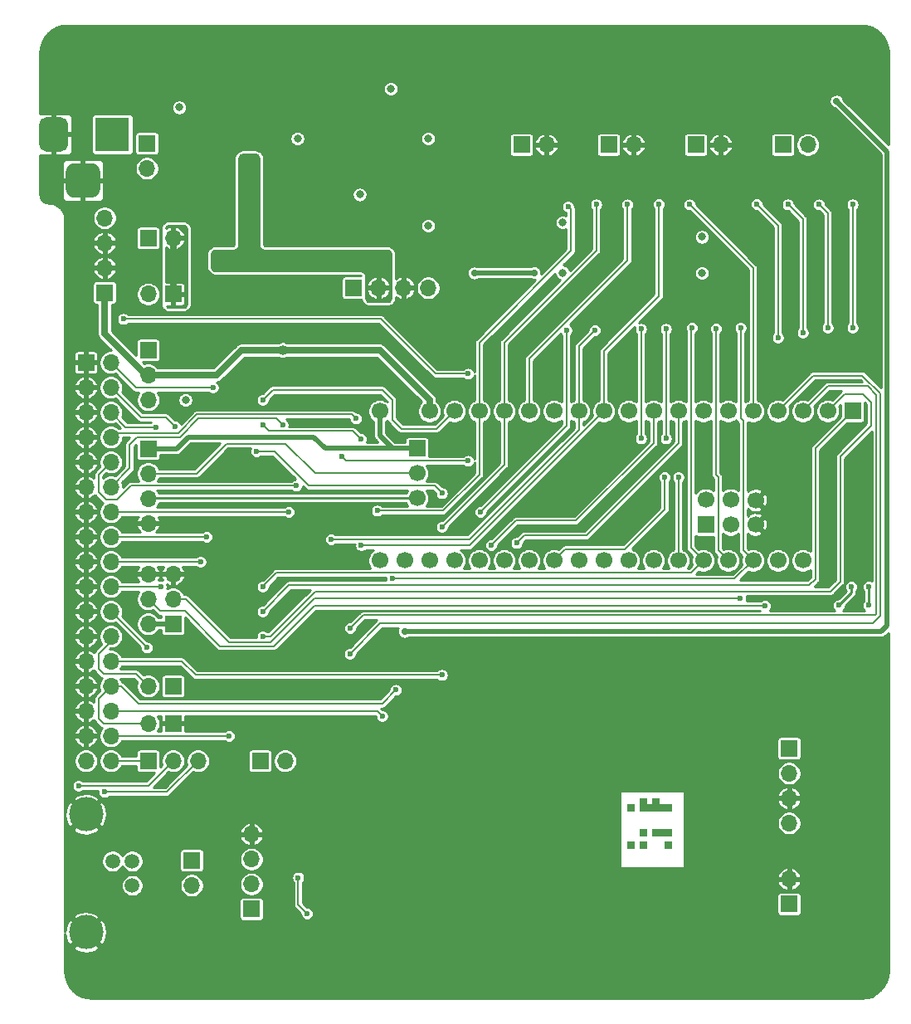
<source format=gbr>
G04 #@! TF.GenerationSoftware,KiCad,Pcbnew,(5.1.9)-1*
G04 #@! TF.CreationDate,2021-09-13T16:43:51+01:00*
G04 #@! TF.ProjectId,Greaseweazle F1 Plus Rev 1.1,47726561-7365-4776-9561-7a6c65204631,1*
G04 #@! TF.SameCoordinates,PX6312cb0PY6bcb370*
G04 #@! TF.FileFunction,Copper,L2,Bot*
G04 #@! TF.FilePolarity,Positive*
%FSLAX46Y46*%
G04 Gerber Fmt 4.6, Leading zero omitted, Abs format (unit mm)*
G04 Created by KiCad (PCBNEW (5.1.9)-1) date 2021-09-13 16:43:51*
%MOMM*%
%LPD*%
G01*
G04 APERTURE LIST*
G04 #@! TA.AperFunction,EtchedComponent*
%ADD10C,0.100000*%
G04 #@! TD*
G04 #@! TA.AperFunction,ComponentPad*
%ADD11O,1.700000X1.700000*%
G04 #@! TD*
G04 #@! TA.AperFunction,ComponentPad*
%ADD12R,1.700000X1.700000*%
G04 #@! TD*
G04 #@! TA.AperFunction,ComponentPad*
%ADD13C,4.064000*%
G04 #@! TD*
G04 #@! TA.AperFunction,ComponentPad*
%ADD14C,1.700000*%
G04 #@! TD*
G04 #@! TA.AperFunction,ComponentPad*
%ADD15C,1.501140*%
G04 #@! TD*
G04 #@! TA.AperFunction,ComponentPad*
%ADD16C,3.500120*%
G04 #@! TD*
G04 #@! TA.AperFunction,ComponentPad*
%ADD17R,3.500000X3.500000*%
G04 #@! TD*
G04 #@! TA.AperFunction,ViaPad*
%ADD18C,0.600000*%
G04 #@! TD*
G04 #@! TA.AperFunction,ViaPad*
%ADD19C,0.800000*%
G04 #@! TD*
G04 #@! TA.AperFunction,ViaPad*
%ADD20C,0.700000*%
G04 #@! TD*
G04 #@! TA.AperFunction,ViaPad*
%ADD21C,1.000000*%
G04 #@! TD*
G04 #@! TA.AperFunction,Conductor*
%ADD22C,0.500000*%
G04 #@! TD*
G04 #@! TA.AperFunction,Conductor*
%ADD23C,0.700000*%
G04 #@! TD*
G04 #@! TA.AperFunction,Conductor*
%ADD24C,0.200000*%
G04 #@! TD*
G04 #@! TA.AperFunction,Conductor*
%ADD25C,0.250000*%
G04 #@! TD*
G04 #@! TA.AperFunction,Conductor*
%ADD26C,0.254000*%
G04 #@! TD*
G04 #@! TA.AperFunction,Conductor*
%ADD27C,0.100000*%
G04 #@! TD*
G04 APERTURE END LIST*
D10*
G36*
X49149000Y-5080000D02*
G01*
X49784000Y-5080000D01*
X49784000Y-4445000D01*
X49149000Y-4445000D01*
X49149000Y-5080000D01*
G37*
X49149000Y-5080000D02*
X49784000Y-5080000D01*
X49784000Y-4445000D01*
X49149000Y-4445000D01*
X49149000Y-5080000D01*
G36*
X49149000Y-8890000D02*
G01*
X49784000Y-8890000D01*
X49784000Y-8255000D01*
X49149000Y-8255000D01*
X49149000Y-8890000D01*
G37*
X49149000Y-8890000D02*
X49784000Y-8890000D01*
X49784000Y-8255000D01*
X49149000Y-8255000D01*
X49149000Y-8890000D01*
G36*
X50419000Y-4445000D02*
G01*
X51054000Y-4445000D01*
X51054000Y-3810000D01*
X50419000Y-3810000D01*
X50419000Y-4445000D01*
G37*
X50419000Y-4445000D02*
X51054000Y-4445000D01*
X51054000Y-3810000D01*
X50419000Y-3810000D01*
X50419000Y-4445000D01*
G36*
X50419000Y-5080000D02*
G01*
X51054000Y-5080000D01*
X51054000Y-4445000D01*
X50419000Y-4445000D01*
X50419000Y-5080000D01*
G37*
X50419000Y-5080000D02*
X51054000Y-5080000D01*
X51054000Y-4445000D01*
X50419000Y-4445000D01*
X50419000Y-5080000D01*
G36*
X51054000Y-5080000D02*
G01*
X51689000Y-5080000D01*
X51689000Y-4445000D01*
X51054000Y-4445000D01*
X51054000Y-5080000D01*
G37*
X51054000Y-5080000D02*
X51689000Y-5080000D01*
X51689000Y-4445000D01*
X51054000Y-4445000D01*
X51054000Y-5080000D01*
G36*
X51689000Y-5080000D02*
G01*
X52324000Y-5080000D01*
X52324000Y-4445000D01*
X51689000Y-4445000D01*
X51689000Y-5080000D01*
G37*
X51689000Y-5080000D02*
X52324000Y-5080000D01*
X52324000Y-4445000D01*
X51689000Y-4445000D01*
X51689000Y-5080000D01*
G36*
X51689000Y-4445000D02*
G01*
X52324000Y-4445000D01*
X52324000Y-3810000D01*
X51689000Y-3810000D01*
X51689000Y-4445000D01*
G37*
X51689000Y-4445000D02*
X52324000Y-4445000D01*
X52324000Y-3810000D01*
X51689000Y-3810000D01*
X51689000Y-4445000D01*
G36*
X52324000Y-5080000D02*
G01*
X52959000Y-5080000D01*
X52959000Y-4445000D01*
X52324000Y-4445000D01*
X52324000Y-5080000D01*
G37*
X52324000Y-5080000D02*
X52959000Y-5080000D01*
X52959000Y-4445000D01*
X52324000Y-4445000D01*
X52324000Y-5080000D01*
G36*
X52959000Y-5080000D02*
G01*
X53594000Y-5080000D01*
X53594000Y-4445000D01*
X52959000Y-4445000D01*
X52959000Y-5080000D01*
G37*
X52959000Y-5080000D02*
X53594000Y-5080000D01*
X53594000Y-4445000D01*
X52959000Y-4445000D01*
X52959000Y-5080000D01*
G36*
X52959000Y-7620000D02*
G01*
X53594000Y-7620000D01*
X53594000Y-6985000D01*
X52959000Y-6985000D01*
X52959000Y-7620000D01*
G37*
X52959000Y-7620000D02*
X53594000Y-7620000D01*
X53594000Y-6985000D01*
X52959000Y-6985000D01*
X52959000Y-7620000D01*
G36*
X52324000Y-7620000D02*
G01*
X52959000Y-7620000D01*
X52959000Y-6985000D01*
X52324000Y-6985000D01*
X52324000Y-7620000D01*
G37*
X52324000Y-7620000D02*
X52959000Y-7620000D01*
X52959000Y-6985000D01*
X52324000Y-6985000D01*
X52324000Y-7620000D01*
G36*
X51689000Y-7620000D02*
G01*
X52324000Y-7620000D01*
X52324000Y-6985000D01*
X51689000Y-6985000D01*
X51689000Y-7620000D01*
G37*
X51689000Y-7620000D02*
X52324000Y-7620000D01*
X52324000Y-6985000D01*
X51689000Y-6985000D01*
X51689000Y-7620000D01*
G36*
X50419000Y-7620000D02*
G01*
X51054000Y-7620000D01*
X51054000Y-6985000D01*
X50419000Y-6985000D01*
X50419000Y-7620000D01*
G37*
X50419000Y-7620000D02*
X51054000Y-7620000D01*
X51054000Y-6985000D01*
X50419000Y-6985000D01*
X50419000Y-7620000D01*
G36*
X50419000Y-8890000D02*
G01*
X51054000Y-8890000D01*
X51054000Y-8255000D01*
X50419000Y-8255000D01*
X50419000Y-8890000D01*
G37*
X50419000Y-8890000D02*
X51054000Y-8890000D01*
X51054000Y-8255000D01*
X50419000Y-8255000D01*
X50419000Y-8890000D01*
G36*
X52959000Y-8890000D02*
G01*
X53594000Y-8890000D01*
X53594000Y-8255000D01*
X52959000Y-8255000D01*
X52959000Y-8890000D01*
G37*
X52959000Y-8890000D02*
X53594000Y-8890000D01*
X53594000Y-8255000D01*
X52959000Y-8255000D01*
X52959000Y-8890000D01*
G36*
X52959000Y-8890000D02*
G01*
X53594000Y-8890000D01*
X53594000Y-8255000D01*
X52959000Y-8255000D01*
X52959000Y-8890000D01*
G37*
X52959000Y-8890000D02*
X53594000Y-8890000D01*
X53594000Y-8255000D01*
X52959000Y-8255000D01*
X52959000Y-8890000D01*
G36*
X50419000Y-8890000D02*
G01*
X51054000Y-8890000D01*
X51054000Y-8255000D01*
X50419000Y-8255000D01*
X50419000Y-8890000D01*
G37*
X50419000Y-8890000D02*
X51054000Y-8890000D01*
X51054000Y-8255000D01*
X50419000Y-8255000D01*
X50419000Y-8890000D01*
G36*
X50419000Y-7620000D02*
G01*
X51054000Y-7620000D01*
X51054000Y-6985000D01*
X50419000Y-6985000D01*
X50419000Y-7620000D01*
G37*
X50419000Y-7620000D02*
X51054000Y-7620000D01*
X51054000Y-6985000D01*
X50419000Y-6985000D01*
X50419000Y-7620000D01*
G36*
X51689000Y-7620000D02*
G01*
X52324000Y-7620000D01*
X52324000Y-6985000D01*
X51689000Y-6985000D01*
X51689000Y-7620000D01*
G37*
X51689000Y-7620000D02*
X52324000Y-7620000D01*
X52324000Y-6985000D01*
X51689000Y-6985000D01*
X51689000Y-7620000D01*
G36*
X52324000Y-7620000D02*
G01*
X52959000Y-7620000D01*
X52959000Y-6985000D01*
X52324000Y-6985000D01*
X52324000Y-7620000D01*
G37*
X52324000Y-7620000D02*
X52959000Y-7620000D01*
X52959000Y-6985000D01*
X52324000Y-6985000D01*
X52324000Y-7620000D01*
G36*
X52959000Y-7620000D02*
G01*
X53594000Y-7620000D01*
X53594000Y-6985000D01*
X52959000Y-6985000D01*
X52959000Y-7620000D01*
G37*
X52959000Y-7620000D02*
X53594000Y-7620000D01*
X53594000Y-6985000D01*
X52959000Y-6985000D01*
X52959000Y-7620000D01*
G36*
X52959000Y-5080000D02*
G01*
X53594000Y-5080000D01*
X53594000Y-4445000D01*
X52959000Y-4445000D01*
X52959000Y-5080000D01*
G37*
X52959000Y-5080000D02*
X53594000Y-5080000D01*
X53594000Y-4445000D01*
X52959000Y-4445000D01*
X52959000Y-5080000D01*
G36*
X52324000Y-5080000D02*
G01*
X52959000Y-5080000D01*
X52959000Y-4445000D01*
X52324000Y-4445000D01*
X52324000Y-5080000D01*
G37*
X52324000Y-5080000D02*
X52959000Y-5080000D01*
X52959000Y-4445000D01*
X52324000Y-4445000D01*
X52324000Y-5080000D01*
G36*
X51689000Y-4445000D02*
G01*
X52324000Y-4445000D01*
X52324000Y-3810000D01*
X51689000Y-3810000D01*
X51689000Y-4445000D01*
G37*
X51689000Y-4445000D02*
X52324000Y-4445000D01*
X52324000Y-3810000D01*
X51689000Y-3810000D01*
X51689000Y-4445000D01*
G36*
X51689000Y-5080000D02*
G01*
X52324000Y-5080000D01*
X52324000Y-4445000D01*
X51689000Y-4445000D01*
X51689000Y-5080000D01*
G37*
X51689000Y-5080000D02*
X52324000Y-5080000D01*
X52324000Y-4445000D01*
X51689000Y-4445000D01*
X51689000Y-5080000D01*
G36*
X51054000Y-5080000D02*
G01*
X51689000Y-5080000D01*
X51689000Y-4445000D01*
X51054000Y-4445000D01*
X51054000Y-5080000D01*
G37*
X51054000Y-5080000D02*
X51689000Y-5080000D01*
X51689000Y-4445000D01*
X51054000Y-4445000D01*
X51054000Y-5080000D01*
G36*
X50419000Y-5080000D02*
G01*
X51054000Y-5080000D01*
X51054000Y-4445000D01*
X50419000Y-4445000D01*
X50419000Y-5080000D01*
G37*
X50419000Y-5080000D02*
X51054000Y-5080000D01*
X51054000Y-4445000D01*
X50419000Y-4445000D01*
X50419000Y-5080000D01*
G36*
X50419000Y-4445000D02*
G01*
X51054000Y-4445000D01*
X51054000Y-3810000D01*
X50419000Y-3810000D01*
X50419000Y-4445000D01*
G37*
X50419000Y-4445000D02*
X51054000Y-4445000D01*
X51054000Y-3810000D01*
X50419000Y-3810000D01*
X50419000Y-4445000D01*
G36*
X49149000Y-8890000D02*
G01*
X49784000Y-8890000D01*
X49784000Y-8255000D01*
X49149000Y-8255000D01*
X49149000Y-8890000D01*
G37*
X49149000Y-8890000D02*
X49784000Y-8890000D01*
X49784000Y-8255000D01*
X49149000Y-8255000D01*
X49149000Y-8890000D01*
G36*
X49149000Y-5080000D02*
G01*
X49784000Y-5080000D01*
X49784000Y-4445000D01*
X49149000Y-4445000D01*
X49149000Y-5080000D01*
G37*
X49149000Y-5080000D02*
X49784000Y-5080000D01*
X49784000Y-4445000D01*
X49149000Y-4445000D01*
X49149000Y-5080000D01*
D11*
X4699000Y-12700000D03*
D12*
X4699000Y-10160000D03*
D11*
X127000Y60452000D03*
D12*
X127000Y62992000D03*
D11*
X28829000Y48260000D03*
X26289000Y48260000D03*
X23749000Y48260000D03*
D12*
X21209000Y48260000D03*
D11*
X5334000Y0D03*
X2794000Y0D03*
D12*
X254000Y0D03*
D11*
X14224000Y0D03*
D12*
X11684000Y0D03*
D13*
X73114000Y-21584600D03*
X3114000Y-21584600D03*
X73114000Y72415400D03*
X3114000Y72415400D03*
D11*
X40894000Y62865000D03*
D12*
X38354000Y62865000D03*
D11*
X49784000Y62865000D03*
D12*
X47244000Y62865000D03*
D11*
X58674000Y62865000D03*
D12*
X56134000Y62865000D03*
D11*
X67564000Y62865000D03*
D12*
X65024000Y62865000D03*
D14*
X57150000Y26657300D03*
X59690000Y26657300D03*
X62230000Y26593800D03*
D12*
X57150000Y24117300D03*
D14*
X62230000Y24117300D03*
X59690000Y24117300D03*
X23876000Y35687000D03*
X23876000Y20447000D03*
X26416000Y35687000D03*
X26416000Y20447000D03*
X28956000Y35687000D03*
X28956000Y20447000D03*
X31496000Y35687000D03*
X31496000Y20447000D03*
X34036000Y35687000D03*
X34036000Y20447000D03*
X36576000Y35687000D03*
X36576000Y20447000D03*
X39116000Y35687000D03*
X39116000Y20447000D03*
X41656000Y35687000D03*
X41656000Y20447000D03*
X44196000Y35687000D03*
X44196000Y20447000D03*
X46736000Y35687000D03*
X46736000Y20447000D03*
X49276000Y35687000D03*
X49276000Y20447000D03*
X51816000Y35687000D03*
X51816000Y20447000D03*
X54356000Y35687000D03*
X54356000Y20447000D03*
X56896000Y35687000D03*
X56896000Y20447000D03*
X59436000Y35687000D03*
X59436000Y20447000D03*
X61976000Y35687000D03*
X61976000Y20447000D03*
X64516000Y35687000D03*
X64516000Y20447000D03*
X67056000Y35687000D03*
X67056000Y20447000D03*
X69596000Y35687000D03*
X69596000Y20447000D03*
D12*
X72136000Y35687000D03*
D14*
X72136000Y20447000D03*
X27686000Y24257000D03*
X27686000Y26797000D03*
X27686000Y29337000D03*
D12*
X27686000Y31877000D03*
D11*
X254000Y7620000D03*
D12*
X2794000Y7620000D03*
D11*
X254000Y3810000D03*
D12*
X2794000Y3810000D03*
D11*
X2794000Y53340000D03*
D12*
X254000Y53340000D03*
D11*
X10795000Y-7493000D03*
X10795000Y-10033000D03*
X10795000Y-12573000D03*
D12*
X10795000Y-15113000D03*
D11*
X254000Y47625000D03*
D12*
X2794000Y47625000D03*
D11*
X-4191000Y55397400D03*
X-4191000Y52857400D03*
X-4191000Y50317400D03*
D12*
X-4191000Y47777400D03*
X254000Y31851600D03*
D11*
X254000Y29311600D03*
X254000Y26771600D03*
X254000Y24231600D03*
X254000Y36830000D03*
X254000Y39370000D03*
D12*
X254000Y41910000D03*
X65659000Y-14605000D03*
D11*
X65659000Y-12065000D03*
D15*
X-3378200Y-10225400D03*
X-3378200Y-12714600D03*
X-1371600Y-12714600D03*
X-1371600Y-10225400D03*
D16*
X-6096000Y-5450200D03*
X-6096000Y-17489800D03*
D12*
X2794000Y13970000D03*
D11*
X254000Y13970000D03*
X2794000Y16510000D03*
X254000Y16510000D03*
X2794000Y19050000D03*
X254000Y19050000D03*
D17*
X-3398000Y63919100D03*
G04 #@! TA.AperFunction,ComponentPad*
G36*
G01*
X-10898000Y62919100D02*
X-10898000Y64919100D01*
G75*
G02*
X-10148000Y65669100I750000J0D01*
G01*
X-8648000Y65669100D01*
G75*
G02*
X-7898000Y64919100I0J-750000D01*
G01*
X-7898000Y62919100D01*
G75*
G02*
X-8648000Y62169100I-750000J0D01*
G01*
X-10148000Y62169100D01*
G75*
G02*
X-10898000Y62919100I0J750000D01*
G01*
G37*
G04 #@! TD.AperFunction*
G04 #@! TA.AperFunction,ComponentPad*
G36*
G01*
X-8148000Y58344100D02*
X-8148000Y60094100D01*
G75*
G02*
X-7273000Y60969100I875000J0D01*
G01*
X-5523000Y60969100D01*
G75*
G02*
X-4648000Y60094100I0J-875000D01*
G01*
X-4648000Y58344100D01*
G75*
G02*
X-5523000Y57469100I-875000J0D01*
G01*
X-7273000Y57469100D01*
G75*
G02*
X-8148000Y58344100I0J875000D01*
G01*
G37*
G04 #@! TD.AperFunction*
D12*
X65659000Y1270000D03*
D11*
X65659000Y-1270000D03*
X65659000Y-3810000D03*
X65659000Y-6350000D03*
D12*
X-6096000Y40640000D03*
D11*
X-3556000Y40640000D03*
X-6096000Y38100000D03*
X-3556000Y38100000D03*
X-6096000Y35560000D03*
X-3556000Y35560000D03*
X-6096000Y33020000D03*
X-3556000Y33020000D03*
X-6096000Y30480000D03*
X-3556000Y30480000D03*
X-6096000Y27940000D03*
X-3556000Y27940000D03*
X-6096000Y25400000D03*
X-3556000Y25400000D03*
X-6096000Y22860000D03*
X-3556000Y22860000D03*
X-6096000Y20320000D03*
X-3556000Y20320000D03*
X-6096000Y17780000D03*
X-3556000Y17780000D03*
X-6096000Y15240000D03*
X-3556000Y15240000D03*
X-6096000Y12700000D03*
X-3556000Y12700000D03*
X-6096000Y10160000D03*
X-3556000Y10160000D03*
X-6096000Y7620000D03*
X-3556000Y7620000D03*
X-6096000Y5080000D03*
X-3556000Y5080000D03*
X-6096000Y2540000D03*
X-3556000Y2540000D03*
X-6096000Y0D03*
X-3556000Y0D03*
D18*
X65760600Y18923000D03*
X68376800Y15773400D03*
X61849000Y8890000D03*
X43992800Y27914600D03*
X68834000Y8890000D03*
X-7366000Y-11430000D03*
X8382000Y19812000D03*
X30099000Y29718000D03*
X37211000Y508000D03*
X35941000Y4699000D03*
X38100000Y30480000D03*
X-7366000Y-8890000D03*
X-7366000Y-13970000D03*
X-7366000Y47625000D03*
X-7366000Y50165000D03*
X-7366000Y52705000D03*
X-7366000Y55245000D03*
X-9906000Y57785000D03*
X14859000Y53975000D03*
X-1651000Y43688000D03*
X23114000Y-5080000D03*
X12954000Y-7620000D03*
X16129000Y27559000D03*
X2159000Y21590000D03*
X14859000Y59690000D03*
X13208000Y-11049000D03*
X14478000Y-11049000D03*
X26416000Y61404500D03*
X26416000Y59055000D03*
X26416000Y55943500D03*
X21844000Y68580000D03*
X21844000Y71120000D03*
X20955000Y66992500D03*
X18415000Y69850000D03*
X8128000Y62230000D03*
X9017000Y10160000D03*
X8509000Y13335000D03*
X4953000Y12827000D03*
X-1143000Y-16383000D03*
X31369000Y27940000D03*
X21336000Y36449000D03*
X56642000Y29845000D03*
X40259000Y44450000D03*
X66802000Y29845000D03*
X48514000Y40640000D03*
X40894000Y40005000D03*
X32639000Y37719000D03*
X7366000Y63500000D03*
X4953000Y31496000D03*
X11938000Y40576500D03*
X11938000Y38227000D03*
X11938000Y21526500D03*
X11874500Y19113500D03*
X19939000Y66040000D03*
X17653000Y66040000D03*
X40195500Y-5397500D03*
X37782500Y-5397500D03*
X25273000Y57150000D03*
X25336500Y60198000D03*
X26416000Y58293000D03*
X49149000Y25527000D03*
X53086000Y23749000D03*
X59690000Y31115000D03*
X32385000Y24003000D03*
X70739000Y5207000D03*
X65786000Y41656000D03*
X71374000Y33020000D03*
X20955000Y12700000D03*
X34671000Y11176000D03*
X65659000Y23495000D03*
X73279000Y30480000D03*
X73914000Y42545000D03*
X58166000Y19304000D03*
X69469000Y18288000D03*
X9017000Y29210000D03*
X29718000Y26289000D03*
X11938000Y29210000D03*
X11938000Y10160000D03*
X12954000Y46990000D03*
X13589000Y-13716000D03*
X12319000Y-13716000D03*
X26670000Y7620000D03*
X20955000Y7239000D03*
X15875000Y7239000D03*
X5461000Y10160000D03*
X13208000Y15240000D03*
X13081000Y17526000D03*
X16764000Y21590000D03*
X19939000Y20828000D03*
X12954000Y-16256000D03*
X21082000Y-13589000D03*
X26289000Y-2540000D03*
X44958000Y1270000D03*
X56261000Y3937000D03*
X58928000Y-6604000D03*
X45974000Y-6985000D03*
X59944000Y-12700000D03*
X35179000Y70485000D03*
X35179000Y65405000D03*
X41910000Y67310000D03*
X50800000Y67310000D03*
X59690000Y67310000D03*
X35179000Y58420000D03*
X19939000Y40005000D03*
X16764000Y25400000D03*
X19685000Y25400000D03*
X22479000Y24384000D03*
X24384000Y24130000D03*
D19*
X42545000Y49809400D03*
X56769000Y49784000D03*
D20*
X39647505Y49807503D03*
X33528000Y49784000D03*
D19*
X42570400Y54940200D03*
X56769000Y53467000D03*
D21*
X13970000Y41910000D03*
D18*
X64516000Y43179992D03*
X62357000Y56785563D03*
X20828000Y10922000D03*
X52372500Y56817500D03*
X22005990Y21979622D03*
X24130000Y4572000D03*
X23622000Y25527000D03*
X25527000Y7239000D03*
X43095693Y56569307D03*
X45974000Y56769000D03*
X30226000Y8763000D03*
X30226000Y23876000D03*
X67056000Y43688000D03*
X65531994Y56769000D03*
X20862990Y13521296D03*
X45846988Y43942000D03*
X18922996Y22606004D03*
X11938000Y12700000D03*
X69596000Y44196000D03*
X68707000Y56769000D03*
X11938000Y15240000D03*
X72136000Y44195972D03*
X72136000Y56769000D03*
X49149000Y56769000D03*
X21463012Y34925000D03*
X11938000Y36830000D03*
X72009000Y17780000D03*
X70739000Y15875000D03*
X73787000Y17780000D03*
X73787000Y15874994D03*
X35276000Y22001000D03*
X37846004Y22225004D03*
D20*
X26416000Y13208000D03*
X70485000Y67310000D03*
D18*
X60680600Y16560800D03*
X63201001Y15830001D03*
D19*
X3429000Y66675000D03*
X25019000Y68580000D03*
X21844000Y57785000D03*
X10541000Y50546000D03*
X10033000Y60960000D03*
X15494000Y63500000D03*
X9525000Y50546000D03*
X8509000Y50546000D03*
X7493000Y50546000D03*
X10033000Y59817000D03*
X10033000Y58674000D03*
X10033000Y57531000D03*
X11049000Y60960000D03*
X11049000Y58674000D03*
X11049000Y59817000D03*
X11049000Y57531000D03*
X10541000Y51562000D03*
X8509000Y51562000D03*
X9525000Y51562000D03*
X7493000Y51562000D03*
X28829000Y54610000D03*
X28829000Y63500000D03*
X4064000Y36830000D03*
D18*
X15570204Y-11912600D03*
X16484600Y-15595602D03*
X6858000Y38100000D03*
X-4191000Y-3175000D03*
X2984500Y34099500D03*
X1016000Y34051622D03*
X30226000Y27305000D03*
X42926000Y43942000D03*
X34163000Y25400000D03*
X11285589Y31565967D03*
X11938000Y34290000D03*
X52959000Y28956000D03*
X50546000Y32893000D03*
X50546000Y44069000D03*
X21971000Y32829500D03*
X15367000Y28067000D03*
X14605000Y25400000D03*
X60706000Y44196000D03*
X25146000Y18576990D03*
X58212953Y44105829D03*
X19989335Y31064665D03*
X32892995Y30607005D03*
X13970000Y34290000D03*
X6223000Y22860000D03*
X53086000Y32893000D03*
X53086000Y44069000D03*
X54356000Y28956000D03*
X11938000Y17780000D03*
X55753000Y44196000D03*
X5588000Y20320000D03*
X1524000Y17780000D03*
X126974Y11557000D03*
X8509000Y2540000D03*
X55498999Y56768999D03*
X-6857996Y-2540000D03*
X-2286000Y45085000D03*
X32893000Y39497000D03*
D22*
X25196800Y31877000D02*
X27686000Y31877000D01*
X23876000Y35687000D02*
X23876000Y33197800D01*
X23876000Y33197800D02*
X25196800Y31877000D01*
X254000Y13970000D02*
X2794000Y13970000D01*
X254000Y31851600D02*
X254000Y31750000D01*
X4315939Y33020000D02*
X3147539Y31851600D01*
X27686000Y31877000D02*
X18288000Y31877000D01*
X17145000Y33020000D02*
X4315939Y33020000D01*
X18288000Y31877000D02*
X17145000Y33020000D01*
X3147539Y31851600D02*
X254000Y31851600D01*
X39647505Y49807503D02*
X33551503Y49807503D01*
X33551503Y49807503D02*
X33528000Y49784000D01*
D23*
X-4191000Y43574998D02*
X-4191000Y47777400D01*
X13998Y39370000D02*
X-4191000Y43574998D01*
X254000Y39370000D02*
X13998Y39370000D01*
X2921000Y39370000D02*
X7239000Y39370000D01*
X254000Y39370000D02*
X2921000Y39370000D01*
X7239000Y39370000D02*
X9779000Y41910000D01*
X9779000Y41910000D02*
X13970000Y41910000D01*
X28956000Y36830000D02*
X28956000Y35687000D01*
X23876000Y41910000D02*
X28956000Y36830000D01*
X13970000Y41910000D02*
X23876000Y41910000D01*
D24*
X64516000Y54626563D02*
X62357000Y56785563D01*
X64516000Y43179992D02*
X64516000Y54626563D01*
X74964989Y14777116D02*
X74234073Y14046200D01*
X74964989Y37487710D02*
X74964989Y14777116D01*
X73133500Y39319200D02*
X74964989Y37487710D01*
X68148200Y39319200D02*
X73133500Y39319200D01*
X23952200Y14046200D02*
X20828000Y10922000D01*
X74234073Y14046200D02*
X23952200Y14046200D01*
X64516000Y35687000D02*
X68148200Y39319200D01*
X52372500Y56393236D02*
X52372500Y56817500D01*
X52372500Y47419500D02*
X52372500Y56393236D01*
X46736000Y41783000D02*
X52372500Y47419500D01*
X46736000Y35687000D02*
X46736000Y41783000D01*
X46736000Y35687000D02*
X33028622Y21979622D01*
X33028622Y21979622D02*
X22005990Y21979622D01*
X-3556000Y5080000D02*
X23622000Y5080000D01*
X23622000Y5080000D02*
X24130000Y4572000D01*
X-381000Y3810000D02*
X254000Y3175000D01*
X-4318000Y3810000D02*
X-381000Y3810000D01*
X-4826000Y4318000D02*
X-4318000Y3810000D01*
X-4826000Y6350000D02*
X-4826000Y4318000D01*
X-3556000Y7620000D02*
X-4826000Y6350000D01*
X30353000Y25527000D02*
X23622000Y25527000D01*
X34036000Y35687000D02*
X34036000Y29210000D01*
X34036000Y29210000D02*
X30353000Y25527000D01*
X24130000Y5842000D02*
X25527000Y7239000D01*
X-762000Y5842000D02*
X24130000Y5842000D01*
X-2540000Y7620000D02*
X-762000Y5842000D01*
X-3556000Y7620000D02*
X-2540000Y7620000D01*
X43395692Y56269308D02*
X43095693Y56569307D01*
X43395692Y52031692D02*
X43395692Y56269308D01*
X34036000Y42672000D02*
X43395692Y52031692D01*
X34036000Y35687000D02*
X34036000Y42672000D01*
X45974000Y56344736D02*
X45974000Y56769000D01*
X45974000Y52070000D02*
X45974000Y56344736D01*
X36576000Y42672000D02*
X45974000Y52070000D01*
X36576000Y35687000D02*
X36576000Y42672000D01*
X-3556000Y10160000D02*
X3683000Y10160000D01*
X3683000Y10160000D02*
X5080000Y8763000D01*
X5080000Y8763000D02*
X30226000Y8763000D01*
X36576000Y35687000D02*
X36576000Y30226000D01*
X36576000Y30226000D02*
X30226000Y23876000D01*
X67056000Y43688000D02*
X67056000Y55244994D01*
X67056000Y55244994D02*
X65531994Y56769000D01*
X67056000Y35687000D02*
X69596000Y38227000D01*
X74481173Y14859000D02*
X22200694Y14859000D01*
X22200694Y14859000D02*
X20862990Y13521296D01*
X69596000Y38227000D02*
X73660000Y38227000D01*
X73660000Y38227000D02*
X74564978Y37322020D01*
X74564978Y14942805D02*
X74481173Y14859000D01*
X74564978Y37322020D02*
X74564978Y14942805D01*
X44196000Y35687000D02*
X44196000Y42291012D01*
X44196000Y42291012D02*
X45846988Y43942000D01*
X33020004Y22606004D02*
X18922996Y22606004D01*
X44196000Y33782000D02*
X33020004Y22606004D01*
X44196000Y35687000D02*
X44196000Y33782000D01*
X12700000Y12700000D02*
X11938000Y12700000D01*
X69875404Y17297404D02*
X17297404Y17297404D01*
X70866000Y18288000D02*
X69875404Y17297404D01*
X70866000Y31038800D02*
X70866000Y18288000D01*
X74041000Y34213800D02*
X70866000Y31038800D01*
X73202800Y37414200D02*
X74041000Y36576000D01*
X74041000Y36576000D02*
X74041000Y34213800D01*
X71323200Y37414200D02*
X73202800Y37414200D01*
X17297404Y17297404D02*
X12700000Y12700000D01*
X69596000Y35687000D02*
X71323200Y37414200D01*
X69596000Y44196000D02*
X69596000Y55880000D01*
X69596000Y55880000D02*
X68707000Y56769000D01*
X68326000Y31877000D02*
X72136000Y35687000D01*
X68326000Y18542000D02*
X68326000Y31877000D01*
X67725998Y17941998D02*
X68326000Y18542000D01*
X14639998Y17941998D02*
X67725998Y17941998D01*
X11938000Y15240000D02*
X14639998Y17941998D01*
X72136000Y44195972D02*
X72136000Y56769000D01*
X39116000Y35687000D02*
X39116000Y41020004D01*
X49149000Y56344736D02*
X49149000Y56769000D01*
X39116000Y41020004D02*
X49149000Y51053004D01*
X49149000Y51053004D02*
X49149000Y56344736D01*
X5233694Y35351999D02*
X21036013Y35351999D01*
X-3556000Y33020000D02*
X-3124388Y33451612D01*
X3333307Y33451612D02*
X5233694Y35351999D01*
X21036013Y35351999D02*
X21463012Y34925000D01*
X-3124388Y33451612D02*
X3333307Y33451612D01*
X24155400Y37846000D02*
X17526000Y37846000D01*
X25146000Y36855400D02*
X24155400Y37846000D01*
X25146000Y34823400D02*
X25146000Y36855400D01*
X26085800Y33883600D02*
X25146000Y34823400D01*
X29692600Y33883600D02*
X26085800Y33883600D01*
X31496000Y35687000D02*
X29692600Y33883600D01*
X12954000Y37846000D02*
X11938000Y36830000D01*
X17526000Y37846000D02*
X12954000Y37846000D01*
D25*
X72009000Y17780000D02*
X72009000Y17145000D01*
X72009000Y17145000D02*
X70739000Y15875000D01*
X73787000Y17780000D02*
X73787000Y15874994D01*
D24*
X37786000Y24511000D02*
X35276000Y22001000D01*
X43916600Y24511000D02*
X37786000Y24511000D01*
X51816000Y32410400D02*
X43916600Y24511000D01*
X51816000Y35687000D02*
X51816000Y32410400D01*
X38608000Y22987000D02*
X37846004Y22225004D01*
X44958000Y22987000D02*
X38608000Y22987000D01*
X54356000Y32385000D02*
X44958000Y22987000D01*
X54356000Y35687000D02*
X54356000Y32385000D01*
D22*
X75057000Y13208000D02*
X75674990Y13825990D01*
X75674990Y62120010D02*
X70485000Y67310000D01*
X26416000Y13208000D02*
X75057000Y13208000D01*
X75674990Y13825990D02*
X75674990Y62120010D01*
D24*
X1456081Y29311600D02*
X254000Y29311600D01*
X5181600Y29311600D02*
X1456081Y29311600D01*
X8220001Y32350001D02*
X5181600Y29311600D01*
X14258999Y32350001D02*
X8220001Y32350001D01*
X17272000Y29337000D02*
X14258999Y32350001D01*
X27686000Y29337000D02*
X17272000Y29337000D01*
D25*
X279400Y26797000D02*
X254000Y26771600D01*
X27686000Y26797000D02*
X279400Y26797000D01*
D24*
X3996081Y16510000D02*
X2794000Y16510000D01*
X4064000Y16510000D02*
X3996081Y16510000D01*
X8474002Y12099998D02*
X4064000Y16510000D01*
X12734998Y12099998D02*
X8474002Y12099998D01*
X17195800Y16560800D02*
X12734998Y12099998D01*
X60680600Y16560800D02*
X17195800Y16560800D01*
X63201001Y15830001D02*
X17227001Y15830001D01*
X13096987Y11699987D02*
X7604013Y11699987D01*
X7604013Y11699987D02*
X4019001Y15284999D01*
X1479001Y15284999D02*
X254000Y16510000D01*
X17227001Y15830001D02*
X13096987Y11699987D01*
X4019001Y15284999D02*
X1479001Y15284999D01*
D23*
X2794000Y53340000D02*
X2794000Y47625000D01*
D24*
X15570204Y-11912600D02*
X15570204Y-14681206D01*
X15570204Y-14681206D02*
X16484600Y-15595602D01*
X-4826000Y9398000D02*
X-4318000Y8890000D01*
X-4318000Y8890000D02*
X-1016000Y8890000D01*
X-4826000Y10922000D02*
X-4826000Y9398000D01*
X-3556000Y12192000D02*
X-4826000Y10922000D01*
X-1016000Y8890000D02*
X254000Y7620000D01*
X-3556000Y12700000D02*
X-3556000Y12192000D01*
X-1016000Y38100000D02*
X6858000Y38100000D01*
X-3556000Y40640000D02*
X-1016000Y38100000D01*
X2159000Y-3175000D02*
X5334000Y0D01*
X-4191000Y-3175000D02*
X2159000Y-3175000D01*
X-3117300Y38100000D02*
X-3556000Y38100000D01*
X2032000Y35052000D02*
X2984500Y34099500D01*
X-508000Y35052000D02*
X2032000Y35052000D01*
X-3556000Y38100000D02*
X-508000Y35052000D01*
X-3556000Y35560000D02*
X-2047622Y34051622D01*
X-2047622Y34051622D02*
X1016000Y34051622D01*
X42926000Y43942000D02*
X42926000Y34163000D01*
X42926000Y34163000D02*
X34163000Y25400000D01*
X13137035Y31565967D02*
X11285589Y31565967D01*
X16636002Y28067000D02*
X13137035Y31565967D01*
X30226000Y27305000D02*
X29464000Y28067000D01*
X29464000Y28067000D02*
X16636002Y28067000D01*
X42806001Y21597001D02*
X48902001Y21597001D01*
X41656000Y20447000D02*
X42806001Y21597001D01*
X52959000Y25654000D02*
X52959000Y28956000D01*
X48902001Y21597001D02*
X52959000Y25654000D01*
X50546000Y32893000D02*
X50546000Y44069000D01*
X11938000Y34290000D02*
X12573000Y33655000D01*
X12573000Y33655000D02*
X21145500Y33655000D01*
X21145500Y33655000D02*
X21971000Y32829500D01*
X-2921000Y26670000D02*
X-1524000Y28067000D01*
X-4064000Y26670000D02*
X-2921000Y26670000D01*
X-1524000Y28067000D02*
X15367000Y28067000D01*
X-4826000Y27432000D02*
X-4064000Y26670000D01*
X-4826000Y29210000D02*
X-4826000Y27432000D01*
X-3556000Y30480000D02*
X-4826000Y29210000D01*
X-3556000Y25400000D02*
X14605000Y25400000D01*
X60960000Y34671000D02*
X60706000Y34925000D01*
X60706000Y34925000D02*
X60706000Y44196000D01*
X60960000Y21463000D02*
X60960000Y34671000D01*
X61976000Y20447000D02*
X60960000Y21463000D01*
X60105990Y18576990D02*
X25146000Y18576990D01*
X61976000Y20447000D02*
X60105990Y18576990D01*
X58166000Y44058876D02*
X58212953Y44105829D01*
X58166000Y29210000D02*
X58166000Y44058876D01*
X58420000Y28956000D02*
X58166000Y29210000D01*
X58420000Y21463000D02*
X58420000Y28956000D01*
X59436000Y20447000D02*
X58420000Y21463000D01*
X20446995Y30607005D02*
X32892995Y30607005D01*
X19989335Y31064665D02*
X20446995Y30607005D01*
X-1651000Y32276602D02*
X-1651000Y29845000D01*
X-876001Y33051601D02*
X-1651000Y32276602D01*
X3498996Y33051601D02*
X-876001Y33051601D01*
X-1651000Y29845000D02*
X-3556000Y27940000D01*
X5372395Y34925000D02*
X3498996Y33051601D01*
X13335000Y34925000D02*
X5372395Y34925000D01*
X13970000Y34290000D02*
X13335000Y34925000D01*
X-3556000Y22860000D02*
X6223000Y22860000D01*
X53086000Y32893000D02*
X53086000Y44069000D01*
X54356000Y20447000D02*
X54356000Y28956000D01*
X55626000Y44069000D02*
X55753000Y44196000D01*
X55626000Y21717000D02*
X55626000Y44069000D01*
X56896000Y20447000D02*
X55626000Y21717000D01*
X13335000Y19177000D02*
X12237999Y18079999D01*
X12237999Y18079999D02*
X11938000Y17780000D01*
X55626000Y19177000D02*
X13335000Y19177000D01*
X56896000Y20447000D02*
X55626000Y19177000D01*
X5588000Y20320000D02*
X-3556000Y20320000D01*
X1524000Y17780000D02*
X-3556000Y17780000D01*
X-3556000Y15240000D02*
X126974Y11557026D01*
X126974Y11557026D02*
X126974Y11557000D01*
X-3556000Y2540000D02*
X8509000Y2540000D01*
X61976000Y35687000D02*
X61976000Y50291998D01*
X61976000Y50291998D02*
X55498999Y56768999D01*
X254000Y-2540000D02*
X-6857996Y-2540000D01*
X2794000Y0D02*
X254000Y-2540000D01*
X-2286000Y45085000D02*
X23982996Y45085000D01*
X23982996Y45085000D02*
X29570996Y39497000D01*
X29570996Y39497000D02*
X32893000Y39497000D01*
X-3556000Y0D02*
X254000Y0D01*
D26*
X3914257Y54596231D02*
X4003955Y54559077D01*
X4080976Y54499976D01*
X4140077Y54422955D01*
X4177231Y54333257D01*
X4191000Y54228672D01*
X4191000Y46672828D01*
X4177231Y46568243D01*
X4140077Y46478545D01*
X4080976Y46401524D01*
X4003955Y46342423D01*
X3914257Y46305269D01*
X3809672Y46291500D01*
X2413328Y46291500D01*
X2308743Y46305269D01*
X2219045Y46342423D01*
X2153430Y46392772D01*
X2571750Y46394000D01*
X2667000Y46489250D01*
X2667000Y47498000D01*
X2921000Y47498000D01*
X2921000Y46489250D01*
X3016250Y46394000D01*
X3644000Y46392157D01*
X3718689Y46399513D01*
X3790508Y46421299D01*
X3856696Y46456678D01*
X3914711Y46504289D01*
X3962322Y46562304D01*
X3997701Y46628492D01*
X4019487Y46700311D01*
X4026843Y46775000D01*
X4025000Y47402750D01*
X3929750Y47498000D01*
X2921000Y47498000D01*
X2667000Y47498000D01*
X2647000Y47498000D01*
X2647000Y47752000D01*
X2667000Y47752000D01*
X2667000Y48760750D01*
X2921000Y48760750D01*
X2921000Y47752000D01*
X3929750Y47752000D01*
X4025000Y47847250D01*
X4026843Y48475000D01*
X4019487Y48549689D01*
X3997701Y48621508D01*
X3962322Y48687696D01*
X3914711Y48745711D01*
X3856696Y48793322D01*
X3790508Y48828701D01*
X3718689Y48850487D01*
X3644000Y48857843D01*
X3016250Y48856000D01*
X2921000Y48760750D01*
X2667000Y48760750D01*
X2571750Y48856000D01*
X2032000Y48857585D01*
X2032000Y52378995D01*
X2177039Y52274761D01*
X2396712Y52174866D01*
X2477020Y52150511D01*
X2667000Y52211373D01*
X2667000Y53213000D01*
X2921000Y53213000D01*
X2921000Y52211373D01*
X3110980Y52150511D01*
X3191288Y52174866D01*
X3410961Y52274761D01*
X3606924Y52415592D01*
X3771647Y52591948D01*
X3898799Y52797051D01*
X3983495Y53023019D01*
X3923187Y53213000D01*
X2921000Y53213000D01*
X2667000Y53213000D01*
X2647000Y53213000D01*
X2647000Y53467000D01*
X2667000Y53467000D01*
X2667000Y54468627D01*
X2921000Y54468627D01*
X2921000Y53467000D01*
X3923187Y53467000D01*
X3983495Y53656981D01*
X3898799Y53882949D01*
X3771647Y54088052D01*
X3606924Y54264408D01*
X3410961Y54405239D01*
X3191288Y54505134D01*
X3110980Y54529489D01*
X2921000Y54468627D01*
X2667000Y54468627D01*
X2477020Y54529489D01*
X2396712Y54505134D01*
X2177039Y54405239D01*
X2042518Y54308564D01*
X2045769Y54333257D01*
X2082923Y54422955D01*
X2142024Y54499976D01*
X2219045Y54559077D01*
X2308743Y54596231D01*
X2413328Y54610000D01*
X3809672Y54610000D01*
X3914257Y54596231D01*
G04 #@! TA.AperFunction,Conductor*
D27*
G36*
X3914257Y54596231D02*
G01*
X4003955Y54559077D01*
X4080976Y54499976D01*
X4140077Y54422955D01*
X4177231Y54333257D01*
X4191000Y54228672D01*
X4191000Y46672828D01*
X4177231Y46568243D01*
X4140077Y46478545D01*
X4080976Y46401524D01*
X4003955Y46342423D01*
X3914257Y46305269D01*
X3809672Y46291500D01*
X2413328Y46291500D01*
X2308743Y46305269D01*
X2219045Y46342423D01*
X2153430Y46392772D01*
X2571750Y46394000D01*
X2667000Y46489250D01*
X2667000Y47498000D01*
X2921000Y47498000D01*
X2921000Y46489250D01*
X3016250Y46394000D01*
X3644000Y46392157D01*
X3718689Y46399513D01*
X3790508Y46421299D01*
X3856696Y46456678D01*
X3914711Y46504289D01*
X3962322Y46562304D01*
X3997701Y46628492D01*
X4019487Y46700311D01*
X4026843Y46775000D01*
X4025000Y47402750D01*
X3929750Y47498000D01*
X2921000Y47498000D01*
X2667000Y47498000D01*
X2647000Y47498000D01*
X2647000Y47752000D01*
X2667000Y47752000D01*
X2667000Y48760750D01*
X2921000Y48760750D01*
X2921000Y47752000D01*
X3929750Y47752000D01*
X4025000Y47847250D01*
X4026843Y48475000D01*
X4019487Y48549689D01*
X3997701Y48621508D01*
X3962322Y48687696D01*
X3914711Y48745711D01*
X3856696Y48793322D01*
X3790508Y48828701D01*
X3718689Y48850487D01*
X3644000Y48857843D01*
X3016250Y48856000D01*
X2921000Y48760750D01*
X2667000Y48760750D01*
X2571750Y48856000D01*
X2032000Y48857585D01*
X2032000Y52378995D01*
X2177039Y52274761D01*
X2396712Y52174866D01*
X2477020Y52150511D01*
X2667000Y52211373D01*
X2667000Y53213000D01*
X2921000Y53213000D01*
X2921000Y52211373D01*
X3110980Y52150511D01*
X3191288Y52174866D01*
X3410961Y52274761D01*
X3606924Y52415592D01*
X3771647Y52591948D01*
X3898799Y52797051D01*
X3983495Y53023019D01*
X3923187Y53213000D01*
X2921000Y53213000D01*
X2667000Y53213000D01*
X2647000Y53213000D01*
X2647000Y53467000D01*
X2667000Y53467000D01*
X2667000Y54468627D01*
X2921000Y54468627D01*
X2921000Y53467000D01*
X3923187Y53467000D01*
X3983495Y53656981D01*
X3898799Y53882949D01*
X3771647Y54088052D01*
X3606924Y54264408D01*
X3410961Y54405239D01*
X3191288Y54505134D01*
X3110980Y54529489D01*
X2921000Y54468627D01*
X2667000Y54468627D01*
X2477020Y54529489D01*
X2396712Y54505134D01*
X2177039Y54405239D01*
X2042518Y54308564D01*
X2045769Y54333257D01*
X2082923Y54422955D01*
X2142024Y54499976D01*
X2219045Y54559077D01*
X2308743Y54596231D01*
X2413328Y54610000D01*
X3809672Y54610000D01*
X3914257Y54596231D01*
G37*
G04 #@! TD.AperFunction*
D26*
X73562454Y74977356D02*
X74079440Y74821268D01*
X74556262Y74567738D01*
X74974760Y74226419D01*
X75318992Y73810314D01*
X75575845Y73335276D01*
X75735536Y72819395D01*
X75793996Y72263187D01*
X75794000Y72262174D01*
X75794000Y62893369D01*
X71193809Y67493559D01*
X71187908Y67523225D01*
X71132804Y67656258D01*
X71052805Y67775985D01*
X70950985Y67877805D01*
X70831258Y67957804D01*
X70698225Y68012908D01*
X70556997Y68041000D01*
X70413003Y68041000D01*
X70271775Y68012908D01*
X70138742Y67957804D01*
X70019015Y67877805D01*
X69917195Y67775985D01*
X69837196Y67656258D01*
X69782092Y67523225D01*
X69754000Y67381997D01*
X69754000Y67238003D01*
X69782092Y67096775D01*
X69837196Y66963742D01*
X69917195Y66844015D01*
X70019015Y66742195D01*
X70138742Y66662196D01*
X70271775Y66607092D01*
X70301441Y66601191D01*
X75043991Y61858640D01*
X75043991Y38088945D01*
X73490330Y39642606D01*
X73475264Y39660964D01*
X73402022Y39721072D01*
X73318461Y39765736D01*
X73227792Y39793240D01*
X73157126Y39800200D01*
X73133500Y39802527D01*
X73109874Y39800200D01*
X68171827Y39800200D01*
X68148200Y39802527D01*
X68053907Y39793240D01*
X67963238Y39765736D01*
X67918574Y39741862D01*
X67879678Y39721072D01*
X67806436Y39660964D01*
X67791370Y39642606D01*
X64977167Y36828403D01*
X64875069Y36870693D01*
X64637243Y36918000D01*
X64394757Y36918000D01*
X64156931Y36870693D01*
X63932903Y36777898D01*
X63731283Y36643180D01*
X63559820Y36471717D01*
X63425102Y36270097D01*
X63332307Y36046069D01*
X63285000Y35808243D01*
X63285000Y35565757D01*
X63332307Y35327931D01*
X63425102Y35103903D01*
X63559820Y34902283D01*
X63731283Y34730820D01*
X63932903Y34596102D01*
X64156931Y34503307D01*
X64394757Y34456000D01*
X64637243Y34456000D01*
X64875069Y34503307D01*
X65099097Y34596102D01*
X65300717Y34730820D01*
X65472180Y34902283D01*
X65606898Y35103903D01*
X65699693Y35327931D01*
X65747000Y35565757D01*
X65747000Y35808243D01*
X65699693Y36046069D01*
X65657403Y36148167D01*
X68347436Y38838200D01*
X72934264Y38838200D01*
X73064464Y38708000D01*
X69619615Y38708000D01*
X69595999Y38710326D01*
X69572383Y38708000D01*
X69572374Y38708000D01*
X69501708Y38701040D01*
X69411039Y38673536D01*
X69327478Y38628872D01*
X69254236Y38568764D01*
X69239175Y38550412D01*
X67517167Y36828403D01*
X67415069Y36870693D01*
X67177243Y36918000D01*
X66934757Y36918000D01*
X66696931Y36870693D01*
X66472903Y36777898D01*
X66271283Y36643180D01*
X66099820Y36471717D01*
X65965102Y36270097D01*
X65872307Y36046069D01*
X65825000Y35808243D01*
X65825000Y35565757D01*
X65872307Y35327931D01*
X65965102Y35103903D01*
X66099820Y34902283D01*
X66271283Y34730820D01*
X66472903Y34596102D01*
X66696931Y34503307D01*
X66934757Y34456000D01*
X67177243Y34456000D01*
X67415069Y34503307D01*
X67639097Y34596102D01*
X67840717Y34730820D01*
X68012180Y34902283D01*
X68146898Y35103903D01*
X68239693Y35327931D01*
X68287000Y35565757D01*
X68287000Y35808243D01*
X68239693Y36046069D01*
X68197403Y36148167D01*
X69795237Y37746000D01*
X70973259Y37746000D01*
X70966375Y37737612D01*
X70057167Y36828403D01*
X69955069Y36870693D01*
X69717243Y36918000D01*
X69474757Y36918000D01*
X69236931Y36870693D01*
X69012903Y36777898D01*
X68811283Y36643180D01*
X68639820Y36471717D01*
X68505102Y36270097D01*
X68412307Y36046069D01*
X68365000Y35808243D01*
X68365000Y35565757D01*
X68412307Y35327931D01*
X68505102Y35103903D01*
X68639820Y34902283D01*
X68811283Y34730820D01*
X69012903Y34596102D01*
X69236931Y34503307D01*
X69474757Y34456000D01*
X69717243Y34456000D01*
X69955069Y34503307D01*
X70179097Y34596102D01*
X70380717Y34730820D01*
X70552180Y34902283D01*
X70686898Y35103903D01*
X70779693Y35327931D01*
X70827000Y35565757D01*
X70827000Y35808243D01*
X70779693Y36046069D01*
X70737403Y36148167D01*
X70903157Y36313920D01*
X70903157Y35134394D01*
X68002589Y32233825D01*
X67984237Y32218764D01*
X67969176Y32200412D01*
X67924129Y32145522D01*
X67879465Y32061961D01*
X67851960Y31971292D01*
X67842673Y31877000D01*
X67845001Y31853364D01*
X67845000Y21398897D01*
X67840717Y21403180D01*
X67639097Y21537898D01*
X67415069Y21630693D01*
X67177243Y21678000D01*
X66934757Y21678000D01*
X66696931Y21630693D01*
X66472903Y21537898D01*
X66271283Y21403180D01*
X66099820Y21231717D01*
X65965102Y21030097D01*
X65872307Y20806069D01*
X65825000Y20568243D01*
X65825000Y20325757D01*
X65872307Y20087931D01*
X65965102Y19863903D01*
X66099820Y19662283D01*
X66271283Y19490820D01*
X66472903Y19356102D01*
X66696931Y19263307D01*
X66934757Y19216000D01*
X67177243Y19216000D01*
X67415069Y19263307D01*
X67639097Y19356102D01*
X67840717Y19490820D01*
X67845000Y19495103D01*
X67845000Y18741237D01*
X67526762Y18422998D01*
X60632234Y18422998D01*
X61514833Y19305597D01*
X61616931Y19263307D01*
X61854757Y19216000D01*
X62097243Y19216000D01*
X62335069Y19263307D01*
X62559097Y19356102D01*
X62760717Y19490820D01*
X62932180Y19662283D01*
X63066898Y19863903D01*
X63159693Y20087931D01*
X63207000Y20325757D01*
X63207000Y20568243D01*
X63285000Y20568243D01*
X63285000Y20325757D01*
X63332307Y20087931D01*
X63425102Y19863903D01*
X63559820Y19662283D01*
X63731283Y19490820D01*
X63932903Y19356102D01*
X64156931Y19263307D01*
X64394757Y19216000D01*
X64637243Y19216000D01*
X64875069Y19263307D01*
X65099097Y19356102D01*
X65300717Y19490820D01*
X65472180Y19662283D01*
X65606898Y19863903D01*
X65699693Y20087931D01*
X65747000Y20325757D01*
X65747000Y20568243D01*
X65699693Y20806069D01*
X65606898Y21030097D01*
X65472180Y21231717D01*
X65300717Y21403180D01*
X65099097Y21537898D01*
X64875069Y21630693D01*
X64637243Y21678000D01*
X64394757Y21678000D01*
X64156931Y21630693D01*
X63932903Y21537898D01*
X63731283Y21403180D01*
X63559820Y21231717D01*
X63425102Y21030097D01*
X63332307Y20806069D01*
X63285000Y20568243D01*
X63207000Y20568243D01*
X63159693Y20806069D01*
X63066898Y21030097D01*
X62932180Y21231717D01*
X62760717Y21403180D01*
X62559097Y21537898D01*
X62335069Y21630693D01*
X62097243Y21678000D01*
X61854757Y21678000D01*
X61616931Y21630693D01*
X61514833Y21588403D01*
X61441000Y21662236D01*
X61441000Y23157848D01*
X61445578Y23153270D01*
X61517506Y23225198D01*
X61609523Y23047222D01*
X61830207Y22946734D01*
X62066255Y22891231D01*
X62308596Y22882844D01*
X62547917Y22921898D01*
X62775020Y23006889D01*
X62850477Y23047222D01*
X62942495Y23225200D01*
X62230000Y23937695D01*
X62215858Y23923552D01*
X62036253Y24103157D01*
X62050395Y24117300D01*
X62409605Y24117300D01*
X63122100Y23404805D01*
X63300078Y23496823D01*
X63400566Y23717507D01*
X63456069Y23953555D01*
X63464456Y24195896D01*
X63425402Y24435217D01*
X63340411Y24662320D01*
X63300078Y24737777D01*
X63122100Y24829795D01*
X62409605Y24117300D01*
X62050395Y24117300D01*
X62036253Y24131442D01*
X62215858Y24311047D01*
X62230000Y24296905D01*
X62942495Y25009400D01*
X62850477Y25187378D01*
X62629793Y25287866D01*
X62393745Y25343369D01*
X62151404Y25351756D01*
X61912083Y25312702D01*
X61684980Y25227711D01*
X61609523Y25187378D01*
X61517506Y25009402D01*
X61445578Y25081330D01*
X61441000Y25076752D01*
X61441000Y25634348D01*
X61445578Y25629770D01*
X61517506Y25701698D01*
X61609523Y25523722D01*
X61830207Y25423234D01*
X62066255Y25367731D01*
X62308596Y25359344D01*
X62547917Y25398398D01*
X62775020Y25483389D01*
X62850477Y25523722D01*
X62942495Y25701700D01*
X62230000Y26414195D01*
X62215858Y26400052D01*
X62036253Y26579657D01*
X62050395Y26593800D01*
X62409605Y26593800D01*
X63122100Y25881305D01*
X63300078Y25973323D01*
X63400566Y26194007D01*
X63456069Y26430055D01*
X63464456Y26672396D01*
X63425402Y26911717D01*
X63340411Y27138820D01*
X63300078Y27214277D01*
X63122100Y27306295D01*
X62409605Y26593800D01*
X62050395Y26593800D01*
X62036253Y26607942D01*
X62215858Y26787547D01*
X62230000Y26773405D01*
X62942495Y27485900D01*
X62850477Y27663878D01*
X62629793Y27764366D01*
X62393745Y27819869D01*
X62151404Y27828256D01*
X61912083Y27789202D01*
X61684980Y27704211D01*
X61609523Y27663878D01*
X61517506Y27485902D01*
X61445578Y27557830D01*
X61441000Y27553252D01*
X61441000Y34576180D01*
X61616931Y34503307D01*
X61854757Y34456000D01*
X62097243Y34456000D01*
X62335069Y34503307D01*
X62559097Y34596102D01*
X62760717Y34730820D01*
X62932180Y34902283D01*
X63066898Y35103903D01*
X63159693Y35327931D01*
X63207000Y35565757D01*
X63207000Y35808243D01*
X63159693Y36046069D01*
X63066898Y36270097D01*
X62932180Y36471717D01*
X62760717Y36643180D01*
X62559097Y36777898D01*
X62457000Y36820188D01*
X62457000Y50268372D01*
X62459327Y50291998D01*
X62450040Y50386291D01*
X62422536Y50476960D01*
X62398662Y50521624D01*
X62377872Y50560520D01*
X62317764Y50633762D01*
X62299412Y50648823D01*
X56179999Y56768235D01*
X56179999Y56836072D01*
X56176705Y56852636D01*
X61676000Y56852636D01*
X61676000Y56718490D01*
X61702171Y56586923D01*
X61753506Y56462989D01*
X61828033Y56351451D01*
X61922888Y56256596D01*
X62034426Y56182069D01*
X62158360Y56130734D01*
X62289927Y56104563D01*
X62357764Y56104563D01*
X64035001Y54427325D01*
X64035000Y43662071D01*
X63987033Y43614104D01*
X63912506Y43502566D01*
X63861171Y43378632D01*
X63835000Y43247065D01*
X63835000Y43112919D01*
X63861171Y42981352D01*
X63912506Y42857418D01*
X63987033Y42745880D01*
X64081888Y42651025D01*
X64193426Y42576498D01*
X64317360Y42525163D01*
X64448927Y42498992D01*
X64583073Y42498992D01*
X64714640Y42525163D01*
X64838574Y42576498D01*
X64950112Y42651025D01*
X65044967Y42745880D01*
X65119494Y42857418D01*
X65170829Y42981352D01*
X65197000Y43112919D01*
X65197000Y43247065D01*
X65170829Y43378632D01*
X65119494Y43502566D01*
X65044967Y43614104D01*
X64997000Y43662071D01*
X64997000Y54602937D01*
X64999327Y54626564D01*
X64990040Y54720856D01*
X64977660Y54761667D01*
X64962536Y54811524D01*
X64917872Y54895085D01*
X64857764Y54968327D01*
X64839412Y54983388D01*
X63038000Y56784799D01*
X63038000Y56836073D01*
X64850994Y56836073D01*
X64850994Y56701927D01*
X64877165Y56570360D01*
X64928500Y56446426D01*
X65003027Y56334888D01*
X65097882Y56240033D01*
X65209420Y56165506D01*
X65333354Y56114171D01*
X65464921Y56088000D01*
X65532758Y56088000D01*
X66575001Y55045756D01*
X66575000Y44170079D01*
X66527033Y44122112D01*
X66452506Y44010574D01*
X66401171Y43886640D01*
X66375000Y43755073D01*
X66375000Y43620927D01*
X66401171Y43489360D01*
X66452506Y43365426D01*
X66527033Y43253888D01*
X66621888Y43159033D01*
X66733426Y43084506D01*
X66857360Y43033171D01*
X66988927Y43007000D01*
X67123073Y43007000D01*
X67254640Y43033171D01*
X67378574Y43084506D01*
X67490112Y43159033D01*
X67584967Y43253888D01*
X67659494Y43365426D01*
X67710829Y43489360D01*
X67737000Y43620927D01*
X67737000Y43755073D01*
X67710829Y43886640D01*
X67659494Y44010574D01*
X67584967Y44122112D01*
X67537000Y44170079D01*
X67537000Y55221368D01*
X67539327Y55244994D01*
X67530040Y55339287D01*
X67511283Y55401120D01*
X67502536Y55429955D01*
X67457872Y55513516D01*
X67397764Y55586758D01*
X67379412Y55601819D01*
X66212994Y56768236D01*
X66212994Y56836073D01*
X68026000Y56836073D01*
X68026000Y56701927D01*
X68052171Y56570360D01*
X68103506Y56446426D01*
X68178033Y56334888D01*
X68272888Y56240033D01*
X68384426Y56165506D01*
X68508360Y56114171D01*
X68639927Y56088000D01*
X68707764Y56088000D01*
X69115001Y55680762D01*
X69115000Y44678079D01*
X69067033Y44630112D01*
X68992506Y44518574D01*
X68941171Y44394640D01*
X68915000Y44263073D01*
X68915000Y44128927D01*
X68941171Y43997360D01*
X68992506Y43873426D01*
X69067033Y43761888D01*
X69161888Y43667033D01*
X69273426Y43592506D01*
X69397360Y43541171D01*
X69528927Y43515000D01*
X69663073Y43515000D01*
X69794640Y43541171D01*
X69918574Y43592506D01*
X70030112Y43667033D01*
X70124967Y43761888D01*
X70199494Y43873426D01*
X70250829Y43997360D01*
X70277000Y44128927D01*
X70277000Y44263073D01*
X70250829Y44394640D01*
X70199494Y44518574D01*
X70124967Y44630112D01*
X70077000Y44678079D01*
X70077000Y55856374D01*
X70079327Y55880000D01*
X70070040Y55974293D01*
X70052679Y56031523D01*
X70042536Y56064961D01*
X69997872Y56148522D01*
X69937764Y56221764D01*
X69919411Y56236825D01*
X69388000Y56768236D01*
X69388000Y56836073D01*
X71455000Y56836073D01*
X71455000Y56701927D01*
X71481171Y56570360D01*
X71532506Y56446426D01*
X71607033Y56334888D01*
X71655001Y56286920D01*
X71655000Y44678051D01*
X71607033Y44630084D01*
X71532506Y44518546D01*
X71481171Y44394612D01*
X71455000Y44263045D01*
X71455000Y44128899D01*
X71481171Y43997332D01*
X71532506Y43873398D01*
X71607033Y43761860D01*
X71701888Y43667005D01*
X71813426Y43592478D01*
X71937360Y43541143D01*
X72068927Y43514972D01*
X72203073Y43514972D01*
X72334640Y43541143D01*
X72458574Y43592478D01*
X72570112Y43667005D01*
X72664967Y43761860D01*
X72739494Y43873398D01*
X72790829Y43997332D01*
X72817000Y44128899D01*
X72817000Y44263045D01*
X72790829Y44394612D01*
X72739494Y44518546D01*
X72664967Y44630084D01*
X72617000Y44678051D01*
X72617000Y56286921D01*
X72664967Y56334888D01*
X72739494Y56446426D01*
X72790829Y56570360D01*
X72817000Y56701927D01*
X72817000Y56836073D01*
X72790829Y56967640D01*
X72739494Y57091574D01*
X72664967Y57203112D01*
X72570112Y57297967D01*
X72458574Y57372494D01*
X72334640Y57423829D01*
X72203073Y57450000D01*
X72068927Y57450000D01*
X71937360Y57423829D01*
X71813426Y57372494D01*
X71701888Y57297967D01*
X71607033Y57203112D01*
X71532506Y57091574D01*
X71481171Y56967640D01*
X71455000Y56836073D01*
X69388000Y56836073D01*
X69361829Y56967640D01*
X69310494Y57091574D01*
X69235967Y57203112D01*
X69141112Y57297967D01*
X69029574Y57372494D01*
X68905640Y57423829D01*
X68774073Y57450000D01*
X68639927Y57450000D01*
X68508360Y57423829D01*
X68384426Y57372494D01*
X68272888Y57297967D01*
X68178033Y57203112D01*
X68103506Y57091574D01*
X68052171Y56967640D01*
X68026000Y56836073D01*
X66212994Y56836073D01*
X66186823Y56967640D01*
X66135488Y57091574D01*
X66060961Y57203112D01*
X65966106Y57297967D01*
X65854568Y57372494D01*
X65730634Y57423829D01*
X65599067Y57450000D01*
X65464921Y57450000D01*
X65333354Y57423829D01*
X65209420Y57372494D01*
X65097882Y57297967D01*
X65003027Y57203112D01*
X64928500Y57091574D01*
X64877165Y56967640D01*
X64850994Y56836073D01*
X63038000Y56836073D01*
X63038000Y56852636D01*
X63011829Y56984203D01*
X62960494Y57108137D01*
X62885967Y57219675D01*
X62791112Y57314530D01*
X62679574Y57389057D01*
X62555640Y57440392D01*
X62424073Y57466563D01*
X62289927Y57466563D01*
X62158360Y57440392D01*
X62034426Y57389057D01*
X61922888Y57314530D01*
X61828033Y57219675D01*
X61753506Y57108137D01*
X61702171Y56984203D01*
X61676000Y56852636D01*
X56176705Y56852636D01*
X56153828Y56967639D01*
X56102493Y57091573D01*
X56027966Y57203111D01*
X55933111Y57297966D01*
X55821573Y57372493D01*
X55697639Y57423828D01*
X55566072Y57449999D01*
X55431926Y57449999D01*
X55300359Y57423828D01*
X55176425Y57372493D01*
X55064887Y57297966D01*
X54970032Y57203111D01*
X54895505Y57091573D01*
X54844170Y56967639D01*
X54817999Y56836072D01*
X54817999Y56701926D01*
X54844170Y56570359D01*
X54895505Y56446425D01*
X54970032Y56334887D01*
X55064887Y56240032D01*
X55176425Y56165505D01*
X55300359Y56114170D01*
X55431926Y56087999D01*
X55499763Y56087999D01*
X61495001Y50092760D01*
X61495000Y36820188D01*
X61392903Y36777898D01*
X61191283Y36643180D01*
X61187000Y36638897D01*
X61187000Y43713921D01*
X61234967Y43761888D01*
X61309494Y43873426D01*
X61360829Y43997360D01*
X61387000Y44128927D01*
X61387000Y44263073D01*
X61360829Y44394640D01*
X61309494Y44518574D01*
X61234967Y44630112D01*
X61140112Y44724967D01*
X61028574Y44799494D01*
X60904640Y44850829D01*
X60773073Y44877000D01*
X60638927Y44877000D01*
X60507360Y44850829D01*
X60383426Y44799494D01*
X60271888Y44724967D01*
X60177033Y44630112D01*
X60102506Y44518574D01*
X60051171Y44394640D01*
X60025000Y44263073D01*
X60025000Y44128927D01*
X60051171Y43997360D01*
X60102506Y43873426D01*
X60177033Y43761888D01*
X60225001Y43713920D01*
X60225000Y36638897D01*
X60220717Y36643180D01*
X60019097Y36777898D01*
X59795069Y36870693D01*
X59557243Y36918000D01*
X59314757Y36918000D01*
X59076931Y36870693D01*
X58852903Y36777898D01*
X58651283Y36643180D01*
X58647000Y36638897D01*
X58647000Y43576819D01*
X58647065Y43576862D01*
X58741920Y43671717D01*
X58816447Y43783255D01*
X58867782Y43907189D01*
X58893953Y44038756D01*
X58893953Y44172902D01*
X58867782Y44304469D01*
X58816447Y44428403D01*
X58741920Y44539941D01*
X58647065Y44634796D01*
X58535527Y44709323D01*
X58411593Y44760658D01*
X58280026Y44786829D01*
X58145880Y44786829D01*
X58014313Y44760658D01*
X57890379Y44709323D01*
X57778841Y44634796D01*
X57683986Y44539941D01*
X57609459Y44428403D01*
X57558124Y44304469D01*
X57531953Y44172902D01*
X57531953Y44038756D01*
X57558124Y43907189D01*
X57609459Y43783255D01*
X57683986Y43671717D01*
X57685001Y43670702D01*
X57685001Y36638896D01*
X57680717Y36643180D01*
X57479097Y36777898D01*
X57255069Y36870693D01*
X57017243Y36918000D01*
X56774757Y36918000D01*
X56536931Y36870693D01*
X56312903Y36777898D01*
X56111283Y36643180D01*
X56107000Y36638897D01*
X56107000Y43613504D01*
X56187112Y43667033D01*
X56281967Y43761888D01*
X56356494Y43873426D01*
X56407829Y43997360D01*
X56434000Y44128927D01*
X56434000Y44263073D01*
X56407829Y44394640D01*
X56356494Y44518574D01*
X56281967Y44630112D01*
X56187112Y44724967D01*
X56075574Y44799494D01*
X55951640Y44850829D01*
X55820073Y44877000D01*
X55685927Y44877000D01*
X55554360Y44850829D01*
X55430426Y44799494D01*
X55318888Y44724967D01*
X55224033Y44630112D01*
X55149506Y44518574D01*
X55098171Y44394640D01*
X55072000Y44263073D01*
X55072000Y44128927D01*
X55098171Y43997360D01*
X55145001Y43884302D01*
X55145001Y36638896D01*
X55140717Y36643180D01*
X54939097Y36777898D01*
X54715069Y36870693D01*
X54477243Y36918000D01*
X54234757Y36918000D01*
X53996931Y36870693D01*
X53772903Y36777898D01*
X53571283Y36643180D01*
X53567000Y36638897D01*
X53567000Y43586921D01*
X53614967Y43634888D01*
X53689494Y43746426D01*
X53740829Y43870360D01*
X53767000Y44001927D01*
X53767000Y44136073D01*
X53740829Y44267640D01*
X53689494Y44391574D01*
X53614967Y44503112D01*
X53520112Y44597967D01*
X53408574Y44672494D01*
X53284640Y44723829D01*
X53153073Y44750000D01*
X53018927Y44750000D01*
X52887360Y44723829D01*
X52763426Y44672494D01*
X52651888Y44597967D01*
X52557033Y44503112D01*
X52482506Y44391574D01*
X52431171Y44267640D01*
X52405000Y44136073D01*
X52405000Y44001927D01*
X52431171Y43870360D01*
X52482506Y43746426D01*
X52557033Y43634888D01*
X52605001Y43586920D01*
X52605000Y36638897D01*
X52600717Y36643180D01*
X52399097Y36777898D01*
X52175069Y36870693D01*
X51937243Y36918000D01*
X51694757Y36918000D01*
X51456931Y36870693D01*
X51232903Y36777898D01*
X51031283Y36643180D01*
X51027000Y36638897D01*
X51027000Y43586921D01*
X51074967Y43634888D01*
X51149494Y43746426D01*
X51200829Y43870360D01*
X51227000Y44001927D01*
X51227000Y44136073D01*
X51200829Y44267640D01*
X51149494Y44391574D01*
X51074967Y44503112D01*
X50980112Y44597967D01*
X50868574Y44672494D01*
X50744640Y44723829D01*
X50613073Y44750000D01*
X50478927Y44750000D01*
X50359476Y44726239D01*
X52695912Y47062675D01*
X52714264Y47077736D01*
X52774372Y47150978D01*
X52819036Y47234539D01*
X52846540Y47325208D01*
X52848382Y47343905D01*
X52855827Y47419500D01*
X52853500Y47443126D01*
X52853500Y49860922D01*
X55988000Y49860922D01*
X55988000Y49707078D01*
X56018013Y49556191D01*
X56076887Y49414058D01*
X56162358Y49286141D01*
X56271141Y49177358D01*
X56399058Y49091887D01*
X56541191Y49033013D01*
X56692078Y49003000D01*
X56845922Y49003000D01*
X56996809Y49033013D01*
X57138942Y49091887D01*
X57266859Y49177358D01*
X57375642Y49286141D01*
X57461113Y49414058D01*
X57519987Y49556191D01*
X57550000Y49707078D01*
X57550000Y49860922D01*
X57519987Y50011809D01*
X57461113Y50153942D01*
X57375642Y50281859D01*
X57266859Y50390642D01*
X57138942Y50476113D01*
X56996809Y50534987D01*
X56845922Y50565000D01*
X56692078Y50565000D01*
X56541191Y50534987D01*
X56399058Y50476113D01*
X56271141Y50390642D01*
X56162358Y50281859D01*
X56076887Y50153942D01*
X56018013Y50011809D01*
X55988000Y49860922D01*
X52853500Y49860922D01*
X52853500Y53543922D01*
X55988000Y53543922D01*
X55988000Y53390078D01*
X56018013Y53239191D01*
X56076887Y53097058D01*
X56162358Y52969141D01*
X56271141Y52860358D01*
X56399058Y52774887D01*
X56541191Y52716013D01*
X56692078Y52686000D01*
X56845922Y52686000D01*
X56996809Y52716013D01*
X57138942Y52774887D01*
X57266859Y52860358D01*
X57375642Y52969141D01*
X57461113Y53097058D01*
X57519987Y53239191D01*
X57550000Y53390078D01*
X57550000Y53543922D01*
X57519987Y53694809D01*
X57461113Y53836942D01*
X57375642Y53964859D01*
X57266859Y54073642D01*
X57138942Y54159113D01*
X56996809Y54217987D01*
X56845922Y54248000D01*
X56692078Y54248000D01*
X56541191Y54217987D01*
X56399058Y54159113D01*
X56271141Y54073642D01*
X56162358Y53964859D01*
X56076887Y53836942D01*
X56018013Y53694809D01*
X55988000Y53543922D01*
X52853500Y53543922D01*
X52853500Y56335421D01*
X52901467Y56383388D01*
X52975994Y56494926D01*
X53027329Y56618860D01*
X53053500Y56750427D01*
X53053500Y56884573D01*
X53027329Y57016140D01*
X52975994Y57140074D01*
X52901467Y57251612D01*
X52806612Y57346467D01*
X52695074Y57420994D01*
X52571140Y57472329D01*
X52439573Y57498500D01*
X52305427Y57498500D01*
X52173860Y57472329D01*
X52049926Y57420994D01*
X51938388Y57346467D01*
X51843533Y57251612D01*
X51769006Y57140074D01*
X51717671Y57016140D01*
X51691500Y56884573D01*
X51691500Y56750427D01*
X51717671Y56618860D01*
X51769006Y56494926D01*
X51843533Y56383388D01*
X51891501Y56335420D01*
X51891500Y47618737D01*
X46412589Y42139825D01*
X46394237Y42124764D01*
X46379176Y42106412D01*
X46334129Y42051522D01*
X46289465Y41967961D01*
X46261960Y41877292D01*
X46252673Y41783000D01*
X46255001Y41759364D01*
X46255000Y36820188D01*
X46152903Y36777898D01*
X45951283Y36643180D01*
X45779820Y36471717D01*
X45645102Y36270097D01*
X45552307Y36046069D01*
X45505000Y35808243D01*
X45505000Y35565757D01*
X45552307Y35327931D01*
X45594597Y35225834D01*
X44677000Y34308237D01*
X44677000Y34553812D01*
X44779097Y34596102D01*
X44980717Y34730820D01*
X45152180Y34902283D01*
X45286898Y35103903D01*
X45379693Y35327931D01*
X45427000Y35565757D01*
X45427000Y35808243D01*
X45379693Y36046069D01*
X45286898Y36270097D01*
X45152180Y36471717D01*
X44980717Y36643180D01*
X44779097Y36777898D01*
X44677000Y36820188D01*
X44677000Y42091776D01*
X45846224Y43261000D01*
X45914061Y43261000D01*
X46045628Y43287171D01*
X46169562Y43338506D01*
X46281100Y43413033D01*
X46375955Y43507888D01*
X46450482Y43619426D01*
X46501817Y43743360D01*
X46527988Y43874927D01*
X46527988Y44009073D01*
X46501817Y44140640D01*
X46450482Y44264574D01*
X46375955Y44376112D01*
X46281100Y44470967D01*
X46169562Y44545494D01*
X46045628Y44596829D01*
X45914061Y44623000D01*
X45779915Y44623000D01*
X45648348Y44596829D01*
X45524414Y44545494D01*
X45412876Y44470967D01*
X45318021Y44376112D01*
X45243494Y44264574D01*
X45192159Y44140640D01*
X45165988Y44009073D01*
X45165988Y43941236D01*
X43872589Y42647837D01*
X43854237Y42632776D01*
X43839176Y42614424D01*
X43794129Y42559534D01*
X43749465Y42475973D01*
X43721960Y42385304D01*
X43712673Y42291012D01*
X43715001Y42267376D01*
X43715000Y36820188D01*
X43612903Y36777898D01*
X43411283Y36643180D01*
X43407000Y36638897D01*
X43407000Y43459921D01*
X43454967Y43507888D01*
X43529494Y43619426D01*
X43580829Y43743360D01*
X43607000Y43874927D01*
X43607000Y44009073D01*
X43580829Y44140640D01*
X43529494Y44264574D01*
X43454967Y44376112D01*
X43360112Y44470967D01*
X43292426Y44516193D01*
X49472412Y50696179D01*
X49490764Y50711240D01*
X49550872Y50784482D01*
X49571662Y50823378D01*
X49595536Y50868042D01*
X49623040Y50958711D01*
X49632327Y51053004D01*
X49630000Y51076630D01*
X49630000Y56286921D01*
X49677967Y56334888D01*
X49752494Y56446426D01*
X49803829Y56570360D01*
X49830000Y56701927D01*
X49830000Y56836073D01*
X49803829Y56967640D01*
X49752494Y57091574D01*
X49677967Y57203112D01*
X49583112Y57297967D01*
X49471574Y57372494D01*
X49347640Y57423829D01*
X49216073Y57450000D01*
X49081927Y57450000D01*
X48950360Y57423829D01*
X48826426Y57372494D01*
X48714888Y57297967D01*
X48620033Y57203112D01*
X48545506Y57091574D01*
X48494171Y56967640D01*
X48468000Y56836073D01*
X48468000Y56701927D01*
X48494171Y56570360D01*
X48545506Y56446426D01*
X48620033Y56334888D01*
X48668001Y56286920D01*
X48668000Y51252241D01*
X38792589Y41376829D01*
X38774237Y41361768D01*
X38759176Y41343416D01*
X38714129Y41288526D01*
X38669465Y41204965D01*
X38641960Y41114296D01*
X38632673Y41020004D01*
X38635001Y40996368D01*
X38635000Y36820188D01*
X38532903Y36777898D01*
X38331283Y36643180D01*
X38159820Y36471717D01*
X38025102Y36270097D01*
X37932307Y36046069D01*
X37885000Y35808243D01*
X37885000Y35565757D01*
X37932307Y35327931D01*
X38025102Y35103903D01*
X38159820Y34902283D01*
X38331283Y34730820D01*
X38532903Y34596102D01*
X38756931Y34503307D01*
X38994757Y34456000D01*
X39237243Y34456000D01*
X39475069Y34503307D01*
X39699097Y34596102D01*
X39900717Y34730820D01*
X40072180Y34902283D01*
X40206898Y35103903D01*
X40299693Y35327931D01*
X40347000Y35565757D01*
X40347000Y35808243D01*
X40299693Y36046069D01*
X40206898Y36270097D01*
X40072180Y36471717D01*
X39900717Y36643180D01*
X39699097Y36777898D01*
X39597000Y36820188D01*
X39597000Y40820768D01*
X42351807Y43575574D01*
X42397033Y43507888D01*
X42445000Y43459921D01*
X42445001Y36638896D01*
X42440717Y36643180D01*
X42239097Y36777898D01*
X42015069Y36870693D01*
X41777243Y36918000D01*
X41534757Y36918000D01*
X41296931Y36870693D01*
X41072903Y36777898D01*
X40871283Y36643180D01*
X40699820Y36471717D01*
X40565102Y36270097D01*
X40472307Y36046069D01*
X40425000Y35808243D01*
X40425000Y35565757D01*
X40472307Y35327931D01*
X40565102Y35103903D01*
X40699820Y34902283D01*
X40871283Y34730820D01*
X41072903Y34596102D01*
X41296931Y34503307D01*
X41534757Y34456000D01*
X41777243Y34456000D01*
X42015069Y34503307D01*
X42239097Y34596102D01*
X42440717Y34730820D01*
X42445001Y34735104D01*
X42445001Y34362238D01*
X34163764Y26081000D01*
X34095927Y26081000D01*
X33964360Y26054829D01*
X33840426Y26003494D01*
X33728888Y25928967D01*
X33634033Y25834112D01*
X33559506Y25722574D01*
X33508171Y25598640D01*
X33482000Y25467073D01*
X33482000Y25332927D01*
X33508171Y25201360D01*
X33559506Y25077426D01*
X33634033Y24965888D01*
X33728888Y24871033D01*
X33840426Y24796506D01*
X33964360Y24745171D01*
X34095927Y24719000D01*
X34230073Y24719000D01*
X34361640Y24745171D01*
X34485574Y24796506D01*
X34597112Y24871033D01*
X34691967Y24965888D01*
X34766494Y25077426D01*
X34817829Y25201360D01*
X34844000Y25332927D01*
X34844000Y25400764D01*
X43249412Y33806175D01*
X43267764Y33821236D01*
X43327872Y33894478D01*
X43372536Y33978039D01*
X43400040Y34068708D01*
X43407000Y34139374D01*
X43407000Y34139383D01*
X43409326Y34162999D01*
X43407000Y34186615D01*
X43407000Y34735103D01*
X43411283Y34730820D01*
X43612903Y34596102D01*
X43715001Y34553812D01*
X43715001Y33981238D01*
X32820768Y23087004D01*
X19405075Y23087004D01*
X19357108Y23134971D01*
X19245570Y23209498D01*
X19121636Y23260833D01*
X18990069Y23287004D01*
X18855923Y23287004D01*
X18724356Y23260833D01*
X18600422Y23209498D01*
X18488884Y23134971D01*
X18394029Y23040116D01*
X18319502Y22928578D01*
X18268167Y22804644D01*
X18241996Y22673077D01*
X18241996Y22538931D01*
X18268167Y22407364D01*
X18319502Y22283430D01*
X18394029Y22171892D01*
X18488884Y22077037D01*
X18600422Y22002510D01*
X18724356Y21951175D01*
X18855923Y21925004D01*
X18990069Y21925004D01*
X19121636Y21951175D01*
X19245570Y22002510D01*
X19357108Y22077037D01*
X19405075Y22125004D01*
X21340567Y22125004D01*
X21324990Y22046695D01*
X21324990Y21912549D01*
X21351161Y21780982D01*
X21402496Y21657048D01*
X21477023Y21545510D01*
X21571878Y21450655D01*
X21683416Y21376128D01*
X21807350Y21324793D01*
X21938917Y21298622D01*
X22073063Y21298622D01*
X22204630Y21324793D01*
X22328564Y21376128D01*
X22440102Y21450655D01*
X22488069Y21498622D01*
X23234122Y21498622D01*
X23091283Y21403180D01*
X22919820Y21231717D01*
X22785102Y21030097D01*
X22692307Y20806069D01*
X22645000Y20568243D01*
X22645000Y20325757D01*
X22692307Y20087931D01*
X22785102Y19863903D01*
X22919820Y19662283D01*
X22924103Y19658000D01*
X13358626Y19658000D01*
X13335000Y19660327D01*
X13240707Y19651040D01*
X13150038Y19623536D01*
X13105374Y19599662D01*
X13066478Y19578872D01*
X12993236Y19518764D01*
X12978175Y19500412D01*
X11938764Y18461000D01*
X11870927Y18461000D01*
X11739360Y18434829D01*
X11615426Y18383494D01*
X11503888Y18308967D01*
X11409033Y18214112D01*
X11334506Y18102574D01*
X11283171Y17978640D01*
X11257000Y17847073D01*
X11257000Y17712927D01*
X11283171Y17581360D01*
X11334506Y17457426D01*
X11409033Y17345888D01*
X11503888Y17251033D01*
X11615426Y17176506D01*
X11739360Y17125171D01*
X11870927Y17099000D01*
X12005073Y17099000D01*
X12136640Y17125171D01*
X12260574Y17176506D01*
X12372112Y17251033D01*
X12466967Y17345888D01*
X12541494Y17457426D01*
X12592829Y17581360D01*
X12619000Y17712927D01*
X12619000Y17780764D01*
X13534237Y18696000D01*
X24475331Y18696000D01*
X24465000Y18644063D01*
X24465000Y18509917D01*
X24482290Y18422998D01*
X14663621Y18422998D01*
X14639997Y18425325D01*
X14616373Y18422998D01*
X14616372Y18422998D01*
X14545706Y18416038D01*
X14455037Y18388534D01*
X14371476Y18343870D01*
X14298234Y18283762D01*
X14283173Y18265410D01*
X11938764Y15921000D01*
X11870927Y15921000D01*
X11739360Y15894829D01*
X11615426Y15843494D01*
X11503888Y15768967D01*
X11409033Y15674112D01*
X11334506Y15562574D01*
X11283171Y15438640D01*
X11257000Y15307073D01*
X11257000Y15172927D01*
X11283171Y15041360D01*
X11334506Y14917426D01*
X11409033Y14805888D01*
X11503888Y14711033D01*
X11615426Y14636506D01*
X11739360Y14585171D01*
X11870927Y14559000D01*
X12005073Y14559000D01*
X12136640Y14585171D01*
X12260574Y14636506D01*
X12372112Y14711033D01*
X12466967Y14805888D01*
X12541494Y14917426D01*
X12592829Y15041360D01*
X12619000Y15172927D01*
X12619000Y15240764D01*
X14839235Y17460998D01*
X16780761Y17460998D01*
X12500764Y13181000D01*
X12420079Y13181000D01*
X12372112Y13228967D01*
X12260574Y13303494D01*
X12136640Y13354829D01*
X12005073Y13381000D01*
X11870927Y13381000D01*
X11739360Y13354829D01*
X11615426Y13303494D01*
X11503888Y13228967D01*
X11409033Y13134112D01*
X11334506Y13022574D01*
X11283171Y12898640D01*
X11257000Y12767073D01*
X11257000Y12632927D01*
X11267330Y12580998D01*
X8673239Y12580998D01*
X4420830Y16833406D01*
X4405764Y16851764D01*
X4332522Y16911872D01*
X4248961Y16956536D01*
X4158292Y16984040D01*
X4087626Y16991000D01*
X4064000Y16993327D01*
X4040374Y16991000D01*
X3927188Y16991000D01*
X3884898Y17093097D01*
X3750180Y17294717D01*
X3578717Y17466180D01*
X3377097Y17600898D01*
X3153069Y17693693D01*
X2915243Y17741000D01*
X2672757Y17741000D01*
X2434931Y17693693D01*
X2210903Y17600898D01*
X2177745Y17578742D01*
X2178829Y17581360D01*
X2205000Y17712927D01*
X2205000Y17847073D01*
X2178829Y17978640D01*
X2172512Y17993891D01*
X2251051Y17945201D01*
X2477019Y17860505D01*
X2667000Y17920813D01*
X2667000Y18923000D01*
X2921000Y18923000D01*
X2921000Y17920813D01*
X3110981Y17860505D01*
X3336949Y17945201D01*
X3542052Y18072353D01*
X3718408Y18237076D01*
X3859239Y18433039D01*
X3959134Y18652712D01*
X3983489Y18733020D01*
X3922627Y18923000D01*
X2921000Y18923000D01*
X2667000Y18923000D01*
X1665373Y18923000D01*
X1604511Y18733020D01*
X1628866Y18652712D01*
X1728761Y18433039D01*
X1729524Y18431978D01*
X1722640Y18434829D01*
X1591073Y18461000D01*
X1456927Y18461000D01*
X1325360Y18434829D01*
X1318476Y18431978D01*
X1319239Y18433039D01*
X1419134Y18652712D01*
X1443489Y18733020D01*
X1382627Y18923000D01*
X381000Y18923000D01*
X381000Y18903000D01*
X127000Y18903000D01*
X127000Y18923000D01*
X-874627Y18923000D01*
X-935489Y18733020D01*
X-911134Y18652712D01*
X-811239Y18433039D01*
X-687601Y18261000D01*
X-2422812Y18261000D01*
X-2465102Y18363097D01*
X-2599820Y18564717D01*
X-2771283Y18736180D01*
X-2972903Y18870898D01*
X-3196931Y18963693D01*
X-3434757Y19011000D01*
X-3677243Y19011000D01*
X-3915069Y18963693D01*
X-4139097Y18870898D01*
X-4340717Y18736180D01*
X-4512180Y18564717D01*
X-4646898Y18363097D01*
X-4739693Y18139069D01*
X-4787000Y17901243D01*
X-4787000Y17658757D01*
X-4739693Y17420931D01*
X-4646898Y17196903D01*
X-4512180Y16995283D01*
X-4340717Y16823820D01*
X-4139097Y16689102D01*
X-3915069Y16596307D01*
X-3677243Y16549000D01*
X-3434757Y16549000D01*
X-3196931Y16596307D01*
X-2972903Y16689102D01*
X-2771283Y16823820D01*
X-2599820Y16995283D01*
X-2465102Y17196903D01*
X-2422812Y17299000D01*
X-697897Y17299000D01*
X-702180Y17294717D01*
X-836898Y17093097D01*
X-929693Y16869069D01*
X-977000Y16631243D01*
X-977000Y16388757D01*
X-929693Y16150931D01*
X-836898Y15926903D01*
X-702180Y15725283D01*
X-530717Y15553820D01*
X-329097Y15419102D01*
X-105069Y15326307D01*
X132757Y15279000D01*
X375243Y15279000D01*
X613069Y15326307D01*
X715166Y15368597D01*
X1122176Y14961587D01*
X1137237Y14943235D01*
X1210479Y14883127D01*
X1294040Y14838463D01*
X1354905Y14820000D01*
X1384708Y14810959D01*
X1479000Y14801672D01*
X1502627Y14803999D01*
X1561157Y14803999D01*
X1561157Y14601000D01*
X1312890Y14601000D01*
X1210180Y14754717D01*
X1038717Y14926180D01*
X837097Y15060898D01*
X613069Y15153693D01*
X375243Y15201000D01*
X132757Y15201000D01*
X-105069Y15153693D01*
X-329097Y15060898D01*
X-530717Y14926180D01*
X-702180Y14754717D01*
X-836898Y14553097D01*
X-929693Y14329069D01*
X-977000Y14091243D01*
X-977000Y13848757D01*
X-929693Y13610931D01*
X-836898Y13386903D01*
X-702180Y13185283D01*
X-530717Y13013820D01*
X-329097Y12879102D01*
X-105069Y12786307D01*
X132757Y12739000D01*
X375243Y12739000D01*
X613069Y12786307D01*
X837097Y12879102D01*
X1038717Y13013820D01*
X1210180Y13185283D01*
X1312890Y13339000D01*
X1561157Y13339000D01*
X1561157Y13120000D01*
X1568513Y13045311D01*
X1590299Y12973492D01*
X1625678Y12907304D01*
X1673289Y12849289D01*
X1731304Y12801678D01*
X1797492Y12766299D01*
X1869311Y12744513D01*
X1944000Y12737157D01*
X3644000Y12737157D01*
X3718689Y12744513D01*
X3790508Y12766299D01*
X3856696Y12801678D01*
X3914711Y12849289D01*
X3962322Y12907304D01*
X3997701Y12973492D01*
X4019487Y13045311D01*
X4026843Y13120000D01*
X4026843Y14596921D01*
X7247183Y11376581D01*
X7262249Y11358223D01*
X7335491Y11298115D01*
X7353472Y11288504D01*
X7419051Y11253451D01*
X7509720Y11225947D01*
X7604013Y11216660D01*
X7627639Y11218987D01*
X13073361Y11218987D01*
X13096987Y11216660D01*
X13120613Y11218987D01*
X13191279Y11225947D01*
X13281948Y11253451D01*
X13365509Y11298115D01*
X13438751Y11358223D01*
X13453817Y11376581D01*
X17426238Y15349001D01*
X62718922Y15349001D01*
X62727923Y15340000D01*
X22224320Y15340000D01*
X22200693Y15342327D01*
X22106401Y15333040D01*
X22084206Y15326307D01*
X22015733Y15305536D01*
X21932172Y15260872D01*
X21858930Y15200764D01*
X21843869Y15182412D01*
X20863754Y14202296D01*
X20795917Y14202296D01*
X20664350Y14176125D01*
X20540416Y14124790D01*
X20428878Y14050263D01*
X20334023Y13955408D01*
X20259496Y13843870D01*
X20208161Y13719936D01*
X20181990Y13588369D01*
X20181990Y13454223D01*
X20208161Y13322656D01*
X20259496Y13198722D01*
X20334023Y13087184D01*
X20428878Y12992329D01*
X20540416Y12917802D01*
X20664350Y12866467D01*
X20795917Y12840296D01*
X20930063Y12840296D01*
X21061630Y12866467D01*
X21185564Y12917802D01*
X21297102Y12992329D01*
X21391957Y13087184D01*
X21466484Y13198722D01*
X21517819Y13322656D01*
X21543990Y13454223D01*
X21543990Y13522060D01*
X22399931Y14378000D01*
X23602259Y14378000D01*
X23595375Y14369612D01*
X20828764Y11603000D01*
X20760927Y11603000D01*
X20629360Y11576829D01*
X20505426Y11525494D01*
X20393888Y11450967D01*
X20299033Y11356112D01*
X20224506Y11244574D01*
X20173171Y11120640D01*
X20147000Y10989073D01*
X20147000Y10854927D01*
X20173171Y10723360D01*
X20224506Y10599426D01*
X20299033Y10487888D01*
X20393888Y10393033D01*
X20505426Y10318506D01*
X20629360Y10267171D01*
X20760927Y10241000D01*
X20895073Y10241000D01*
X21026640Y10267171D01*
X21150574Y10318506D01*
X21262112Y10393033D01*
X21356967Y10487888D01*
X21431494Y10599426D01*
X21482829Y10723360D01*
X21509000Y10854927D01*
X21509000Y10922764D01*
X24151437Y13565200D01*
X25775507Y13565200D01*
X25768196Y13554258D01*
X25713092Y13421225D01*
X25685000Y13279997D01*
X25685000Y13136003D01*
X25713092Y12994775D01*
X25768196Y12861742D01*
X25848195Y12742015D01*
X25950015Y12640195D01*
X26069742Y12560196D01*
X26202775Y12505092D01*
X26344003Y12477000D01*
X26487997Y12477000D01*
X26629225Y12505092D01*
X26762258Y12560196D01*
X26787407Y12577000D01*
X75026010Y12577000D01*
X75057000Y12573948D01*
X75087990Y12577000D01*
X75087998Y12577000D01*
X75180698Y12586130D01*
X75299642Y12622211D01*
X75409261Y12680804D01*
X75505343Y12759657D01*
X75525105Y12783737D01*
X75794001Y13052632D01*
X75794001Y-21443147D01*
X75739356Y-22000463D01*
X75583268Y-22517450D01*
X75329737Y-22994273D01*
X74988419Y-23412770D01*
X74572314Y-23757002D01*
X74097274Y-24013856D01*
X73581395Y-24173546D01*
X73025188Y-24232006D01*
X73023888Y-24232011D01*
X-5441147Y-24232000D01*
X-5998453Y-24177356D01*
X-6515440Y-24021268D01*
X-6992263Y-23767737D01*
X-7410760Y-23426419D01*
X-7754992Y-23010314D01*
X-8011846Y-22535274D01*
X-8171536Y-22019395D01*
X-8229996Y-21463188D01*
X-8230000Y-21462174D01*
X-8230000Y-19023639D01*
X-7450234Y-19023639D01*
X-7249706Y-19293805D01*
X-6875593Y-19484218D01*
X-6471522Y-19597987D01*
X-6053020Y-19630739D01*
X-5636169Y-19581216D01*
X-5236990Y-19451321D01*
X-4942294Y-19293805D01*
X-4741766Y-19023639D01*
X-6096000Y-17669405D01*
X-7450234Y-19023639D01*
X-8230000Y-19023639D01*
X-8230000Y-17591188D01*
X-8187416Y-17949631D01*
X-8057521Y-18348810D01*
X-7900005Y-18643506D01*
X-7629839Y-18844034D01*
X-6275605Y-17489800D01*
X-5916395Y-17489800D01*
X-4562161Y-18844034D01*
X-4291995Y-18643506D01*
X-4101582Y-18269393D01*
X-3987813Y-17865322D01*
X-3955061Y-17446820D01*
X-4004584Y-17029969D01*
X-4134479Y-16630790D01*
X-4291995Y-16336094D01*
X-4562161Y-16135566D01*
X-5916395Y-17489800D01*
X-6275605Y-17489800D01*
X-7629839Y-16135566D01*
X-7900005Y-16336094D01*
X-8090418Y-16710207D01*
X-8204187Y-17114278D01*
X-8230000Y-17444114D01*
X-8230000Y-15955961D01*
X-7450234Y-15955961D01*
X-6096000Y-17310195D01*
X-4741766Y-15955961D01*
X-4942294Y-15685795D01*
X-5316407Y-15495382D01*
X-5720478Y-15381613D01*
X-6138980Y-15348861D01*
X-6555831Y-15398384D01*
X-6955010Y-15528279D01*
X-7249706Y-15685795D01*
X-7450234Y-15955961D01*
X-8230000Y-15955961D01*
X-8230000Y-14263000D01*
X9562157Y-14263000D01*
X9562157Y-15963000D01*
X9569513Y-16037689D01*
X9591299Y-16109508D01*
X9626678Y-16175696D01*
X9674289Y-16233711D01*
X9732304Y-16281322D01*
X9798492Y-16316701D01*
X9870311Y-16338487D01*
X9945000Y-16345843D01*
X11645000Y-16345843D01*
X11719689Y-16338487D01*
X11791508Y-16316701D01*
X11857696Y-16281322D01*
X11915711Y-16233711D01*
X11963322Y-16175696D01*
X11998701Y-16109508D01*
X12020487Y-16037689D01*
X12027843Y-15963000D01*
X12027843Y-14263000D01*
X12020487Y-14188311D01*
X11998701Y-14116492D01*
X11963322Y-14050304D01*
X11915711Y-13992289D01*
X11857696Y-13944678D01*
X11791508Y-13909299D01*
X11719689Y-13887513D01*
X11645000Y-13880157D01*
X9945000Y-13880157D01*
X9870311Y-13887513D01*
X9798492Y-13909299D01*
X9732304Y-13944678D01*
X9674289Y-13992289D01*
X9626678Y-14050304D01*
X9591299Y-14116492D01*
X9569513Y-14188311D01*
X9562157Y-14263000D01*
X-8230000Y-14263000D01*
X-8230000Y-12603150D01*
X-2503170Y-12603150D01*
X-2503170Y-12826050D01*
X-2459684Y-13044667D01*
X-2374384Y-13250599D01*
X-2250548Y-13435934D01*
X-2092934Y-13593548D01*
X-1907599Y-13717384D01*
X-1701667Y-13802684D01*
X-1483050Y-13846170D01*
X-1260150Y-13846170D01*
X-1041533Y-13802684D01*
X-835601Y-13717384D01*
X-650266Y-13593548D01*
X-492652Y-13435934D01*
X-368816Y-13250599D01*
X-283516Y-13044667D01*
X-240030Y-12826050D01*
X-240030Y-12603150D01*
X-244882Y-12578757D01*
X3468000Y-12578757D01*
X3468000Y-12821243D01*
X3515307Y-13059069D01*
X3608102Y-13283097D01*
X3742820Y-13484717D01*
X3914283Y-13656180D01*
X4115903Y-13790898D01*
X4339931Y-13883693D01*
X4577757Y-13931000D01*
X4820243Y-13931000D01*
X5058069Y-13883693D01*
X5282097Y-13790898D01*
X5483717Y-13656180D01*
X5655180Y-13484717D01*
X5789898Y-13283097D01*
X5882693Y-13059069D01*
X5930000Y-12821243D01*
X5930000Y-12578757D01*
X5904738Y-12451757D01*
X9564000Y-12451757D01*
X9564000Y-12694243D01*
X9611307Y-12932069D01*
X9704102Y-13156097D01*
X9838820Y-13357717D01*
X10010283Y-13529180D01*
X10211903Y-13663898D01*
X10435931Y-13756693D01*
X10673757Y-13804000D01*
X10916243Y-13804000D01*
X11154069Y-13756693D01*
X11378097Y-13663898D01*
X11579717Y-13529180D01*
X11751180Y-13357717D01*
X11885898Y-13156097D01*
X11978693Y-12932069D01*
X12026000Y-12694243D01*
X12026000Y-12451757D01*
X11978693Y-12213931D01*
X11885898Y-11989903D01*
X11789430Y-11845527D01*
X14889204Y-11845527D01*
X14889204Y-11979673D01*
X14915375Y-12111240D01*
X14966710Y-12235174D01*
X15041237Y-12346712D01*
X15089204Y-12394679D01*
X15089205Y-14657570D01*
X15086877Y-14681206D01*
X15096164Y-14775498D01*
X15123669Y-14866167D01*
X15168333Y-14949728D01*
X15228441Y-15022970D01*
X15246793Y-15038031D01*
X15803600Y-15594839D01*
X15803600Y-15662675D01*
X15829771Y-15794242D01*
X15881106Y-15918176D01*
X15955633Y-16029714D01*
X16050488Y-16124569D01*
X16162026Y-16199096D01*
X16285960Y-16250431D01*
X16417527Y-16276602D01*
X16551673Y-16276602D01*
X16683240Y-16250431D01*
X16807174Y-16199096D01*
X16918712Y-16124569D01*
X17013567Y-16029714D01*
X17088094Y-15918176D01*
X17139429Y-15794242D01*
X17165600Y-15662675D01*
X17165600Y-15528529D01*
X17139429Y-15396962D01*
X17088094Y-15273028D01*
X17013567Y-15161490D01*
X16918712Y-15066635D01*
X16807174Y-14992108D01*
X16683240Y-14940773D01*
X16551673Y-14914602D01*
X16483837Y-14914602D01*
X16051204Y-14481970D01*
X16051204Y-13755000D01*
X64426157Y-13755000D01*
X64426157Y-15455000D01*
X64433513Y-15529689D01*
X64455299Y-15601508D01*
X64490678Y-15667696D01*
X64538289Y-15725711D01*
X64596304Y-15773322D01*
X64662492Y-15808701D01*
X64734311Y-15830487D01*
X64809000Y-15837843D01*
X66509000Y-15837843D01*
X66583689Y-15830487D01*
X66655508Y-15808701D01*
X66721696Y-15773322D01*
X66779711Y-15725711D01*
X66827322Y-15667696D01*
X66862701Y-15601508D01*
X66884487Y-15529689D01*
X66891843Y-15455000D01*
X66891843Y-13755000D01*
X66884487Y-13680311D01*
X66862701Y-13608492D01*
X66827322Y-13542304D01*
X66779711Y-13484289D01*
X66721696Y-13436678D01*
X66655508Y-13401299D01*
X66583689Y-13379513D01*
X66509000Y-13372157D01*
X64809000Y-13372157D01*
X64734311Y-13379513D01*
X64662492Y-13401299D01*
X64596304Y-13436678D01*
X64538289Y-13484289D01*
X64490678Y-13542304D01*
X64455299Y-13608492D01*
X64433513Y-13680311D01*
X64426157Y-13755000D01*
X16051204Y-13755000D01*
X16051204Y-12394679D01*
X16063903Y-12381980D01*
X64469511Y-12381980D01*
X64493866Y-12462288D01*
X64593761Y-12681961D01*
X64734592Y-12877924D01*
X64910948Y-13042647D01*
X65116051Y-13169799D01*
X65342019Y-13254495D01*
X65532000Y-13194187D01*
X65532000Y-12192000D01*
X65786000Y-12192000D01*
X65786000Y-13194187D01*
X65975981Y-13254495D01*
X66201949Y-13169799D01*
X66407052Y-13042647D01*
X66583408Y-12877924D01*
X66724239Y-12681961D01*
X66824134Y-12462288D01*
X66848489Y-12381980D01*
X66787627Y-12192000D01*
X65786000Y-12192000D01*
X65532000Y-12192000D01*
X64530373Y-12192000D01*
X64469511Y-12381980D01*
X16063903Y-12381980D01*
X16099171Y-12346712D01*
X16173698Y-12235174D01*
X16225033Y-12111240D01*
X16251204Y-11979673D01*
X16251204Y-11845527D01*
X16231809Y-11748020D01*
X64469511Y-11748020D01*
X64530373Y-11938000D01*
X65532000Y-11938000D01*
X65532000Y-10935813D01*
X65786000Y-10935813D01*
X65786000Y-11938000D01*
X66787627Y-11938000D01*
X66848489Y-11748020D01*
X66824134Y-11667712D01*
X66724239Y-11448039D01*
X66583408Y-11252076D01*
X66407052Y-11087353D01*
X66201949Y-10960201D01*
X65975981Y-10875505D01*
X65786000Y-10935813D01*
X65532000Y-10935813D01*
X65342019Y-10875505D01*
X65116051Y-10960201D01*
X64910948Y-11087353D01*
X64734592Y-11252076D01*
X64593761Y-11448039D01*
X64493866Y-11667712D01*
X64469511Y-11748020D01*
X16231809Y-11748020D01*
X16225033Y-11713960D01*
X16173698Y-11590026D01*
X16099171Y-11478488D01*
X16004316Y-11383633D01*
X15892778Y-11309106D01*
X15768844Y-11257771D01*
X15637277Y-11231600D01*
X15503131Y-11231600D01*
X15371564Y-11257771D01*
X15247630Y-11309106D01*
X15136092Y-11383633D01*
X15041237Y-11478488D01*
X14966710Y-11590026D01*
X14915375Y-11713960D01*
X14889204Y-11845527D01*
X11789430Y-11845527D01*
X11751180Y-11788283D01*
X11579717Y-11616820D01*
X11378097Y-11482102D01*
X11154069Y-11389307D01*
X10916243Y-11342000D01*
X10673757Y-11342000D01*
X10435931Y-11389307D01*
X10211903Y-11482102D01*
X10010283Y-11616820D01*
X9838820Y-11788283D01*
X9704102Y-11989903D01*
X9611307Y-12213931D01*
X9564000Y-12451757D01*
X5904738Y-12451757D01*
X5882693Y-12340931D01*
X5789898Y-12116903D01*
X5655180Y-11915283D01*
X5483717Y-11743820D01*
X5282097Y-11609102D01*
X5058069Y-11516307D01*
X4820243Y-11469000D01*
X4577757Y-11469000D01*
X4339931Y-11516307D01*
X4115903Y-11609102D01*
X3914283Y-11743820D01*
X3742820Y-11915283D01*
X3608102Y-12116903D01*
X3515307Y-12340931D01*
X3468000Y-12578757D01*
X-244882Y-12578757D01*
X-283516Y-12384533D01*
X-368816Y-12178601D01*
X-492652Y-11993266D01*
X-650266Y-11835652D01*
X-835601Y-11711816D01*
X-1041533Y-11626516D01*
X-1260150Y-11583030D01*
X-1483050Y-11583030D01*
X-1701667Y-11626516D01*
X-1907599Y-11711816D01*
X-2092934Y-11835652D01*
X-2250548Y-11993266D01*
X-2374384Y-12178601D01*
X-2459684Y-12384533D01*
X-2503170Y-12603150D01*
X-8230000Y-12603150D01*
X-8230000Y-10113950D01*
X-4509770Y-10113950D01*
X-4509770Y-10336850D01*
X-4466284Y-10555467D01*
X-4380984Y-10761399D01*
X-4257148Y-10946734D01*
X-4099534Y-11104348D01*
X-3914199Y-11228184D01*
X-3708267Y-11313484D01*
X-3489650Y-11356970D01*
X-3266750Y-11356970D01*
X-3048133Y-11313484D01*
X-2842201Y-11228184D01*
X-2656866Y-11104348D01*
X-2499252Y-10946734D01*
X-2375416Y-10761399D01*
X-2374900Y-10760153D01*
X-2374384Y-10761399D01*
X-2250548Y-10946734D01*
X-2092934Y-11104348D01*
X-1907599Y-11228184D01*
X-1701667Y-11313484D01*
X-1483050Y-11356970D01*
X-1260150Y-11356970D01*
X-1041533Y-11313484D01*
X-835601Y-11228184D01*
X-650266Y-11104348D01*
X-492652Y-10946734D01*
X-368816Y-10761399D01*
X-283516Y-10555467D01*
X-240030Y-10336850D01*
X-240030Y-10113950D01*
X-283516Y-9895333D01*
X-368816Y-9689401D01*
X-492652Y-9504066D01*
X-650266Y-9346452D01*
X-704820Y-9310000D01*
X3466157Y-9310000D01*
X3466157Y-11010000D01*
X3473513Y-11084689D01*
X3495299Y-11156508D01*
X3530678Y-11222696D01*
X3578289Y-11280711D01*
X3636304Y-11328322D01*
X3702492Y-11363701D01*
X3774311Y-11385487D01*
X3849000Y-11392843D01*
X5549000Y-11392843D01*
X5623689Y-11385487D01*
X5695508Y-11363701D01*
X5761696Y-11328322D01*
X5819711Y-11280711D01*
X5867322Y-11222696D01*
X5902701Y-11156508D01*
X5924487Y-11084689D01*
X5931843Y-11010000D01*
X5931843Y-9911757D01*
X9564000Y-9911757D01*
X9564000Y-10154243D01*
X9611307Y-10392069D01*
X9704102Y-10616097D01*
X9838820Y-10817717D01*
X10010283Y-10989180D01*
X10211903Y-11123898D01*
X10435931Y-11216693D01*
X10673757Y-11264000D01*
X10916243Y-11264000D01*
X11154069Y-11216693D01*
X11378097Y-11123898D01*
X11579717Y-10989180D01*
X11751180Y-10817717D01*
X11885898Y-10616097D01*
X11978693Y-10392069D01*
X12026000Y-10154243D01*
X12026000Y-9911757D01*
X11978693Y-9673931D01*
X11885898Y-9449903D01*
X11751180Y-9248283D01*
X11579717Y-9076820D01*
X11378097Y-8942102D01*
X11154069Y-8849307D01*
X10916243Y-8802000D01*
X10673757Y-8802000D01*
X10435931Y-8849307D01*
X10211903Y-8942102D01*
X10010283Y-9076820D01*
X9838820Y-9248283D01*
X9704102Y-9449903D01*
X9611307Y-9673931D01*
X9564000Y-9911757D01*
X5931843Y-9911757D01*
X5931843Y-9310000D01*
X5924487Y-9235311D01*
X5902701Y-9163492D01*
X5867322Y-9097304D01*
X5819711Y-9039289D01*
X5761696Y-8991678D01*
X5695508Y-8956299D01*
X5623689Y-8934513D01*
X5549000Y-8927157D01*
X3849000Y-8927157D01*
X3774311Y-8934513D01*
X3702492Y-8956299D01*
X3636304Y-8991678D01*
X3578289Y-9039289D01*
X3530678Y-9097304D01*
X3495299Y-9163492D01*
X3473513Y-9235311D01*
X3466157Y-9310000D01*
X-704820Y-9310000D01*
X-835601Y-9222616D01*
X-1041533Y-9137316D01*
X-1260150Y-9093830D01*
X-1483050Y-9093830D01*
X-1701667Y-9137316D01*
X-1907599Y-9222616D01*
X-2092934Y-9346452D01*
X-2250548Y-9504066D01*
X-2374384Y-9689401D01*
X-2374900Y-9690647D01*
X-2375416Y-9689401D01*
X-2499252Y-9504066D01*
X-2656866Y-9346452D01*
X-2842201Y-9222616D01*
X-3048133Y-9137316D01*
X-3266750Y-9093830D01*
X-3489650Y-9093830D01*
X-3708267Y-9137316D01*
X-3914199Y-9222616D01*
X-4099534Y-9346452D01*
X-4257148Y-9504066D01*
X-4380984Y-9689401D01*
X-4466284Y-9895333D01*
X-4509770Y-10113950D01*
X-8230000Y-10113950D01*
X-8230000Y-7809980D01*
X9605511Y-7809980D01*
X9629866Y-7890288D01*
X9729761Y-8109961D01*
X9870592Y-8305924D01*
X10046948Y-8470647D01*
X10252051Y-8597799D01*
X10478019Y-8682495D01*
X10668000Y-8622187D01*
X10668000Y-7620000D01*
X10922000Y-7620000D01*
X10922000Y-8622187D01*
X11111981Y-8682495D01*
X11337949Y-8597799D01*
X11543052Y-8470647D01*
X11719408Y-8305924D01*
X11860239Y-8109961D01*
X11960134Y-7890288D01*
X11984489Y-7809980D01*
X11923627Y-7620000D01*
X10922000Y-7620000D01*
X10668000Y-7620000D01*
X9666373Y-7620000D01*
X9605511Y-7809980D01*
X-8230000Y-7809980D01*
X-8230000Y-6984039D01*
X-7450234Y-6984039D01*
X-7249706Y-7254205D01*
X-6875593Y-7444618D01*
X-6471522Y-7558387D01*
X-6053020Y-7591139D01*
X-5636169Y-7541616D01*
X-5236990Y-7411721D01*
X-4942294Y-7254205D01*
X-4884262Y-7176020D01*
X9605511Y-7176020D01*
X9666373Y-7366000D01*
X10668000Y-7366000D01*
X10668000Y-6363813D01*
X10922000Y-6363813D01*
X10922000Y-7366000D01*
X11923627Y-7366000D01*
X11984489Y-7176020D01*
X11960134Y-7095712D01*
X11860239Y-6876039D01*
X11719408Y-6680076D01*
X11543052Y-6515353D01*
X11337949Y-6388201D01*
X11111981Y-6303505D01*
X10922000Y-6363813D01*
X10668000Y-6363813D01*
X10478019Y-6303505D01*
X10252051Y-6388201D01*
X10046948Y-6515353D01*
X9870592Y-6680076D01*
X9729761Y-6876039D01*
X9629866Y-7095712D01*
X9605511Y-7176020D01*
X-4884262Y-7176020D01*
X-4741766Y-6984039D01*
X-6096000Y-5629805D01*
X-7450234Y-6984039D01*
X-8230000Y-6984039D01*
X-8230000Y-5551588D01*
X-8187416Y-5910031D01*
X-8057521Y-6309210D01*
X-7900005Y-6603906D01*
X-7629839Y-6804434D01*
X-6275605Y-5450200D01*
X-5916395Y-5450200D01*
X-4562161Y-6804434D01*
X-4291995Y-6603906D01*
X-4101582Y-6229793D01*
X-3987813Y-5825722D01*
X-3955061Y-5407220D01*
X-4004584Y-4990369D01*
X-4134479Y-4591190D01*
X-4291995Y-4296494D01*
X-4562161Y-4095966D01*
X-5916395Y-5450200D01*
X-6275605Y-5450200D01*
X-7629839Y-4095966D01*
X-7900005Y-4296494D01*
X-8090418Y-4670607D01*
X-8204187Y-5074678D01*
X-8230000Y-5404514D01*
X-8230000Y-3916361D01*
X-7450234Y-3916361D01*
X-6096000Y-5270595D01*
X-4741766Y-3916361D01*
X-4942294Y-3646195D01*
X-5316407Y-3455782D01*
X-5720478Y-3342013D01*
X-6138980Y-3309261D01*
X-6555831Y-3358784D01*
X-6955010Y-3488679D01*
X-7249706Y-3646195D01*
X-7450234Y-3916361D01*
X-8230000Y-3916361D01*
X-8230000Y-2472927D01*
X-7538996Y-2472927D01*
X-7538996Y-2607073D01*
X-7512825Y-2738640D01*
X-7461490Y-2862574D01*
X-7386963Y-2974112D01*
X-7292108Y-3068967D01*
X-7180570Y-3143494D01*
X-7056636Y-3194829D01*
X-6925069Y-3221000D01*
X-6790923Y-3221000D01*
X-6659356Y-3194829D01*
X-6535422Y-3143494D01*
X-6423884Y-3068967D01*
X-6375917Y-3021000D01*
X-4854709Y-3021000D01*
X-4872000Y-3107927D01*
X-4872000Y-3242073D01*
X-4845829Y-3373640D01*
X-4794494Y-3497574D01*
X-4719967Y-3609112D01*
X-4625112Y-3703967D01*
X-4513574Y-3778494D01*
X-4389640Y-3829829D01*
X-4258073Y-3856000D01*
X-4123927Y-3856000D01*
X-3992360Y-3829829D01*
X-3868426Y-3778494D01*
X-3756888Y-3703967D01*
X-3708921Y-3656000D01*
X2135374Y-3656000D01*
X2159000Y-3658327D01*
X2182626Y-3656000D01*
X2253292Y-3649040D01*
X2343961Y-3621536D01*
X2427522Y-3576872D01*
X2500764Y-3516764D01*
X2515830Y-3498406D01*
X2839236Y-3175000D01*
X48387000Y-3175000D01*
X48387000Y-10795000D01*
X48389440Y-10819776D01*
X48396667Y-10843601D01*
X48408403Y-10865557D01*
X48424197Y-10884803D01*
X48443443Y-10900597D01*
X48465399Y-10912333D01*
X48489224Y-10919560D01*
X48514000Y-10922000D01*
X54864000Y-10922000D01*
X54888776Y-10919560D01*
X54912601Y-10912333D01*
X54934557Y-10900597D01*
X54953803Y-10884803D01*
X54969597Y-10865557D01*
X54981333Y-10843601D01*
X54988560Y-10819776D01*
X54991000Y-10795000D01*
X54991000Y-6228757D01*
X64428000Y-6228757D01*
X64428000Y-6471243D01*
X64475307Y-6709069D01*
X64568102Y-6933097D01*
X64702820Y-7134717D01*
X64874283Y-7306180D01*
X65075903Y-7440898D01*
X65299931Y-7533693D01*
X65537757Y-7581000D01*
X65780243Y-7581000D01*
X66018069Y-7533693D01*
X66242097Y-7440898D01*
X66443717Y-7306180D01*
X66615180Y-7134717D01*
X66749898Y-6933097D01*
X66842693Y-6709069D01*
X66890000Y-6471243D01*
X66890000Y-6228757D01*
X66842693Y-5990931D01*
X66749898Y-5766903D01*
X66615180Y-5565283D01*
X66443717Y-5393820D01*
X66242097Y-5259102D01*
X66018069Y-5166307D01*
X65780243Y-5119000D01*
X65537757Y-5119000D01*
X65299931Y-5166307D01*
X65075903Y-5259102D01*
X64874283Y-5393820D01*
X64702820Y-5565283D01*
X64568102Y-5766903D01*
X64475307Y-5990931D01*
X64428000Y-6228757D01*
X54991000Y-6228757D01*
X54991000Y-4126980D01*
X64469511Y-4126980D01*
X64493866Y-4207288D01*
X64593761Y-4426961D01*
X64734592Y-4622924D01*
X64910948Y-4787647D01*
X65116051Y-4914799D01*
X65342019Y-4999495D01*
X65532000Y-4939187D01*
X65532000Y-3937000D01*
X65786000Y-3937000D01*
X65786000Y-4939187D01*
X65975981Y-4999495D01*
X66201949Y-4914799D01*
X66407052Y-4787647D01*
X66583408Y-4622924D01*
X66724239Y-4426961D01*
X66824134Y-4207288D01*
X66848489Y-4126980D01*
X66787627Y-3937000D01*
X65786000Y-3937000D01*
X65532000Y-3937000D01*
X64530373Y-3937000D01*
X64469511Y-4126980D01*
X54991000Y-4126980D01*
X54991000Y-3493020D01*
X64469511Y-3493020D01*
X64530373Y-3683000D01*
X65532000Y-3683000D01*
X65532000Y-2680813D01*
X65786000Y-2680813D01*
X65786000Y-3683000D01*
X66787627Y-3683000D01*
X66848489Y-3493020D01*
X66824134Y-3412712D01*
X66724239Y-3193039D01*
X66583408Y-2997076D01*
X66407052Y-2832353D01*
X66201949Y-2705201D01*
X65975981Y-2620505D01*
X65786000Y-2680813D01*
X65532000Y-2680813D01*
X65342019Y-2620505D01*
X65116051Y-2705201D01*
X64910948Y-2832353D01*
X64734592Y-2997076D01*
X64593761Y-3193039D01*
X64493866Y-3412712D01*
X64469511Y-3493020D01*
X54991000Y-3493020D01*
X54991000Y-3175000D01*
X54988560Y-3150224D01*
X54981333Y-3126399D01*
X54969597Y-3104443D01*
X54953803Y-3085197D01*
X54934557Y-3069403D01*
X54912601Y-3057667D01*
X54888776Y-3050440D01*
X54864000Y-3048000D01*
X48514000Y-3048000D01*
X48489224Y-3050440D01*
X48465399Y-3057667D01*
X48443443Y-3069403D01*
X48424197Y-3085197D01*
X48408403Y-3104443D01*
X48396667Y-3126399D01*
X48389440Y-3150224D01*
X48387000Y-3175000D01*
X2839236Y-3175000D01*
X4872834Y-1141403D01*
X4974931Y-1183693D01*
X5212757Y-1231000D01*
X5455243Y-1231000D01*
X5693069Y-1183693D01*
X5917097Y-1090898D01*
X6118717Y-956180D01*
X6290180Y-784717D01*
X6424898Y-583097D01*
X6517693Y-359069D01*
X6565000Y-121243D01*
X6565000Y121243D01*
X6517693Y359069D01*
X6424898Y583097D01*
X6290180Y784717D01*
X6224897Y850000D01*
X10451157Y850000D01*
X10451157Y-850000D01*
X10458513Y-924689D01*
X10480299Y-996508D01*
X10515678Y-1062696D01*
X10563289Y-1120711D01*
X10621304Y-1168322D01*
X10687492Y-1203701D01*
X10759311Y-1225487D01*
X10834000Y-1232843D01*
X12534000Y-1232843D01*
X12608689Y-1225487D01*
X12680508Y-1203701D01*
X12746696Y-1168322D01*
X12804711Y-1120711D01*
X12852322Y-1062696D01*
X12887701Y-996508D01*
X12909487Y-924689D01*
X12916843Y-850000D01*
X12916843Y121243D01*
X12993000Y121243D01*
X12993000Y-121243D01*
X13040307Y-359069D01*
X13133102Y-583097D01*
X13267820Y-784717D01*
X13439283Y-956180D01*
X13640903Y-1090898D01*
X13864931Y-1183693D01*
X14102757Y-1231000D01*
X14345243Y-1231000D01*
X14583069Y-1183693D01*
X14667412Y-1148757D01*
X64428000Y-1148757D01*
X64428000Y-1391243D01*
X64475307Y-1629069D01*
X64568102Y-1853097D01*
X64702820Y-2054717D01*
X64874283Y-2226180D01*
X65075903Y-2360898D01*
X65299931Y-2453693D01*
X65537757Y-2501000D01*
X65780243Y-2501000D01*
X66018069Y-2453693D01*
X66242097Y-2360898D01*
X66443717Y-2226180D01*
X66615180Y-2054717D01*
X66749898Y-1853097D01*
X66842693Y-1629069D01*
X66890000Y-1391243D01*
X66890000Y-1148757D01*
X66842693Y-910931D01*
X66749898Y-686903D01*
X66615180Y-485283D01*
X66443717Y-313820D01*
X66242097Y-179102D01*
X66018069Y-86307D01*
X65780243Y-39000D01*
X65537757Y-39000D01*
X65299931Y-86307D01*
X65075903Y-179102D01*
X64874283Y-313820D01*
X64702820Y-485283D01*
X64568102Y-686903D01*
X64475307Y-910931D01*
X64428000Y-1148757D01*
X14667412Y-1148757D01*
X14807097Y-1090898D01*
X15008717Y-956180D01*
X15180180Y-784717D01*
X15314898Y-583097D01*
X15407693Y-359069D01*
X15455000Y-121243D01*
X15455000Y121243D01*
X15407693Y359069D01*
X15314898Y583097D01*
X15180180Y784717D01*
X15008717Y956180D01*
X14807097Y1090898D01*
X14583069Y1183693D01*
X14345243Y1231000D01*
X14102757Y1231000D01*
X13864931Y1183693D01*
X13640903Y1090898D01*
X13439283Y956180D01*
X13267820Y784717D01*
X13133102Y583097D01*
X13040307Y359069D01*
X12993000Y121243D01*
X12916843Y121243D01*
X12916843Y850000D01*
X12909487Y924689D01*
X12887701Y996508D01*
X12852322Y1062696D01*
X12804711Y1120711D01*
X12746696Y1168322D01*
X12680508Y1203701D01*
X12608689Y1225487D01*
X12534000Y1232843D01*
X10834000Y1232843D01*
X10759311Y1225487D01*
X10687492Y1203701D01*
X10621304Y1168322D01*
X10563289Y1120711D01*
X10515678Y1062696D01*
X10480299Y996508D01*
X10458513Y924689D01*
X10451157Y850000D01*
X6224897Y850000D01*
X6118717Y956180D01*
X5917097Y1090898D01*
X5693069Y1183693D01*
X5455243Y1231000D01*
X5212757Y1231000D01*
X4974931Y1183693D01*
X4750903Y1090898D01*
X4549283Y956180D01*
X4377820Y784717D01*
X4243102Y583097D01*
X4150307Y359069D01*
X4103000Y121243D01*
X4103000Y-121243D01*
X4150307Y-359069D01*
X4192597Y-461166D01*
X1959764Y-2694000D01*
X780236Y-2694000D01*
X2332834Y-1141403D01*
X2434931Y-1183693D01*
X2672757Y-1231000D01*
X2915243Y-1231000D01*
X3153069Y-1183693D01*
X3377097Y-1090898D01*
X3578717Y-956180D01*
X3750180Y-784717D01*
X3884898Y-583097D01*
X3977693Y-359069D01*
X4025000Y-121243D01*
X4025000Y121243D01*
X3977693Y359069D01*
X3884898Y583097D01*
X3750180Y784717D01*
X3578717Y956180D01*
X3377097Y1090898D01*
X3153069Y1183693D01*
X2915243Y1231000D01*
X2672757Y1231000D01*
X2434931Y1183693D01*
X2210903Y1090898D01*
X2009283Y956180D01*
X1837820Y784717D01*
X1703102Y583097D01*
X1610307Y359069D01*
X1563000Y121243D01*
X1563000Y-121243D01*
X1610307Y-359069D01*
X1652597Y-461166D01*
X1486843Y-626920D01*
X1486843Y850000D01*
X1479487Y924689D01*
X1457701Y996508D01*
X1422322Y1062696D01*
X1374711Y1120711D01*
X1316696Y1168322D01*
X1250508Y1203701D01*
X1178689Y1225487D01*
X1104000Y1232843D01*
X-596000Y1232843D01*
X-670689Y1225487D01*
X-742508Y1203701D01*
X-808696Y1168322D01*
X-866711Y1120711D01*
X-914322Y1062696D01*
X-949701Y996508D01*
X-971487Y924689D01*
X-978843Y850000D01*
X-978843Y481000D01*
X-2422812Y481000D01*
X-2465102Y583097D01*
X-2599820Y784717D01*
X-2771283Y956180D01*
X-2972903Y1090898D01*
X-3196931Y1183693D01*
X-3434757Y1231000D01*
X-3677243Y1231000D01*
X-3915069Y1183693D01*
X-4139097Y1090898D01*
X-4340717Y956180D01*
X-4512180Y784717D01*
X-4646898Y583097D01*
X-4739693Y359069D01*
X-4787000Y121243D01*
X-4787000Y-121243D01*
X-4739693Y-359069D01*
X-4646898Y-583097D01*
X-4512180Y-784717D01*
X-4340717Y-956180D01*
X-4139097Y-1090898D01*
X-3915069Y-1183693D01*
X-3677243Y-1231000D01*
X-3434757Y-1231000D01*
X-3196931Y-1183693D01*
X-2972903Y-1090898D01*
X-2771283Y-956180D01*
X-2599820Y-784717D01*
X-2465102Y-583097D01*
X-2422812Y-481000D01*
X-978843Y-481000D01*
X-978843Y-850000D01*
X-971487Y-924689D01*
X-949701Y-996508D01*
X-914322Y-1062696D01*
X-866711Y-1120711D01*
X-808696Y-1168322D01*
X-742508Y-1203701D01*
X-670689Y-1225487D01*
X-596000Y-1232843D01*
X880921Y-1232843D01*
X54764Y-2059000D01*
X-6375917Y-2059000D01*
X-6423884Y-2011033D01*
X-6535422Y-1936506D01*
X-6659356Y-1885171D01*
X-6790923Y-1859000D01*
X-6925069Y-1859000D01*
X-7056636Y-1885171D01*
X-7180570Y-1936506D01*
X-7292108Y-2011033D01*
X-7386963Y-2105888D01*
X-7461490Y-2217426D01*
X-7512825Y-2341360D01*
X-7538996Y-2472927D01*
X-8230000Y-2472927D01*
X-8230000Y121243D01*
X-7327000Y121243D01*
X-7327000Y-121243D01*
X-7279693Y-359069D01*
X-7186898Y-583097D01*
X-7052180Y-784717D01*
X-6880717Y-956180D01*
X-6679097Y-1090898D01*
X-6455069Y-1183693D01*
X-6217243Y-1231000D01*
X-5974757Y-1231000D01*
X-5736931Y-1183693D01*
X-5512903Y-1090898D01*
X-5311283Y-956180D01*
X-5139820Y-784717D01*
X-5005102Y-583097D01*
X-4912307Y-359069D01*
X-4865000Y-121243D01*
X-4865000Y121243D01*
X-4912307Y359069D01*
X-5005102Y583097D01*
X-5139820Y784717D01*
X-5311283Y956180D01*
X-5512903Y1090898D01*
X-5736931Y1183693D01*
X-5974757Y1231000D01*
X-6217243Y1231000D01*
X-6455069Y1183693D01*
X-6679097Y1090898D01*
X-6880717Y956180D01*
X-7052180Y784717D01*
X-7186898Y583097D01*
X-7279693Y359069D01*
X-7327000Y121243D01*
X-8230000Y121243D01*
X-8230000Y2223020D01*
X-7285489Y2223020D01*
X-7261134Y2142712D01*
X-7161239Y1923039D01*
X-7020408Y1727076D01*
X-6844052Y1562353D01*
X-6638949Y1435201D01*
X-6412981Y1350505D01*
X-6223000Y1410813D01*
X-6223000Y2413000D01*
X-5969000Y2413000D01*
X-5969000Y1410813D01*
X-5779019Y1350505D01*
X-5553051Y1435201D01*
X-5347948Y1562353D01*
X-5171592Y1727076D01*
X-5030761Y1923039D01*
X-4930866Y2142712D01*
X-4906511Y2223020D01*
X-4967373Y2413000D01*
X-5969000Y2413000D01*
X-6223000Y2413000D01*
X-7224627Y2413000D01*
X-7285489Y2223020D01*
X-8230000Y2223020D01*
X-8230000Y2856980D01*
X-7285489Y2856980D01*
X-7224627Y2667000D01*
X-6223000Y2667000D01*
X-6223000Y3669187D01*
X-5969000Y3669187D01*
X-5969000Y2667000D01*
X-4967373Y2667000D01*
X-4906511Y2856980D01*
X-4930866Y2937288D01*
X-5030761Y3156961D01*
X-5171592Y3352924D01*
X-5347948Y3517647D01*
X-5553051Y3644799D01*
X-5779019Y3729495D01*
X-5969000Y3669187D01*
X-6223000Y3669187D01*
X-6412981Y3729495D01*
X-6638949Y3644799D01*
X-6844052Y3517647D01*
X-7020408Y3352924D01*
X-7161239Y3156961D01*
X-7261134Y2937288D01*
X-7285489Y2856980D01*
X-8230000Y2856980D01*
X-8230000Y4763020D01*
X-7285489Y4763020D01*
X-7261134Y4682712D01*
X-7161239Y4463039D01*
X-7020408Y4267076D01*
X-6844052Y4102353D01*
X-6638949Y3975201D01*
X-6412981Y3890505D01*
X-6223000Y3950813D01*
X-6223000Y4953000D01*
X-7224627Y4953000D01*
X-7285489Y4763020D01*
X-8230000Y4763020D01*
X-8230000Y5396980D01*
X-7285489Y5396980D01*
X-7224627Y5207000D01*
X-6223000Y5207000D01*
X-6223000Y6209187D01*
X-6412981Y6269495D01*
X-6638949Y6184799D01*
X-6844052Y6057647D01*
X-7020408Y5892924D01*
X-7161239Y5696961D01*
X-7261134Y5477288D01*
X-7285489Y5396980D01*
X-8230000Y5396980D01*
X-8230000Y7303020D01*
X-7285489Y7303020D01*
X-7261134Y7222712D01*
X-7161239Y7003039D01*
X-7020408Y6807076D01*
X-6844052Y6642353D01*
X-6638949Y6515201D01*
X-6412981Y6430505D01*
X-6223000Y6490813D01*
X-6223000Y7493000D01*
X-5969000Y7493000D01*
X-5969000Y6490813D01*
X-5779019Y6430505D01*
X-5553051Y6515201D01*
X-5347948Y6642353D01*
X-5171592Y6807076D01*
X-5030761Y7003039D01*
X-4930866Y7222712D01*
X-4906511Y7303020D01*
X-4967373Y7493000D01*
X-5969000Y7493000D01*
X-6223000Y7493000D01*
X-7224627Y7493000D01*
X-7285489Y7303020D01*
X-8230000Y7303020D01*
X-8230000Y7936980D01*
X-7285489Y7936980D01*
X-7224627Y7747000D01*
X-6223000Y7747000D01*
X-6223000Y8749187D01*
X-5969000Y8749187D01*
X-5969000Y7747000D01*
X-4967373Y7747000D01*
X-4906511Y7936980D01*
X-4930866Y8017288D01*
X-5030761Y8236961D01*
X-5171592Y8432924D01*
X-5347948Y8597647D01*
X-5553051Y8724799D01*
X-5779019Y8809495D01*
X-5969000Y8749187D01*
X-6223000Y8749187D01*
X-6412981Y8809495D01*
X-6638949Y8724799D01*
X-6844052Y8597647D01*
X-7020408Y8432924D01*
X-7161239Y8236961D01*
X-7261134Y8017288D01*
X-7285489Y7936980D01*
X-8230000Y7936980D01*
X-8230000Y9843020D01*
X-7285489Y9843020D01*
X-7261134Y9762712D01*
X-7161239Y9543039D01*
X-7020408Y9347076D01*
X-6844052Y9182353D01*
X-6638949Y9055201D01*
X-6412981Y8970505D01*
X-6223000Y9030813D01*
X-6223000Y10033000D01*
X-7224627Y10033000D01*
X-7285489Y9843020D01*
X-8230000Y9843020D01*
X-8230000Y10476980D01*
X-7285489Y10476980D01*
X-7224627Y10287000D01*
X-6223000Y10287000D01*
X-6223000Y11289187D01*
X-5969000Y11289187D01*
X-5969000Y10287000D01*
X-5949000Y10287000D01*
X-5949000Y10033000D01*
X-5969000Y10033000D01*
X-5969000Y9030813D01*
X-5779019Y8970505D01*
X-5553051Y9055201D01*
X-5347948Y9182353D01*
X-5281931Y9244015D01*
X-5272535Y9213039D01*
X-5227871Y9129478D01*
X-5167763Y9056236D01*
X-5149411Y9041175D01*
X-4674826Y8566589D01*
X-4659764Y8548236D01*
X-4586522Y8488128D01*
X-4502961Y8443464D01*
X-4480305Y8436592D01*
X-4512180Y8404717D01*
X-4646898Y8203097D01*
X-4739693Y7979069D01*
X-4787000Y7741243D01*
X-4787000Y7498757D01*
X-4739693Y7260931D01*
X-4697403Y7158833D01*
X-5149406Y6706830D01*
X-5167764Y6691764D01*
X-5227872Y6618522D01*
X-5272536Y6534960D01*
X-5285928Y6490813D01*
X-5300040Y6444292D01*
X-5309327Y6350000D01*
X-5307000Y6326373D01*
X-5307000Y6019400D01*
X-5347948Y6057647D01*
X-5553051Y6184799D01*
X-5779019Y6269495D01*
X-5969000Y6209187D01*
X-5969000Y5207000D01*
X-5949000Y5207000D01*
X-5949000Y4953000D01*
X-5969000Y4953000D01*
X-5969000Y3950813D01*
X-5779019Y3890505D01*
X-5553051Y3975201D01*
X-5347948Y4102353D01*
X-5281931Y4164015D01*
X-5272535Y4133039D01*
X-5227871Y4049478D01*
X-5167763Y3976236D01*
X-5149411Y3961175D01*
X-4674826Y3486589D01*
X-4659764Y3468236D01*
X-4586522Y3408128D01*
X-4502961Y3363464D01*
X-4480305Y3356592D01*
X-4512180Y3324717D01*
X-4646898Y3123097D01*
X-4739693Y2899069D01*
X-4787000Y2661243D01*
X-4787000Y2418757D01*
X-4739693Y2180931D01*
X-4646898Y1956903D01*
X-4512180Y1755283D01*
X-4340717Y1583820D01*
X-4139097Y1449102D01*
X-3915069Y1356307D01*
X-3677243Y1309000D01*
X-3434757Y1309000D01*
X-3196931Y1356307D01*
X-2972903Y1449102D01*
X-2771283Y1583820D01*
X-2599820Y1755283D01*
X-2465102Y1956903D01*
X-2422812Y2059000D01*
X8026921Y2059000D01*
X8074888Y2011033D01*
X8186426Y1936506D01*
X8310360Y1885171D01*
X8441927Y1859000D01*
X8576073Y1859000D01*
X8707640Y1885171D01*
X8831574Y1936506D01*
X8943112Y2011033D01*
X9037967Y2105888D01*
X9047396Y2120000D01*
X64426157Y2120000D01*
X64426157Y420000D01*
X64433513Y345311D01*
X64455299Y273492D01*
X64490678Y207304D01*
X64538289Y149289D01*
X64596304Y101678D01*
X64662492Y66299D01*
X64734311Y44513D01*
X64809000Y37157D01*
X66509000Y37157D01*
X66583689Y44513D01*
X66655508Y66299D01*
X66721696Y101678D01*
X66779711Y149289D01*
X66827322Y207304D01*
X66862701Y273492D01*
X66884487Y345311D01*
X66891843Y420000D01*
X66891843Y2120000D01*
X66884487Y2194689D01*
X66862701Y2266508D01*
X66827322Y2332696D01*
X66779711Y2390711D01*
X66721696Y2438322D01*
X66655508Y2473701D01*
X66583689Y2495487D01*
X66509000Y2502843D01*
X64809000Y2502843D01*
X64734311Y2495487D01*
X64662492Y2473701D01*
X64596304Y2438322D01*
X64538289Y2390711D01*
X64490678Y2332696D01*
X64455299Y2266508D01*
X64433513Y2194689D01*
X64426157Y2120000D01*
X9047396Y2120000D01*
X9112494Y2217426D01*
X9163829Y2341360D01*
X9190000Y2472927D01*
X9190000Y2607073D01*
X9163829Y2738640D01*
X9112494Y2862574D01*
X9037967Y2974112D01*
X8943112Y3068967D01*
X8831574Y3143494D01*
X8707640Y3194829D01*
X8576073Y3221000D01*
X8441927Y3221000D01*
X8310360Y3194829D01*
X8186426Y3143494D01*
X8074888Y3068967D01*
X8026921Y3021000D01*
X4026664Y3021000D01*
X4025000Y3587750D01*
X3929750Y3683000D01*
X2921000Y3683000D01*
X2921000Y3663000D01*
X2667000Y3663000D01*
X2667000Y3683000D01*
X1658250Y3683000D01*
X1563000Y3587750D01*
X1561336Y3021000D01*
X1205897Y3021000D01*
X1210180Y3025283D01*
X1344898Y3226903D01*
X1437693Y3450931D01*
X1485000Y3688757D01*
X1485000Y3931243D01*
X1437693Y4169069D01*
X1344898Y4393097D01*
X1210180Y4594717D01*
X1205897Y4599000D01*
X1561336Y4599000D01*
X1563000Y4032250D01*
X1658250Y3937000D01*
X2667000Y3937000D01*
X2667000Y3957000D01*
X2921000Y3957000D01*
X2921000Y3937000D01*
X3929750Y3937000D01*
X4025000Y4032250D01*
X4026664Y4599000D01*
X23422764Y4599000D01*
X23449000Y4572764D01*
X23449000Y4504927D01*
X23475171Y4373360D01*
X23526506Y4249426D01*
X23601033Y4137888D01*
X23695888Y4043033D01*
X23807426Y3968506D01*
X23931360Y3917171D01*
X24062927Y3891000D01*
X24197073Y3891000D01*
X24328640Y3917171D01*
X24452574Y3968506D01*
X24564112Y4043033D01*
X24658967Y4137888D01*
X24733494Y4249426D01*
X24784829Y4373360D01*
X24811000Y4504927D01*
X24811000Y4639073D01*
X24784829Y4770640D01*
X24733494Y4894574D01*
X24658967Y5006112D01*
X24564112Y5100967D01*
X24452574Y5175494D01*
X24328640Y5226829D01*
X24197073Y5253000D01*
X24129236Y5253000D01*
X24021236Y5361000D01*
X24106374Y5361000D01*
X24130000Y5358673D01*
X24153626Y5361000D01*
X24224292Y5367960D01*
X24314961Y5395464D01*
X24398522Y5440128D01*
X24471764Y5500236D01*
X24486830Y5518594D01*
X25526237Y6558000D01*
X25594073Y6558000D01*
X25725640Y6584171D01*
X25849574Y6635506D01*
X25961112Y6710033D01*
X26055967Y6804888D01*
X26130494Y6916426D01*
X26181829Y7040360D01*
X26208000Y7171927D01*
X26208000Y7306073D01*
X26181829Y7437640D01*
X26130494Y7561574D01*
X26055967Y7673112D01*
X25961112Y7767967D01*
X25849574Y7842494D01*
X25725640Y7893829D01*
X25594073Y7920000D01*
X25459927Y7920000D01*
X25328360Y7893829D01*
X25204426Y7842494D01*
X25092888Y7767967D01*
X24998033Y7673112D01*
X24923506Y7561574D01*
X24872171Y7437640D01*
X24846000Y7306073D01*
X24846000Y7238237D01*
X23930764Y6323000D01*
X-562763Y6323000D01*
X-2183170Y7943406D01*
X-2198236Y7961764D01*
X-2271478Y8021872D01*
X-2355039Y8066536D01*
X-2416225Y8085096D01*
X-2465102Y8203097D01*
X-2599820Y8404717D01*
X-2604103Y8409000D01*
X-1215236Y8409000D01*
X-887403Y8081167D01*
X-929693Y7979069D01*
X-977000Y7741243D01*
X-977000Y7498757D01*
X-929693Y7260931D01*
X-836898Y7036903D01*
X-702180Y6835283D01*
X-530717Y6663820D01*
X-329097Y6529102D01*
X-105069Y6436307D01*
X132757Y6389000D01*
X375243Y6389000D01*
X613069Y6436307D01*
X837097Y6529102D01*
X1038717Y6663820D01*
X1210180Y6835283D01*
X1344898Y7036903D01*
X1437693Y7260931D01*
X1485000Y7498757D01*
X1485000Y7741243D01*
X1437693Y7979069D01*
X1344898Y8203097D01*
X1210180Y8404717D01*
X1144897Y8470000D01*
X1561157Y8470000D01*
X1561157Y6770000D01*
X1568513Y6695311D01*
X1590299Y6623492D01*
X1625678Y6557304D01*
X1673289Y6499289D01*
X1731304Y6451678D01*
X1797492Y6416299D01*
X1869311Y6394513D01*
X1944000Y6387157D01*
X3644000Y6387157D01*
X3718689Y6394513D01*
X3790508Y6416299D01*
X3856696Y6451678D01*
X3914711Y6499289D01*
X3962322Y6557304D01*
X3997701Y6623492D01*
X4019487Y6695311D01*
X4026843Y6770000D01*
X4026843Y8470000D01*
X4019487Y8544689D01*
X3997701Y8616508D01*
X3962322Y8682696D01*
X3914711Y8740711D01*
X3856696Y8788322D01*
X3790508Y8823701D01*
X3718689Y8845487D01*
X3644000Y8852843D01*
X1944000Y8852843D01*
X1869311Y8845487D01*
X1797492Y8823701D01*
X1731304Y8788322D01*
X1673289Y8740711D01*
X1625678Y8682696D01*
X1590299Y8616508D01*
X1568513Y8544689D01*
X1561157Y8470000D01*
X1144897Y8470000D01*
X1038717Y8576180D01*
X837097Y8710898D01*
X613069Y8803693D01*
X375243Y8851000D01*
X132757Y8851000D01*
X-105069Y8803693D01*
X-207167Y8761403D01*
X-659170Y9213406D01*
X-674236Y9231764D01*
X-747478Y9291872D01*
X-831039Y9336536D01*
X-921708Y9364040D01*
X-992374Y9371000D01*
X-1016000Y9373327D01*
X-1039626Y9371000D01*
X-2604103Y9371000D01*
X-2599820Y9375283D01*
X-2465102Y9576903D01*
X-2422812Y9679000D01*
X3483764Y9679000D01*
X4723175Y8439588D01*
X4738236Y8421236D01*
X4811478Y8361128D01*
X4895039Y8316464D01*
X4985708Y8288960D01*
X5056374Y8282000D01*
X5056375Y8282000D01*
X5079999Y8279673D01*
X5103623Y8282000D01*
X29743921Y8282000D01*
X29791888Y8234033D01*
X29903426Y8159506D01*
X30027360Y8108171D01*
X30158927Y8082000D01*
X30293073Y8082000D01*
X30424640Y8108171D01*
X30548574Y8159506D01*
X30660112Y8234033D01*
X30754967Y8328888D01*
X30829494Y8440426D01*
X30880829Y8564360D01*
X30907000Y8695927D01*
X30907000Y8830073D01*
X30880829Y8961640D01*
X30829494Y9085574D01*
X30754967Y9197112D01*
X30660112Y9291967D01*
X30548574Y9366494D01*
X30424640Y9417829D01*
X30293073Y9444000D01*
X30158927Y9444000D01*
X30027360Y9417829D01*
X29903426Y9366494D01*
X29791888Y9291967D01*
X29743921Y9244000D01*
X5279237Y9244000D01*
X4039830Y10483406D01*
X4024764Y10501764D01*
X3951522Y10561872D01*
X3867961Y10606536D01*
X3777292Y10634040D01*
X3706626Y10641000D01*
X3683000Y10643327D01*
X3659374Y10641000D01*
X-2422812Y10641000D01*
X-2465102Y10743097D01*
X-2599820Y10944717D01*
X-2771283Y11116180D01*
X-2972903Y11250898D01*
X-3196931Y11343693D01*
X-3434757Y11391000D01*
X-3676763Y11391000D01*
X-3598763Y11469000D01*
X-3434757Y11469000D01*
X-3196931Y11516307D01*
X-2972903Y11609102D01*
X-2771283Y11743820D01*
X-2599820Y11915283D01*
X-2465102Y12116903D01*
X-2372307Y12340931D01*
X-2325000Y12578757D01*
X-2325000Y12821243D01*
X-2372307Y13059069D01*
X-2465102Y13283097D01*
X-2599820Y13484717D01*
X-2771283Y13656180D01*
X-2972903Y13790898D01*
X-3196931Y13883693D01*
X-3434757Y13931000D01*
X-3677243Y13931000D01*
X-3915069Y13883693D01*
X-4139097Y13790898D01*
X-4340717Y13656180D01*
X-4512180Y13484717D01*
X-4646898Y13283097D01*
X-4739693Y13059069D01*
X-4787000Y12821243D01*
X-4787000Y12578757D01*
X-4739693Y12340931D01*
X-4646898Y12116903D01*
X-4512490Y11915747D01*
X-5149406Y11278830D01*
X-5167764Y11263764D01*
X-5227872Y11190522D01*
X-5272536Y11106960D01*
X-5281932Y11075986D01*
X-5347948Y11137647D01*
X-5553051Y11264799D01*
X-5779019Y11349495D01*
X-5969000Y11289187D01*
X-6223000Y11289187D01*
X-6412981Y11349495D01*
X-6638949Y11264799D01*
X-6844052Y11137647D01*
X-7020408Y10972924D01*
X-7161239Y10776961D01*
X-7261134Y10557288D01*
X-7285489Y10476980D01*
X-8230000Y10476980D01*
X-8230000Y12383020D01*
X-7285489Y12383020D01*
X-7261134Y12302712D01*
X-7161239Y12083039D01*
X-7020408Y11887076D01*
X-6844052Y11722353D01*
X-6638949Y11595201D01*
X-6412981Y11510505D01*
X-6223000Y11570813D01*
X-6223000Y12573000D01*
X-5969000Y12573000D01*
X-5969000Y11570813D01*
X-5779019Y11510505D01*
X-5553051Y11595201D01*
X-5347948Y11722353D01*
X-5171592Y11887076D01*
X-5030761Y12083039D01*
X-4930866Y12302712D01*
X-4906511Y12383020D01*
X-4967373Y12573000D01*
X-5969000Y12573000D01*
X-6223000Y12573000D01*
X-7224627Y12573000D01*
X-7285489Y12383020D01*
X-8230000Y12383020D01*
X-8230000Y13016980D01*
X-7285489Y13016980D01*
X-7224627Y12827000D01*
X-6223000Y12827000D01*
X-6223000Y13829187D01*
X-5969000Y13829187D01*
X-5969000Y12827000D01*
X-4967373Y12827000D01*
X-4906511Y13016980D01*
X-4930866Y13097288D01*
X-5030761Y13316961D01*
X-5171592Y13512924D01*
X-5347948Y13677647D01*
X-5553051Y13804799D01*
X-5779019Y13889495D01*
X-5969000Y13829187D01*
X-6223000Y13829187D01*
X-6412981Y13889495D01*
X-6638949Y13804799D01*
X-6844052Y13677647D01*
X-7020408Y13512924D01*
X-7161239Y13316961D01*
X-7261134Y13097288D01*
X-7285489Y13016980D01*
X-8230000Y13016980D01*
X-8230000Y14923020D01*
X-7285489Y14923020D01*
X-7261134Y14842712D01*
X-7161239Y14623039D01*
X-7020408Y14427076D01*
X-6844052Y14262353D01*
X-6638949Y14135201D01*
X-6412981Y14050505D01*
X-6223000Y14110813D01*
X-6223000Y15113000D01*
X-5969000Y15113000D01*
X-5969000Y14110813D01*
X-5779019Y14050505D01*
X-5553051Y14135201D01*
X-5347948Y14262353D01*
X-5171592Y14427076D01*
X-5030761Y14623039D01*
X-4930866Y14842712D01*
X-4906511Y14923020D01*
X-4967373Y15113000D01*
X-5969000Y15113000D01*
X-6223000Y15113000D01*
X-7224627Y15113000D01*
X-7285489Y14923020D01*
X-8230000Y14923020D01*
X-8230000Y15361243D01*
X-4787000Y15361243D01*
X-4787000Y15118757D01*
X-4739693Y14880931D01*
X-4646898Y14656903D01*
X-4512180Y14455283D01*
X-4340717Y14283820D01*
X-4139097Y14149102D01*
X-3915069Y14056307D01*
X-3677243Y14009000D01*
X-3434757Y14009000D01*
X-3196931Y14056307D01*
X-3094833Y14098597D01*
X-554026Y11557789D01*
X-554026Y11489927D01*
X-527855Y11358360D01*
X-476520Y11234426D01*
X-401993Y11122888D01*
X-307138Y11028033D01*
X-195600Y10953506D01*
X-71666Y10902171D01*
X59901Y10876000D01*
X194047Y10876000D01*
X325614Y10902171D01*
X449548Y10953506D01*
X561086Y11028033D01*
X655941Y11122888D01*
X730468Y11234426D01*
X781803Y11358360D01*
X807974Y11489927D01*
X807974Y11624073D01*
X781803Y11755640D01*
X730468Y11879574D01*
X655941Y11991112D01*
X561086Y12085967D01*
X449548Y12160494D01*
X325614Y12211829D01*
X194047Y12238000D01*
X126237Y12238000D01*
X-2414597Y14778833D01*
X-2372307Y14880931D01*
X-2325000Y15118757D01*
X-2325000Y15361243D01*
X-2372307Y15599069D01*
X-2465102Y15823097D01*
X-2599820Y16024717D01*
X-2771283Y16196180D01*
X-2972903Y16330898D01*
X-3196931Y16423693D01*
X-3434757Y16471000D01*
X-3677243Y16471000D01*
X-3915069Y16423693D01*
X-4139097Y16330898D01*
X-4340717Y16196180D01*
X-4512180Y16024717D01*
X-4646898Y15823097D01*
X-4739693Y15599069D01*
X-4787000Y15361243D01*
X-8230000Y15361243D01*
X-8230000Y15556980D01*
X-7285489Y15556980D01*
X-7224627Y15367000D01*
X-6223000Y15367000D01*
X-6223000Y16369187D01*
X-5969000Y16369187D01*
X-5969000Y15367000D01*
X-4967373Y15367000D01*
X-4906511Y15556980D01*
X-4930866Y15637288D01*
X-5030761Y15856961D01*
X-5171592Y16052924D01*
X-5347948Y16217647D01*
X-5553051Y16344799D01*
X-5779019Y16429495D01*
X-5969000Y16369187D01*
X-6223000Y16369187D01*
X-6412981Y16429495D01*
X-6638949Y16344799D01*
X-6844052Y16217647D01*
X-7020408Y16052924D01*
X-7161239Y15856961D01*
X-7261134Y15637288D01*
X-7285489Y15556980D01*
X-8230000Y15556980D01*
X-8230000Y17463020D01*
X-7285489Y17463020D01*
X-7261134Y17382712D01*
X-7161239Y17163039D01*
X-7020408Y16967076D01*
X-6844052Y16802353D01*
X-6638949Y16675201D01*
X-6412981Y16590505D01*
X-6223000Y16650813D01*
X-6223000Y17653000D01*
X-5969000Y17653000D01*
X-5969000Y16650813D01*
X-5779019Y16590505D01*
X-5553051Y16675201D01*
X-5347948Y16802353D01*
X-5171592Y16967076D01*
X-5030761Y17163039D01*
X-4930866Y17382712D01*
X-4906511Y17463020D01*
X-4967373Y17653000D01*
X-5969000Y17653000D01*
X-6223000Y17653000D01*
X-7224627Y17653000D01*
X-7285489Y17463020D01*
X-8230000Y17463020D01*
X-8230000Y18096980D01*
X-7285489Y18096980D01*
X-7224627Y17907000D01*
X-6223000Y17907000D01*
X-6223000Y18909187D01*
X-5969000Y18909187D01*
X-5969000Y17907000D01*
X-4967373Y17907000D01*
X-4906511Y18096980D01*
X-4930866Y18177288D01*
X-5030761Y18396961D01*
X-5171592Y18592924D01*
X-5347948Y18757647D01*
X-5553051Y18884799D01*
X-5779019Y18969495D01*
X-5969000Y18909187D01*
X-6223000Y18909187D01*
X-6412981Y18969495D01*
X-6638949Y18884799D01*
X-6844052Y18757647D01*
X-7020408Y18592924D01*
X-7161239Y18396961D01*
X-7261134Y18177288D01*
X-7285489Y18096980D01*
X-8230000Y18096980D01*
X-8230000Y20003020D01*
X-7285489Y20003020D01*
X-7261134Y19922712D01*
X-7161239Y19703039D01*
X-7020408Y19507076D01*
X-6844052Y19342353D01*
X-6638949Y19215201D01*
X-6412981Y19130505D01*
X-6223000Y19190813D01*
X-6223000Y20193000D01*
X-5969000Y20193000D01*
X-5969000Y19190813D01*
X-5779019Y19130505D01*
X-5553051Y19215201D01*
X-5347948Y19342353D01*
X-5171592Y19507076D01*
X-5030761Y19703039D01*
X-4930866Y19922712D01*
X-4906511Y20003020D01*
X-4967373Y20193000D01*
X-5969000Y20193000D01*
X-6223000Y20193000D01*
X-7224627Y20193000D01*
X-7285489Y20003020D01*
X-8230000Y20003020D01*
X-8230000Y20441243D01*
X-4787000Y20441243D01*
X-4787000Y20198757D01*
X-4739693Y19960931D01*
X-4646898Y19736903D01*
X-4512180Y19535283D01*
X-4340717Y19363820D01*
X-4139097Y19229102D01*
X-3915069Y19136307D01*
X-3677243Y19089000D01*
X-3434757Y19089000D01*
X-3196931Y19136307D01*
X-2972903Y19229102D01*
X-2771283Y19363820D01*
X-2599820Y19535283D01*
X-2465102Y19736903D01*
X-2422812Y19839000D01*
X-687601Y19839000D01*
X-811239Y19666961D01*
X-911134Y19447288D01*
X-935489Y19366980D01*
X-874627Y19177000D01*
X127000Y19177000D01*
X127000Y19197000D01*
X381000Y19197000D01*
X381000Y19177000D01*
X1382627Y19177000D01*
X1443489Y19366980D01*
X1419134Y19447288D01*
X1319239Y19666961D01*
X1195601Y19839000D01*
X1852399Y19839000D01*
X1728761Y19666961D01*
X1628866Y19447288D01*
X1604511Y19366980D01*
X1665373Y19177000D01*
X2667000Y19177000D01*
X2667000Y19197000D01*
X2921000Y19197000D01*
X2921000Y19177000D01*
X3922627Y19177000D01*
X3983489Y19366980D01*
X3959134Y19447288D01*
X3859239Y19666961D01*
X3735601Y19839000D01*
X5105921Y19839000D01*
X5153888Y19791033D01*
X5265426Y19716506D01*
X5389360Y19665171D01*
X5520927Y19639000D01*
X5655073Y19639000D01*
X5786640Y19665171D01*
X5910574Y19716506D01*
X6022112Y19791033D01*
X6116967Y19885888D01*
X6191494Y19997426D01*
X6242829Y20121360D01*
X6269000Y20252927D01*
X6269000Y20387073D01*
X6242829Y20518640D01*
X6191494Y20642574D01*
X6116967Y20754112D01*
X6022112Y20848967D01*
X5910574Y20923494D01*
X5786640Y20974829D01*
X5655073Y21001000D01*
X5520927Y21001000D01*
X5389360Y20974829D01*
X5265426Y20923494D01*
X5153888Y20848967D01*
X5105921Y20801000D01*
X-2422812Y20801000D01*
X-2465102Y20903097D01*
X-2599820Y21104717D01*
X-2771283Y21276180D01*
X-2972903Y21410898D01*
X-3196931Y21503693D01*
X-3434757Y21551000D01*
X-3677243Y21551000D01*
X-3915069Y21503693D01*
X-4139097Y21410898D01*
X-4340717Y21276180D01*
X-4512180Y21104717D01*
X-4646898Y20903097D01*
X-4739693Y20679069D01*
X-4787000Y20441243D01*
X-8230000Y20441243D01*
X-8230000Y20636980D01*
X-7285489Y20636980D01*
X-7224627Y20447000D01*
X-6223000Y20447000D01*
X-6223000Y21449187D01*
X-5969000Y21449187D01*
X-5969000Y20447000D01*
X-4967373Y20447000D01*
X-4906511Y20636980D01*
X-4930866Y20717288D01*
X-5030761Y20936961D01*
X-5171592Y21132924D01*
X-5347948Y21297647D01*
X-5553051Y21424799D01*
X-5779019Y21509495D01*
X-5969000Y21449187D01*
X-6223000Y21449187D01*
X-6412981Y21509495D01*
X-6638949Y21424799D01*
X-6844052Y21297647D01*
X-7020408Y21132924D01*
X-7161239Y20936961D01*
X-7261134Y20717288D01*
X-7285489Y20636980D01*
X-8230000Y20636980D01*
X-8230000Y22543020D01*
X-7285489Y22543020D01*
X-7261134Y22462712D01*
X-7161239Y22243039D01*
X-7020408Y22047076D01*
X-6844052Y21882353D01*
X-6638949Y21755201D01*
X-6412981Y21670505D01*
X-6223000Y21730813D01*
X-6223000Y22733000D01*
X-5969000Y22733000D01*
X-5969000Y21730813D01*
X-5779019Y21670505D01*
X-5553051Y21755201D01*
X-5347948Y21882353D01*
X-5171592Y22047076D01*
X-5030761Y22243039D01*
X-4930866Y22462712D01*
X-4906511Y22543020D01*
X-4967373Y22733000D01*
X-5969000Y22733000D01*
X-6223000Y22733000D01*
X-7224627Y22733000D01*
X-7285489Y22543020D01*
X-8230000Y22543020D01*
X-8230000Y22981243D01*
X-4787000Y22981243D01*
X-4787000Y22738757D01*
X-4739693Y22500931D01*
X-4646898Y22276903D01*
X-4512180Y22075283D01*
X-4340717Y21903820D01*
X-4139097Y21769102D01*
X-3915069Y21676307D01*
X-3677243Y21629000D01*
X-3434757Y21629000D01*
X-3196931Y21676307D01*
X-2972903Y21769102D01*
X-2771283Y21903820D01*
X-2599820Y22075283D01*
X-2465102Y22276903D01*
X-2422812Y22379000D01*
X5740921Y22379000D01*
X5788888Y22331033D01*
X5900426Y22256506D01*
X6024360Y22205171D01*
X6155927Y22179000D01*
X6290073Y22179000D01*
X6421640Y22205171D01*
X6545574Y22256506D01*
X6657112Y22331033D01*
X6751967Y22425888D01*
X6826494Y22537426D01*
X6877829Y22661360D01*
X6904000Y22792927D01*
X6904000Y22927073D01*
X6877829Y23058640D01*
X6826494Y23182574D01*
X6751967Y23294112D01*
X6657112Y23388967D01*
X6545574Y23463494D01*
X6421640Y23514829D01*
X6290073Y23541000D01*
X6155927Y23541000D01*
X6024360Y23514829D01*
X5900426Y23463494D01*
X5788888Y23388967D01*
X5740921Y23341000D01*
X1095246Y23341000D01*
X1178408Y23418676D01*
X1319239Y23614639D01*
X1419134Y23834312D01*
X1443489Y23914620D01*
X1382627Y24104600D01*
X381000Y24104600D01*
X381000Y24084600D01*
X127000Y24084600D01*
X127000Y24104600D01*
X-874627Y24104600D01*
X-935489Y23914620D01*
X-911134Y23834312D01*
X-811239Y23614639D01*
X-670408Y23418676D01*
X-587246Y23341000D01*
X-2422812Y23341000D01*
X-2465102Y23443097D01*
X-2599820Y23644717D01*
X-2771283Y23816180D01*
X-2972903Y23950898D01*
X-3196931Y24043693D01*
X-3434757Y24091000D01*
X-3677243Y24091000D01*
X-3915069Y24043693D01*
X-4139097Y23950898D01*
X-4340717Y23816180D01*
X-4512180Y23644717D01*
X-4646898Y23443097D01*
X-4739693Y23219069D01*
X-4787000Y22981243D01*
X-8230000Y22981243D01*
X-8230000Y23176980D01*
X-7285489Y23176980D01*
X-7224627Y22987000D01*
X-6223000Y22987000D01*
X-6223000Y23989187D01*
X-5969000Y23989187D01*
X-5969000Y22987000D01*
X-4967373Y22987000D01*
X-4906511Y23176980D01*
X-4930866Y23257288D01*
X-5030761Y23476961D01*
X-5171592Y23672924D01*
X-5347948Y23837647D01*
X-5553051Y23964799D01*
X-5779019Y24049495D01*
X-5969000Y23989187D01*
X-6223000Y23989187D01*
X-6412981Y24049495D01*
X-6638949Y23964799D01*
X-6844052Y23837647D01*
X-7020408Y23672924D01*
X-7161239Y23476961D01*
X-7261134Y23257288D01*
X-7285489Y23176980D01*
X-8230000Y23176980D01*
X-8230000Y25083020D01*
X-7285489Y25083020D01*
X-7261134Y25002712D01*
X-7161239Y24783039D01*
X-7020408Y24587076D01*
X-6844052Y24422353D01*
X-6638949Y24295201D01*
X-6412981Y24210505D01*
X-6223000Y24270813D01*
X-6223000Y25273000D01*
X-5969000Y25273000D01*
X-5969000Y24270813D01*
X-5779019Y24210505D01*
X-5553051Y24295201D01*
X-5347948Y24422353D01*
X-5171592Y24587076D01*
X-5030761Y24783039D01*
X-4930866Y25002712D01*
X-4906511Y25083020D01*
X-4967373Y25273000D01*
X-5969000Y25273000D01*
X-6223000Y25273000D01*
X-7224627Y25273000D01*
X-7285489Y25083020D01*
X-8230000Y25083020D01*
X-8230000Y25716980D01*
X-7285489Y25716980D01*
X-7224627Y25527000D01*
X-6223000Y25527000D01*
X-6223000Y26529187D01*
X-5969000Y26529187D01*
X-5969000Y25527000D01*
X-4967373Y25527000D01*
X-4906511Y25716980D01*
X-4930866Y25797288D01*
X-5030761Y26016961D01*
X-5171592Y26212924D01*
X-5347948Y26377647D01*
X-5553051Y26504799D01*
X-5779019Y26589495D01*
X-5969000Y26529187D01*
X-6223000Y26529187D01*
X-6412981Y26589495D01*
X-6638949Y26504799D01*
X-6844052Y26377647D01*
X-7020408Y26212924D01*
X-7161239Y26016961D01*
X-7261134Y25797288D01*
X-7285489Y25716980D01*
X-8230000Y25716980D01*
X-8230000Y27623020D01*
X-7285489Y27623020D01*
X-7261134Y27542712D01*
X-7161239Y27323039D01*
X-7020408Y27127076D01*
X-6844052Y26962353D01*
X-6638949Y26835201D01*
X-6412981Y26750505D01*
X-6223000Y26810813D01*
X-6223000Y27813000D01*
X-7224627Y27813000D01*
X-7285489Y27623020D01*
X-8230000Y27623020D01*
X-8230000Y28256980D01*
X-7285489Y28256980D01*
X-7224627Y28067000D01*
X-6223000Y28067000D01*
X-6223000Y29069187D01*
X-5969000Y29069187D01*
X-5969000Y28067000D01*
X-5949000Y28067000D01*
X-5949000Y27813000D01*
X-5969000Y27813000D01*
X-5969000Y26810813D01*
X-5779019Y26750505D01*
X-5553051Y26835201D01*
X-5347948Y26962353D01*
X-5186539Y27113115D01*
X-5167763Y27090236D01*
X-5149411Y27075175D01*
X-4420826Y26346589D01*
X-4405764Y26328236D01*
X-4385385Y26311512D01*
X-4512180Y26184717D01*
X-4646898Y25983097D01*
X-4739693Y25759069D01*
X-4787000Y25521243D01*
X-4787000Y25278757D01*
X-4739693Y25040931D01*
X-4646898Y24816903D01*
X-4512180Y24615283D01*
X-4340717Y24443820D01*
X-4139097Y24309102D01*
X-3915069Y24216307D01*
X-3677243Y24169000D01*
X-3434757Y24169000D01*
X-3196931Y24216307D01*
X-2972903Y24309102D01*
X-2771283Y24443820D01*
X-2599820Y24615283D01*
X-2465102Y24816903D01*
X-2422812Y24919000D01*
X-760617Y24919000D01*
X-811239Y24848561D01*
X-911134Y24628888D01*
X-935489Y24548580D01*
X-874627Y24358600D01*
X127000Y24358600D01*
X127000Y24378600D01*
X381000Y24378600D01*
X381000Y24358600D01*
X1382627Y24358600D01*
X1443489Y24548580D01*
X1419134Y24628888D01*
X1319239Y24848561D01*
X1268617Y24919000D01*
X14122921Y24919000D01*
X14170888Y24871033D01*
X14282426Y24796506D01*
X14406360Y24745171D01*
X14537927Y24719000D01*
X14672073Y24719000D01*
X14803640Y24745171D01*
X14927574Y24796506D01*
X15039112Y24871033D01*
X15133967Y24965888D01*
X15208494Y25077426D01*
X15259829Y25201360D01*
X15286000Y25332927D01*
X15286000Y25467073D01*
X15259829Y25598640D01*
X15208494Y25722574D01*
X15133967Y25834112D01*
X15039112Y25928967D01*
X14927574Y26003494D01*
X14803640Y26054829D01*
X14672073Y26081000D01*
X14537927Y26081000D01*
X14406360Y26054829D01*
X14282426Y26003494D01*
X14170888Y25928967D01*
X14122921Y25881000D01*
X1104297Y25881000D01*
X1210180Y25986883D01*
X1344898Y26188503D01*
X1387353Y26291000D01*
X26563168Y26291000D01*
X26595102Y26213903D01*
X26729820Y26012283D01*
X26734103Y26008000D01*
X24104079Y26008000D01*
X24056112Y26055967D01*
X23944574Y26130494D01*
X23820640Y26181829D01*
X23689073Y26208000D01*
X23554927Y26208000D01*
X23423360Y26181829D01*
X23299426Y26130494D01*
X23187888Y26055967D01*
X23093033Y25961112D01*
X23018506Y25849574D01*
X22967171Y25725640D01*
X22941000Y25594073D01*
X22941000Y25459927D01*
X22967171Y25328360D01*
X23018506Y25204426D01*
X23093033Y25092888D01*
X23187888Y24998033D01*
X23299426Y24923506D01*
X23423360Y24872171D01*
X23554927Y24846000D01*
X23689073Y24846000D01*
X23820640Y24872171D01*
X23944574Y24923506D01*
X24056112Y24998033D01*
X24104079Y25046000D01*
X30329374Y25046000D01*
X30353000Y25043673D01*
X30376626Y25046000D01*
X30447292Y25052960D01*
X30537961Y25080464D01*
X30621522Y25125128D01*
X30694764Y25185236D01*
X30709830Y25203594D01*
X34359406Y28853170D01*
X34377764Y28868236D01*
X34437872Y28941478D01*
X34466607Y28995237D01*
X34482536Y29025038D01*
X34510040Y29115707D01*
X34519327Y29210000D01*
X34517000Y29233627D01*
X34517000Y34553812D01*
X34619097Y34596102D01*
X34820717Y34730820D01*
X34992180Y34902283D01*
X35126898Y35103903D01*
X35219693Y35327931D01*
X35267000Y35565757D01*
X35267000Y35808243D01*
X35219693Y36046069D01*
X35126898Y36270097D01*
X34992180Y36471717D01*
X34820717Y36643180D01*
X34619097Y36777898D01*
X34517000Y36820188D01*
X34517000Y42472764D01*
X41766110Y49721873D01*
X41794013Y49581591D01*
X41852887Y49439458D01*
X41938358Y49311541D01*
X42047141Y49202758D01*
X42175058Y49117287D01*
X42292432Y49068669D01*
X36252589Y43028825D01*
X36234237Y43013764D01*
X36219176Y42995412D01*
X36174129Y42940522D01*
X36129465Y42856961D01*
X36101960Y42766292D01*
X36092673Y42672000D01*
X36095001Y42648364D01*
X36095000Y36820188D01*
X35992903Y36777898D01*
X35791283Y36643180D01*
X35619820Y36471717D01*
X35485102Y36270097D01*
X35392307Y36046069D01*
X35345000Y35808243D01*
X35345000Y35565757D01*
X35392307Y35327931D01*
X35485102Y35103903D01*
X35619820Y34902283D01*
X35791283Y34730820D01*
X35992903Y34596102D01*
X36095000Y34553812D01*
X36095001Y30425238D01*
X30226764Y24557000D01*
X30158927Y24557000D01*
X30027360Y24530829D01*
X29903426Y24479494D01*
X29791888Y24404967D01*
X29697033Y24310112D01*
X29622506Y24198574D01*
X29571171Y24074640D01*
X29545000Y23943073D01*
X29545000Y23808927D01*
X29571171Y23677360D01*
X29622506Y23553426D01*
X29697033Y23441888D01*
X29791888Y23347033D01*
X29903426Y23272506D01*
X30027360Y23221171D01*
X30158927Y23195000D01*
X30293073Y23195000D01*
X30424640Y23221171D01*
X30548574Y23272506D01*
X30660112Y23347033D01*
X30754967Y23441888D01*
X30829494Y23553426D01*
X30880829Y23677360D01*
X30907000Y23808927D01*
X30907000Y23876764D01*
X36899412Y29869175D01*
X36917764Y29884236D01*
X36977872Y29957478D01*
X37022536Y30041039D01*
X37050040Y30131708D01*
X37054096Y30172893D01*
X37059327Y30225999D01*
X37057000Y30249626D01*
X37057000Y34553812D01*
X37159097Y34596102D01*
X37360717Y34730820D01*
X37532180Y34902283D01*
X37666898Y35103903D01*
X37759693Y35327931D01*
X37807000Y35565757D01*
X37807000Y35808243D01*
X37759693Y36046069D01*
X37666898Y36270097D01*
X37532180Y36471717D01*
X37360717Y36643180D01*
X37159097Y36777898D01*
X37057000Y36820188D01*
X37057000Y42472764D01*
X46297412Y51713175D01*
X46315764Y51728236D01*
X46375872Y51801478D01*
X46420536Y51885039D01*
X46448040Y51975708D01*
X46455000Y52046374D01*
X46455000Y52046375D01*
X46457327Y52069999D01*
X46455000Y52093626D01*
X46455000Y56286921D01*
X46502967Y56334888D01*
X46577494Y56446426D01*
X46628829Y56570360D01*
X46655000Y56701927D01*
X46655000Y56836073D01*
X46628829Y56967640D01*
X46577494Y57091574D01*
X46502967Y57203112D01*
X46408112Y57297967D01*
X46296574Y57372494D01*
X46172640Y57423829D01*
X46041073Y57450000D01*
X45906927Y57450000D01*
X45775360Y57423829D01*
X45651426Y57372494D01*
X45539888Y57297967D01*
X45445033Y57203112D01*
X45370506Y57091574D01*
X45319171Y56967640D01*
X45293000Y56836073D01*
X45293000Y56701927D01*
X45319171Y56570360D01*
X45370506Y56446426D01*
X45445033Y56334888D01*
X45493001Y56286920D01*
X45493000Y52269237D01*
X43285731Y50061968D01*
X43237113Y50179342D01*
X43151642Y50307259D01*
X43042859Y50416042D01*
X42914942Y50501513D01*
X42772809Y50560387D01*
X42632527Y50588290D01*
X43719104Y51674867D01*
X43737456Y51689928D01*
X43797564Y51763170D01*
X43842228Y51846731D01*
X43869732Y51937400D01*
X43876692Y52008066D01*
X43876692Y52008067D01*
X43879019Y52031691D01*
X43876692Y52055315D01*
X43876692Y56245682D01*
X43879019Y56269308D01*
X43869732Y56363601D01*
X43842228Y56454270D01*
X43804225Y56525368D01*
X43797564Y56537830D01*
X43776693Y56563261D01*
X43776693Y56636380D01*
X43750522Y56767947D01*
X43699187Y56891881D01*
X43624660Y57003419D01*
X43529805Y57098274D01*
X43418267Y57172801D01*
X43294333Y57224136D01*
X43162766Y57250307D01*
X43028620Y57250307D01*
X42897053Y57224136D01*
X42773119Y57172801D01*
X42661581Y57098274D01*
X42566726Y57003419D01*
X42492199Y56891881D01*
X42440864Y56767947D01*
X42414693Y56636380D01*
X42414693Y56502234D01*
X42440864Y56370667D01*
X42492199Y56246733D01*
X42566726Y56135195D01*
X42661581Y56040340D01*
X42773119Y55965813D01*
X42897053Y55914478D01*
X42914693Y55910969D01*
X42914693Y55642937D01*
X42798209Y55691187D01*
X42647322Y55721200D01*
X42493478Y55721200D01*
X42342591Y55691187D01*
X42200458Y55632313D01*
X42072541Y55546842D01*
X41963758Y55438059D01*
X41878287Y55310142D01*
X41819413Y55168009D01*
X41789400Y55017122D01*
X41789400Y54863278D01*
X41819413Y54712391D01*
X41878287Y54570258D01*
X41963758Y54442341D01*
X42072541Y54333558D01*
X42200458Y54248087D01*
X42342591Y54189213D01*
X42493478Y54159200D01*
X42647322Y54159200D01*
X42798209Y54189213D01*
X42914693Y54237463D01*
X42914692Y52230929D01*
X40368383Y49684620D01*
X40378505Y49735506D01*
X40378505Y49879500D01*
X40350413Y50020728D01*
X40295309Y50153761D01*
X40215310Y50273488D01*
X40113490Y50375308D01*
X39993763Y50455307D01*
X39860730Y50510411D01*
X39719502Y50538503D01*
X39575508Y50538503D01*
X39434280Y50510411D01*
X39301247Y50455307D01*
X39276098Y50438503D01*
X33858085Y50438503D01*
X33741225Y50486908D01*
X33599997Y50515000D01*
X33456003Y50515000D01*
X33314775Y50486908D01*
X33181742Y50431804D01*
X33062015Y50351805D01*
X32960195Y50249985D01*
X32880196Y50130258D01*
X32825092Y49997225D01*
X32797000Y49855997D01*
X32797000Y49712003D01*
X32825092Y49570775D01*
X32880196Y49437742D01*
X32960195Y49318015D01*
X33062015Y49216195D01*
X33181742Y49136196D01*
X33314775Y49081092D01*
X33456003Y49053000D01*
X33599997Y49053000D01*
X33741225Y49081092D01*
X33874258Y49136196D01*
X33934582Y49176503D01*
X39276098Y49176503D01*
X39301247Y49159699D01*
X39434280Y49104595D01*
X39575508Y49076503D01*
X39719502Y49076503D01*
X39770388Y49086625D01*
X33712589Y43028825D01*
X33694237Y43013764D01*
X33679176Y42995412D01*
X33634129Y42940522D01*
X33589465Y42856961D01*
X33561960Y42766292D01*
X33552673Y42672000D01*
X33555001Y42648364D01*
X33555001Y39659587D01*
X33547829Y39695640D01*
X33496494Y39819574D01*
X33421967Y39931112D01*
X33327112Y40025967D01*
X33215574Y40100494D01*
X33091640Y40151829D01*
X32960073Y40178000D01*
X32825927Y40178000D01*
X32694360Y40151829D01*
X32570426Y40100494D01*
X32458888Y40025967D01*
X32410921Y39978000D01*
X29770233Y39978000D01*
X24339826Y45408406D01*
X24324760Y45426764D01*
X24251518Y45486872D01*
X24167957Y45531536D01*
X24077288Y45559040D01*
X24006622Y45566000D01*
X23982996Y45568327D01*
X23959370Y45566000D01*
X-1803921Y45566000D01*
X-1851888Y45613967D01*
X-1963426Y45688494D01*
X-2087360Y45739829D01*
X-2218927Y45766000D01*
X-2353073Y45766000D01*
X-2484640Y45739829D01*
X-2608574Y45688494D01*
X-2720112Y45613967D01*
X-2814967Y45519112D01*
X-2889494Y45407574D01*
X-2940829Y45283640D01*
X-2967000Y45152073D01*
X-2967000Y45017927D01*
X-2940829Y44886360D01*
X-2889494Y44762426D01*
X-2814967Y44650888D01*
X-2720112Y44556033D01*
X-2608574Y44481506D01*
X-2484640Y44430171D01*
X-2353073Y44404000D01*
X-2218927Y44404000D01*
X-2087360Y44430171D01*
X-1963426Y44481506D01*
X-1851888Y44556033D01*
X-1803921Y44604000D01*
X23783760Y44604000D01*
X29214171Y39173588D01*
X29229232Y39155236D01*
X29302474Y39095128D01*
X29386035Y39050464D01*
X29476704Y39022960D01*
X29547370Y39016000D01*
X29547371Y39016000D01*
X29570995Y39013673D01*
X29594619Y39016000D01*
X32410921Y39016000D01*
X32458888Y38968033D01*
X32570426Y38893506D01*
X32694360Y38842171D01*
X32825927Y38816000D01*
X32960073Y38816000D01*
X33091640Y38842171D01*
X33215574Y38893506D01*
X33327112Y38968033D01*
X33421967Y39062888D01*
X33496494Y39174426D01*
X33547829Y39298360D01*
X33555001Y39334413D01*
X33555000Y36820188D01*
X33452903Y36777898D01*
X33251283Y36643180D01*
X33079820Y36471717D01*
X32945102Y36270097D01*
X32852307Y36046069D01*
X32805000Y35808243D01*
X32805000Y35565757D01*
X32852307Y35327931D01*
X32945102Y35103903D01*
X33079820Y34902283D01*
X33251283Y34730820D01*
X33452903Y34596102D01*
X33555000Y34553812D01*
X33555001Y30769566D01*
X33547824Y30805645D01*
X33496489Y30929579D01*
X33421962Y31041117D01*
X33327107Y31135972D01*
X33215569Y31210499D01*
X33091635Y31261834D01*
X32960068Y31288005D01*
X32825922Y31288005D01*
X32694355Y31261834D01*
X32570421Y31210499D01*
X32458883Y31135972D01*
X32410916Y31088005D01*
X28918843Y31088005D01*
X28918843Y32727000D01*
X28911487Y32801689D01*
X28889701Y32873508D01*
X28854322Y32939696D01*
X28806711Y32997711D01*
X28748696Y33045322D01*
X28682508Y33080701D01*
X28610689Y33102487D01*
X28536000Y33109843D01*
X26836000Y33109843D01*
X26761311Y33102487D01*
X26689492Y33080701D01*
X26623304Y33045322D01*
X26565289Y32997711D01*
X26517678Y32939696D01*
X26482299Y32873508D01*
X26460513Y32801689D01*
X26453157Y32727000D01*
X26453157Y32508000D01*
X25458169Y32508000D01*
X24507000Y33459168D01*
X24507000Y34628110D01*
X24660717Y34730820D01*
X24670798Y34740901D01*
X24671229Y34736535D01*
X24671960Y34729109D01*
X24699464Y34638440D01*
X24744128Y34554878D01*
X24804236Y34481636D01*
X24822594Y34466570D01*
X25728975Y33560189D01*
X25744036Y33541836D01*
X25817278Y33481728D01*
X25900839Y33437064D01*
X25962037Y33418500D01*
X25991507Y33409560D01*
X26085800Y33400273D01*
X26109426Y33402600D01*
X29668974Y33402600D01*
X29692600Y33400273D01*
X29716226Y33402600D01*
X29786892Y33409560D01*
X29877561Y33437064D01*
X29961122Y33481728D01*
X30034364Y33541836D01*
X30049430Y33560194D01*
X31034834Y34545597D01*
X31136931Y34503307D01*
X31374757Y34456000D01*
X31617243Y34456000D01*
X31855069Y34503307D01*
X32079097Y34596102D01*
X32280717Y34730820D01*
X32452180Y34902283D01*
X32586898Y35103903D01*
X32679693Y35327931D01*
X32727000Y35565757D01*
X32727000Y35808243D01*
X32679693Y36046069D01*
X32586898Y36270097D01*
X32452180Y36471717D01*
X32280717Y36643180D01*
X32079097Y36777898D01*
X31855069Y36870693D01*
X31617243Y36918000D01*
X31374757Y36918000D01*
X31136931Y36870693D01*
X30912903Y36777898D01*
X30711283Y36643180D01*
X30539820Y36471717D01*
X30405102Y36270097D01*
X30312307Y36046069D01*
X30265000Y35808243D01*
X30265000Y35565757D01*
X30312307Y35327931D01*
X30354597Y35225834D01*
X29493364Y34364600D01*
X26285037Y34364600D01*
X25627000Y35022636D01*
X25627000Y36831774D01*
X25629327Y36855400D01*
X25620040Y36949693D01*
X25606235Y36995201D01*
X25592536Y37040361D01*
X25547872Y37123922D01*
X25487764Y37197164D01*
X25469411Y37212225D01*
X24512230Y38169406D01*
X24497164Y38187764D01*
X24423922Y38247872D01*
X24340361Y38292536D01*
X24249692Y38320040D01*
X24179026Y38327000D01*
X24155400Y38329327D01*
X24131774Y38327000D01*
X12977626Y38327000D01*
X12954000Y38329327D01*
X12859707Y38320040D01*
X12832203Y38311696D01*
X12769039Y38292536D01*
X12685478Y38247872D01*
X12612236Y38187764D01*
X12597175Y38169411D01*
X11938764Y37511000D01*
X11870927Y37511000D01*
X11739360Y37484829D01*
X11615426Y37433494D01*
X11503888Y37358967D01*
X11409033Y37264112D01*
X11334506Y37152574D01*
X11283171Y37028640D01*
X11257000Y36897073D01*
X11257000Y36762927D01*
X11283171Y36631360D01*
X11334506Y36507426D01*
X11409033Y36395888D01*
X11503888Y36301033D01*
X11615426Y36226506D01*
X11739360Y36175171D01*
X11870927Y36149000D01*
X12005073Y36149000D01*
X12136640Y36175171D01*
X12260574Y36226506D01*
X12372112Y36301033D01*
X12466967Y36395888D01*
X12541494Y36507426D01*
X12592829Y36631360D01*
X12619000Y36762927D01*
X12619000Y36830764D01*
X13153237Y37365000D01*
X23956164Y37365000D01*
X24665001Y36656162D01*
X24665001Y36638896D01*
X24660717Y36643180D01*
X24459097Y36777898D01*
X24235069Y36870693D01*
X23997243Y36918000D01*
X23754757Y36918000D01*
X23516931Y36870693D01*
X23292903Y36777898D01*
X23091283Y36643180D01*
X22919820Y36471717D01*
X22785102Y36270097D01*
X22692307Y36046069D01*
X22645000Y35808243D01*
X22645000Y35565757D01*
X22692307Y35327931D01*
X22785102Y35103903D01*
X22919820Y34902283D01*
X23091283Y34730820D01*
X23245000Y34628109D01*
X23245001Y33228800D01*
X23241948Y33197800D01*
X23254130Y33074103D01*
X23290211Y32955159D01*
X23348804Y32845540D01*
X23407897Y32773535D01*
X23407900Y32773532D01*
X23427658Y32749457D01*
X23451733Y32729699D01*
X23673432Y32508000D01*
X22574939Y32508000D01*
X22625829Y32630860D01*
X22652000Y32762427D01*
X22652000Y32896573D01*
X22625829Y33028140D01*
X22574494Y33152074D01*
X22499967Y33263612D01*
X22405112Y33358467D01*
X22293574Y33432994D01*
X22169640Y33484329D01*
X22038073Y33510500D01*
X21970237Y33510500D01*
X21502330Y33978406D01*
X21487264Y33996764D01*
X21414022Y34056872D01*
X21330461Y34101536D01*
X21239792Y34129040D01*
X21169126Y34136000D01*
X21145500Y34138327D01*
X21121874Y34136000D01*
X14633709Y34136000D01*
X14651000Y34222927D01*
X14651000Y34357073D01*
X14624829Y34488640D01*
X14573494Y34612574D01*
X14498967Y34724112D01*
X14404112Y34818967D01*
X14326240Y34870999D01*
X20782012Y34870999D01*
X20782012Y34857927D01*
X20808183Y34726360D01*
X20859518Y34602426D01*
X20934045Y34490888D01*
X21028900Y34396033D01*
X21140438Y34321506D01*
X21264372Y34270171D01*
X21395939Y34244000D01*
X21530085Y34244000D01*
X21661652Y34270171D01*
X21785586Y34321506D01*
X21897124Y34396033D01*
X21991979Y34490888D01*
X22066506Y34602426D01*
X22117841Y34726360D01*
X22144012Y34857927D01*
X22144012Y34992073D01*
X22117841Y35123640D01*
X22066506Y35247574D01*
X21991979Y35359112D01*
X21897124Y35453967D01*
X21785586Y35528494D01*
X21661652Y35579829D01*
X21530085Y35606000D01*
X21462248Y35606000D01*
X21392843Y35675406D01*
X21377777Y35693763D01*
X21304535Y35753871D01*
X21220974Y35798535D01*
X21130305Y35826039D01*
X21059639Y35832999D01*
X21036013Y35835326D01*
X21012387Y35832999D01*
X5257320Y35832999D01*
X5233693Y35835326D01*
X5139401Y35826039D01*
X5111897Y35817695D01*
X5048733Y35798535D01*
X4965172Y35753871D01*
X4891930Y35693763D01*
X4876869Y35675411D01*
X3598403Y34396944D01*
X3587994Y34422074D01*
X3513467Y34533612D01*
X3418612Y34628467D01*
X3307074Y34702994D01*
X3183140Y34754329D01*
X3051573Y34780500D01*
X2983737Y34780500D01*
X2388830Y35375406D01*
X2373764Y35393764D01*
X2300522Y35453872D01*
X2216961Y35498536D01*
X2126292Y35526040D01*
X2055626Y35533000D01*
X2032000Y35535327D01*
X2008374Y35533000D01*
X-308763Y35533000D01*
X-2414597Y37638833D01*
X-2372307Y37740931D01*
X-2325000Y37978757D01*
X-2325000Y38221243D01*
X-2372307Y38459069D01*
X-2465102Y38683097D01*
X-2599820Y38884717D01*
X-2771283Y39056180D01*
X-2972903Y39190898D01*
X-3196931Y39283693D01*
X-3434757Y39331000D01*
X-3677243Y39331000D01*
X-3915069Y39283693D01*
X-4139097Y39190898D01*
X-4340717Y39056180D01*
X-4512180Y38884717D01*
X-4646898Y38683097D01*
X-4739693Y38459069D01*
X-4787000Y38221243D01*
X-4787000Y37978757D01*
X-4739693Y37740931D01*
X-4646898Y37516903D01*
X-4512180Y37315283D01*
X-4340717Y37143820D01*
X-4139097Y37009102D01*
X-3915069Y36916307D01*
X-3677243Y36869000D01*
X-3434757Y36869000D01*
X-3196931Y36916307D01*
X-3094833Y36958597D01*
X-864825Y34728588D01*
X-849764Y34710236D01*
X-776522Y34650128D01*
X-692961Y34605464D01*
X-629797Y34586304D01*
X-602293Y34577960D01*
X-508000Y34568673D01*
X-484374Y34571000D01*
X572299Y34571000D01*
X533921Y34532622D01*
X-1848386Y34532622D01*
X-2414597Y35098833D01*
X-2372307Y35200931D01*
X-2325000Y35438757D01*
X-2325000Y35681243D01*
X-2372307Y35919069D01*
X-2465102Y36143097D01*
X-2599820Y36344717D01*
X-2771283Y36516180D01*
X-2972903Y36650898D01*
X-3196931Y36743693D01*
X-3434757Y36791000D01*
X-3677243Y36791000D01*
X-3915069Y36743693D01*
X-4139097Y36650898D01*
X-4340717Y36516180D01*
X-4512180Y36344717D01*
X-4646898Y36143097D01*
X-4739693Y35919069D01*
X-4787000Y35681243D01*
X-4787000Y35438757D01*
X-4739693Y35200931D01*
X-4646898Y34976903D01*
X-4512180Y34775283D01*
X-4340717Y34603820D01*
X-4139097Y34469102D01*
X-3915069Y34376307D01*
X-3677243Y34329000D01*
X-3434757Y34329000D01*
X-3196931Y34376307D01*
X-3094833Y34418597D01*
X-2608848Y33932612D01*
X-2727715Y33932612D01*
X-2771283Y33976180D01*
X-2972903Y34110898D01*
X-3196931Y34203693D01*
X-3434757Y34251000D01*
X-3677243Y34251000D01*
X-3915069Y34203693D01*
X-4139097Y34110898D01*
X-4340717Y33976180D01*
X-4512180Y33804717D01*
X-4646898Y33603097D01*
X-4739693Y33379069D01*
X-4787000Y33141243D01*
X-4787000Y32898757D01*
X-4739693Y32660931D01*
X-4646898Y32436903D01*
X-4512180Y32235283D01*
X-4340717Y32063820D01*
X-4139097Y31929102D01*
X-3915069Y31836307D01*
X-3677243Y31789000D01*
X-3434757Y31789000D01*
X-3196931Y31836307D01*
X-2972903Y31929102D01*
X-2771283Y32063820D01*
X-2599820Y32235283D01*
X-2465102Y32436903D01*
X-2372307Y32660931D01*
X-2325000Y32898757D01*
X-2325000Y32970612D01*
X-1637226Y32970612D01*
X-1974406Y32633432D01*
X-1992764Y32618366D01*
X-2052872Y32545124D01*
X-2097536Y32461562D01*
X-2107829Y32427629D01*
X-2125040Y32370894D01*
X-2134327Y32276602D01*
X-2132000Y32252976D01*
X-2131999Y30044238D01*
X-3094833Y29081403D01*
X-3196931Y29123693D01*
X-3434757Y29171000D01*
X-3677243Y29171000D01*
X-3915069Y29123693D01*
X-4139097Y29030898D01*
X-4340717Y28896180D01*
X-4345000Y28891897D01*
X-4345000Y29010764D01*
X-4017167Y29338597D01*
X-3915069Y29296307D01*
X-3677243Y29249000D01*
X-3434757Y29249000D01*
X-3196931Y29296307D01*
X-2972903Y29389102D01*
X-2771283Y29523820D01*
X-2599820Y29695283D01*
X-2465102Y29896903D01*
X-2372307Y30120931D01*
X-2325000Y30358757D01*
X-2325000Y30601243D01*
X-2372307Y30839069D01*
X-2465102Y31063097D01*
X-2599820Y31264717D01*
X-2771283Y31436180D01*
X-2972903Y31570898D01*
X-3196931Y31663693D01*
X-3434757Y31711000D01*
X-3677243Y31711000D01*
X-3915069Y31663693D01*
X-4139097Y31570898D01*
X-4340717Y31436180D01*
X-4512180Y31264717D01*
X-4646898Y31063097D01*
X-4739693Y30839069D01*
X-4787000Y30601243D01*
X-4787000Y30358757D01*
X-4739693Y30120931D01*
X-4697403Y30018833D01*
X-5149406Y29566830D01*
X-5167764Y29551764D01*
X-5227872Y29478522D01*
X-5272536Y29394960D01*
X-5279816Y29370960D01*
X-5300040Y29304292D01*
X-5309327Y29210000D01*
X-5307000Y29186375D01*
X-5307000Y28879400D01*
X-5347948Y28917647D01*
X-5553051Y29044799D01*
X-5779019Y29129495D01*
X-5969000Y29069187D01*
X-6223000Y29069187D01*
X-6412981Y29129495D01*
X-6638949Y29044799D01*
X-6844052Y28917647D01*
X-7020408Y28752924D01*
X-7161239Y28556961D01*
X-7261134Y28337288D01*
X-7285489Y28256980D01*
X-8230000Y28256980D01*
X-8230000Y30163020D01*
X-7285489Y30163020D01*
X-7261134Y30082712D01*
X-7161239Y29863039D01*
X-7020408Y29667076D01*
X-6844052Y29502353D01*
X-6638949Y29375201D01*
X-6412981Y29290505D01*
X-6223000Y29350813D01*
X-6223000Y30353000D01*
X-5969000Y30353000D01*
X-5969000Y29350813D01*
X-5779019Y29290505D01*
X-5553051Y29375201D01*
X-5347948Y29502353D01*
X-5171592Y29667076D01*
X-5030761Y29863039D01*
X-4930866Y30082712D01*
X-4906511Y30163020D01*
X-4967373Y30353000D01*
X-5969000Y30353000D01*
X-6223000Y30353000D01*
X-7224627Y30353000D01*
X-7285489Y30163020D01*
X-8230000Y30163020D01*
X-8230000Y30796980D01*
X-7285489Y30796980D01*
X-7224627Y30607000D01*
X-6223000Y30607000D01*
X-6223000Y31609187D01*
X-5969000Y31609187D01*
X-5969000Y30607000D01*
X-4967373Y30607000D01*
X-4906511Y30796980D01*
X-4930866Y30877288D01*
X-5030761Y31096961D01*
X-5171592Y31292924D01*
X-5347948Y31457647D01*
X-5553051Y31584799D01*
X-5779019Y31669495D01*
X-5969000Y31609187D01*
X-6223000Y31609187D01*
X-6412981Y31669495D01*
X-6638949Y31584799D01*
X-6844052Y31457647D01*
X-7020408Y31292924D01*
X-7161239Y31096961D01*
X-7261134Y30877288D01*
X-7285489Y30796980D01*
X-8230000Y30796980D01*
X-8230000Y32703020D01*
X-7285489Y32703020D01*
X-7261134Y32622712D01*
X-7161239Y32403039D01*
X-7020408Y32207076D01*
X-6844052Y32042353D01*
X-6638949Y31915201D01*
X-6412981Y31830505D01*
X-6223000Y31890813D01*
X-6223000Y32893000D01*
X-5969000Y32893000D01*
X-5969000Y31890813D01*
X-5779019Y31830505D01*
X-5553051Y31915201D01*
X-5347948Y32042353D01*
X-5171592Y32207076D01*
X-5030761Y32403039D01*
X-4930866Y32622712D01*
X-4906511Y32703020D01*
X-4967373Y32893000D01*
X-5969000Y32893000D01*
X-6223000Y32893000D01*
X-7224627Y32893000D01*
X-7285489Y32703020D01*
X-8230000Y32703020D01*
X-8230000Y33336980D01*
X-7285489Y33336980D01*
X-7224627Y33147000D01*
X-6223000Y33147000D01*
X-6223000Y34149187D01*
X-5969000Y34149187D01*
X-5969000Y33147000D01*
X-4967373Y33147000D01*
X-4906511Y33336980D01*
X-4930866Y33417288D01*
X-5030761Y33636961D01*
X-5171592Y33832924D01*
X-5347948Y33997647D01*
X-5553051Y34124799D01*
X-5779019Y34209495D01*
X-5969000Y34149187D01*
X-6223000Y34149187D01*
X-6412981Y34209495D01*
X-6638949Y34124799D01*
X-6844052Y33997647D01*
X-7020408Y33832924D01*
X-7161239Y33636961D01*
X-7261134Y33417288D01*
X-7285489Y33336980D01*
X-8230000Y33336980D01*
X-8230000Y35243020D01*
X-7285489Y35243020D01*
X-7261134Y35162712D01*
X-7161239Y34943039D01*
X-7020408Y34747076D01*
X-6844052Y34582353D01*
X-6638949Y34455201D01*
X-6412981Y34370505D01*
X-6223000Y34430813D01*
X-6223000Y35433000D01*
X-5969000Y35433000D01*
X-5969000Y34430813D01*
X-5779019Y34370505D01*
X-5553051Y34455201D01*
X-5347948Y34582353D01*
X-5171592Y34747076D01*
X-5030761Y34943039D01*
X-4930866Y35162712D01*
X-4906511Y35243020D01*
X-4967373Y35433000D01*
X-5969000Y35433000D01*
X-6223000Y35433000D01*
X-7224627Y35433000D01*
X-7285489Y35243020D01*
X-8230000Y35243020D01*
X-8230000Y35876980D01*
X-7285489Y35876980D01*
X-7224627Y35687000D01*
X-6223000Y35687000D01*
X-6223000Y36689187D01*
X-5969000Y36689187D01*
X-5969000Y35687000D01*
X-4967373Y35687000D01*
X-4906511Y35876980D01*
X-4930866Y35957288D01*
X-5030761Y36176961D01*
X-5171592Y36372924D01*
X-5347948Y36537647D01*
X-5553051Y36664799D01*
X-5779019Y36749495D01*
X-5969000Y36689187D01*
X-6223000Y36689187D01*
X-6412981Y36749495D01*
X-6638949Y36664799D01*
X-6844052Y36537647D01*
X-7020408Y36372924D01*
X-7161239Y36176961D01*
X-7261134Y35957288D01*
X-7285489Y35876980D01*
X-8230000Y35876980D01*
X-8230000Y37783020D01*
X-7285489Y37783020D01*
X-7261134Y37702712D01*
X-7161239Y37483039D01*
X-7020408Y37287076D01*
X-6844052Y37122353D01*
X-6638949Y36995201D01*
X-6412981Y36910505D01*
X-6223000Y36970813D01*
X-6223000Y37973000D01*
X-5969000Y37973000D01*
X-5969000Y36970813D01*
X-5779019Y36910505D01*
X-5553051Y36995201D01*
X-5347948Y37122353D01*
X-5171592Y37287076D01*
X-5030761Y37483039D01*
X-4930866Y37702712D01*
X-4906511Y37783020D01*
X-4967373Y37973000D01*
X-5969000Y37973000D01*
X-6223000Y37973000D01*
X-7224627Y37973000D01*
X-7285489Y37783020D01*
X-8230000Y37783020D01*
X-8230000Y38416980D01*
X-7285489Y38416980D01*
X-7224627Y38227000D01*
X-6223000Y38227000D01*
X-6223000Y39229187D01*
X-5969000Y39229187D01*
X-5969000Y38227000D01*
X-4967373Y38227000D01*
X-4906511Y38416980D01*
X-4930866Y38497288D01*
X-5030761Y38716961D01*
X-5171592Y38912924D01*
X-5347948Y39077647D01*
X-5553051Y39204799D01*
X-5779019Y39289495D01*
X-5969000Y39229187D01*
X-6223000Y39229187D01*
X-6412981Y39289495D01*
X-6638949Y39204799D01*
X-6844052Y39077647D01*
X-7020408Y38912924D01*
X-7161239Y38716961D01*
X-7261134Y38497288D01*
X-7285489Y38416980D01*
X-8230000Y38416980D01*
X-8230000Y39790000D01*
X-7328843Y39790000D01*
X-7321487Y39715311D01*
X-7299701Y39643492D01*
X-7264322Y39577304D01*
X-7216711Y39519289D01*
X-7158696Y39471678D01*
X-7092508Y39436299D01*
X-7020689Y39414513D01*
X-6946000Y39407157D01*
X-6318250Y39409000D01*
X-6223000Y39504250D01*
X-6223000Y40513000D01*
X-5969000Y40513000D01*
X-5969000Y39504250D01*
X-5873750Y39409000D01*
X-5246000Y39407157D01*
X-5171311Y39414513D01*
X-5099492Y39436299D01*
X-5033304Y39471678D01*
X-4975289Y39519289D01*
X-4927678Y39577304D01*
X-4892299Y39643492D01*
X-4870513Y39715311D01*
X-4863157Y39790000D01*
X-4865000Y40417750D01*
X-4960250Y40513000D01*
X-5969000Y40513000D01*
X-6223000Y40513000D01*
X-7231750Y40513000D01*
X-7327000Y40417750D01*
X-7328843Y39790000D01*
X-8230000Y39790000D01*
X-8230000Y41490000D01*
X-7328843Y41490000D01*
X-7327000Y40862250D01*
X-7231750Y40767000D01*
X-6223000Y40767000D01*
X-6223000Y41775750D01*
X-5969000Y41775750D01*
X-5969000Y40767000D01*
X-4960250Y40767000D01*
X-4865000Y40862250D01*
X-4863157Y41490000D01*
X-4870513Y41564689D01*
X-4892299Y41636508D01*
X-4927678Y41702696D01*
X-4975289Y41760711D01*
X-5033304Y41808322D01*
X-5099492Y41843701D01*
X-5171311Y41865487D01*
X-5246000Y41872843D01*
X-5873750Y41871000D01*
X-5969000Y41775750D01*
X-6223000Y41775750D01*
X-6318250Y41871000D01*
X-6946000Y41872843D01*
X-7020689Y41865487D01*
X-7092508Y41843701D01*
X-7158696Y41808322D01*
X-7216711Y41760711D01*
X-7264322Y41702696D01*
X-7299701Y41636508D01*
X-7321487Y41564689D01*
X-7328843Y41490000D01*
X-8230000Y41490000D01*
X-8230000Y48627400D01*
X-5423843Y48627400D01*
X-5423843Y46927400D01*
X-5416487Y46852711D01*
X-5394701Y46780892D01*
X-5359322Y46714704D01*
X-5311711Y46656689D01*
X-5253696Y46609078D01*
X-5187508Y46573699D01*
X-5115689Y46551913D01*
X-5041000Y46544557D01*
X-4921999Y46544557D01*
X-4922000Y43610889D01*
X-4925535Y43574998D01*
X-4922000Y43539107D01*
X-4922000Y43539098D01*
X-4911422Y43431698D01*
X-4869623Y43293904D01*
X-4801744Y43166912D01*
X-4733280Y43083489D01*
X-4710395Y43055604D01*
X-4682511Y43032720D01*
X-3520791Y41871000D01*
X-3677243Y41871000D01*
X-3915069Y41823693D01*
X-4139097Y41730898D01*
X-4340717Y41596180D01*
X-4512180Y41424717D01*
X-4646898Y41223097D01*
X-4739693Y40999069D01*
X-4787000Y40761243D01*
X-4787000Y40518757D01*
X-4739693Y40280931D01*
X-4646898Y40056903D01*
X-4512180Y39855283D01*
X-4340717Y39683820D01*
X-4139097Y39549102D01*
X-3915069Y39456307D01*
X-3677243Y39409000D01*
X-3434757Y39409000D01*
X-3196931Y39456307D01*
X-3094833Y39498597D01*
X-1372825Y37776588D01*
X-1357764Y37758236D01*
X-1284522Y37698128D01*
X-1200961Y37653464D01*
X-1110292Y37625960D01*
X-1039626Y37619000D01*
X-1039617Y37619000D01*
X-1016001Y37616674D01*
X-992385Y37619000D01*
X-697897Y37619000D01*
X-702180Y37614717D01*
X-836898Y37413097D01*
X-929693Y37189069D01*
X-977000Y36951243D01*
X-977000Y36708757D01*
X-929693Y36470931D01*
X-836898Y36246903D01*
X-702180Y36045283D01*
X-530717Y35873820D01*
X-329097Y35739102D01*
X-105069Y35646307D01*
X132757Y35599000D01*
X375243Y35599000D01*
X613069Y35646307D01*
X837097Y35739102D01*
X1038717Y35873820D01*
X1210180Y36045283D01*
X1344898Y36246903D01*
X1437693Y36470931D01*
X1485000Y36708757D01*
X1485000Y36906922D01*
X3283000Y36906922D01*
X3283000Y36753078D01*
X3313013Y36602191D01*
X3371887Y36460058D01*
X3457358Y36332141D01*
X3566141Y36223358D01*
X3694058Y36137887D01*
X3836191Y36079013D01*
X3987078Y36049000D01*
X4140922Y36049000D01*
X4291809Y36079013D01*
X4433942Y36137887D01*
X4561859Y36223358D01*
X4670642Y36332141D01*
X4756113Y36460058D01*
X4814987Y36602191D01*
X4845000Y36753078D01*
X4845000Y36906922D01*
X4814987Y37057809D01*
X4756113Y37199942D01*
X4670642Y37327859D01*
X4561859Y37436642D01*
X4433942Y37522113D01*
X4291809Y37580987D01*
X4140922Y37611000D01*
X3987078Y37611000D01*
X3836191Y37580987D01*
X3694058Y37522113D01*
X3566141Y37436642D01*
X3457358Y37327859D01*
X3371887Y37199942D01*
X3313013Y37057809D01*
X3283000Y36906922D01*
X1485000Y36906922D01*
X1485000Y36951243D01*
X1437693Y37189069D01*
X1344898Y37413097D01*
X1210180Y37614717D01*
X1205897Y37619000D01*
X6375921Y37619000D01*
X6423888Y37571033D01*
X6535426Y37496506D01*
X6659360Y37445171D01*
X6790927Y37419000D01*
X6925073Y37419000D01*
X7056640Y37445171D01*
X7180574Y37496506D01*
X7292112Y37571033D01*
X7386967Y37665888D01*
X7461494Y37777426D01*
X7512829Y37901360D01*
X7539000Y38032927D01*
X7539000Y38167073D01*
X7512829Y38298640D01*
X7461494Y38422574D01*
X7386967Y38534112D01*
X7292112Y38628967D01*
X7276814Y38639188D01*
X7382301Y38649578D01*
X7520095Y38691377D01*
X7647086Y38759256D01*
X7758395Y38850605D01*
X7781283Y38878493D01*
X10081790Y41179000D01*
X13478260Y41179000D01*
X13552690Y41129268D01*
X13713022Y41062856D01*
X13883229Y41029000D01*
X14056771Y41029000D01*
X14226978Y41062856D01*
X14387310Y41129268D01*
X14461740Y41179000D01*
X23573211Y41179000D01*
X28140157Y36612054D01*
X27999820Y36471717D01*
X27865102Y36270097D01*
X27772307Y36046069D01*
X27725000Y35808243D01*
X27725000Y35565757D01*
X27772307Y35327931D01*
X27865102Y35103903D01*
X27999820Y34902283D01*
X28171283Y34730820D01*
X28372903Y34596102D01*
X28596931Y34503307D01*
X28834757Y34456000D01*
X29077243Y34456000D01*
X29315069Y34503307D01*
X29539097Y34596102D01*
X29740717Y34730820D01*
X29912180Y34902283D01*
X30046898Y35103903D01*
X30139693Y35327931D01*
X30187000Y35565757D01*
X30187000Y35808243D01*
X30139693Y36046069D01*
X30046898Y36270097D01*
X29912180Y36471717D01*
X29740717Y36643180D01*
X29687000Y36679073D01*
X29687000Y36794109D01*
X29690535Y36830000D01*
X29687000Y36865891D01*
X29687000Y36865901D01*
X29676422Y36973301D01*
X29634623Y37111095D01*
X29612004Y37153412D01*
X29566744Y37238087D01*
X29498280Y37321510D01*
X29498274Y37321516D01*
X29475394Y37349395D01*
X29447517Y37372273D01*
X24418283Y42401506D01*
X24395395Y42429395D01*
X24284086Y42520744D01*
X24157095Y42588623D01*
X24019301Y42630422D01*
X23911901Y42641000D01*
X23911891Y42641000D01*
X23876000Y42644535D01*
X23840109Y42641000D01*
X14461740Y42641000D01*
X14387310Y42690732D01*
X14226978Y42757144D01*
X14056771Y42791000D01*
X13883229Y42791000D01*
X13713022Y42757144D01*
X13552690Y42690732D01*
X13478260Y42641000D01*
X9814890Y42641000D01*
X9778999Y42644535D01*
X9743108Y42641000D01*
X9743099Y42641000D01*
X9635699Y42630422D01*
X9497905Y42588623D01*
X9443484Y42559534D01*
X9370913Y42520744D01*
X9287490Y42452280D01*
X9259605Y42429395D01*
X9236722Y42401512D01*
X6936211Y40101000D01*
X1246073Y40101000D01*
X1210180Y40154717D01*
X1038717Y40326180D01*
X837097Y40460898D01*
X613069Y40553693D01*
X375243Y40601000D01*
X132757Y40601000D01*
X-105069Y40553693D01*
X-126873Y40544661D01*
X-259369Y40677157D01*
X1104000Y40677157D01*
X1178689Y40684513D01*
X1250508Y40706299D01*
X1316696Y40741678D01*
X1374711Y40789289D01*
X1422322Y40847304D01*
X1457701Y40913492D01*
X1479487Y40985311D01*
X1486843Y41060000D01*
X1486843Y42760000D01*
X1479487Y42834689D01*
X1457701Y42906508D01*
X1422322Y42972696D01*
X1374711Y43030711D01*
X1316696Y43078322D01*
X1250508Y43113701D01*
X1178689Y43135487D01*
X1104000Y43142843D01*
X-596000Y43142843D01*
X-670689Y43135487D01*
X-742508Y43113701D01*
X-808696Y43078322D01*
X-866711Y43030711D01*
X-914322Y42972696D01*
X-949701Y42906508D01*
X-971487Y42834689D01*
X-978843Y42760000D01*
X-978843Y41396631D01*
X-3460000Y43877787D01*
X-3460000Y46544557D01*
X-3341000Y46544557D01*
X-3266311Y46551913D01*
X-3194492Y46573699D01*
X-3128304Y46609078D01*
X-3070289Y46656689D01*
X-3022678Y46714704D01*
X-2987299Y46780892D01*
X-2965513Y46852711D01*
X-2958157Y46927400D01*
X-2958157Y47746243D01*
X-977000Y47746243D01*
X-977000Y47503757D01*
X-929693Y47265931D01*
X-836898Y47041903D01*
X-702180Y46840283D01*
X-530717Y46668820D01*
X-329097Y46534102D01*
X-105069Y46441307D01*
X132757Y46394000D01*
X375243Y46394000D01*
X613069Y46441307D01*
X837097Y46534102D01*
X1038717Y46668820D01*
X1210180Y46840283D01*
X1344898Y47041903D01*
X1437693Y47265931D01*
X1485000Y47503757D01*
X1485000Y47746243D01*
X1437693Y47984069D01*
X1344898Y48208097D01*
X1210180Y48409717D01*
X1038717Y48581180D01*
X837097Y48715898D01*
X613069Y48808693D01*
X375243Y48856000D01*
X132757Y48856000D01*
X-105069Y48808693D01*
X-329097Y48715898D01*
X-530717Y48581180D01*
X-702180Y48409717D01*
X-836898Y48208097D01*
X-929693Y47984069D01*
X-977000Y47746243D01*
X-2958157Y47746243D01*
X-2958157Y48627400D01*
X-2965513Y48702089D01*
X-2987299Y48773908D01*
X-3022678Y48840096D01*
X-3070289Y48898111D01*
X-3128304Y48945722D01*
X-3194492Y48981101D01*
X-3266311Y49002887D01*
X-3341000Y49010243D01*
X-5041000Y49010243D01*
X-5115689Y49002887D01*
X-5187508Y48981101D01*
X-5253696Y48945722D01*
X-5311711Y48898111D01*
X-5359322Y48840096D01*
X-5394701Y48773908D01*
X-5416487Y48702089D01*
X-5423843Y48627400D01*
X-8230000Y48627400D01*
X-8230000Y50000420D01*
X-5380489Y50000420D01*
X-5356134Y49920112D01*
X-5256239Y49700439D01*
X-5115408Y49504476D01*
X-4939052Y49339753D01*
X-4733949Y49212601D01*
X-4507981Y49127905D01*
X-4318000Y49188213D01*
X-4318000Y50190400D01*
X-4064000Y50190400D01*
X-4064000Y49188213D01*
X-3874019Y49127905D01*
X-3648051Y49212601D01*
X-3442948Y49339753D01*
X-3266592Y49504476D01*
X-3125761Y49700439D01*
X-3025866Y49920112D01*
X-3001511Y50000420D01*
X-3062373Y50190400D01*
X-4064000Y50190400D01*
X-4318000Y50190400D01*
X-5319627Y50190400D01*
X-5380489Y50000420D01*
X-8230000Y50000420D01*
X-8230000Y50634380D01*
X-5380489Y50634380D01*
X-5319627Y50444400D01*
X-4318000Y50444400D01*
X-4318000Y51446587D01*
X-4064000Y51446587D01*
X-4064000Y50444400D01*
X-3062373Y50444400D01*
X-3001511Y50634380D01*
X-3025866Y50714688D01*
X-3125761Y50934361D01*
X-3266592Y51130324D01*
X-3442948Y51295047D01*
X-3648051Y51422199D01*
X-3874019Y51506895D01*
X-4064000Y51446587D01*
X-4318000Y51446587D01*
X-4507981Y51506895D01*
X-4733949Y51422199D01*
X-4939052Y51295047D01*
X-5115408Y51130324D01*
X-5256239Y50934361D01*
X-5356134Y50714688D01*
X-5380489Y50634380D01*
X-8230000Y50634380D01*
X-8230000Y52540420D01*
X-5380489Y52540420D01*
X-5356134Y52460112D01*
X-5256239Y52240439D01*
X-5115408Y52044476D01*
X-4939052Y51879753D01*
X-4733949Y51752601D01*
X-4507981Y51667905D01*
X-4318000Y51728213D01*
X-4318000Y52730400D01*
X-4064000Y52730400D01*
X-4064000Y51728213D01*
X-3874019Y51667905D01*
X-3648051Y51752601D01*
X-3442948Y51879753D01*
X-3266592Y52044476D01*
X-3125761Y52240439D01*
X-3025866Y52460112D01*
X-3001511Y52540420D01*
X-3062373Y52730400D01*
X-4064000Y52730400D01*
X-4318000Y52730400D01*
X-5319627Y52730400D01*
X-5380489Y52540420D01*
X-8230000Y52540420D01*
X-8230000Y53174380D01*
X-5380489Y53174380D01*
X-5319627Y52984400D01*
X-4318000Y52984400D01*
X-4318000Y53986587D01*
X-4064000Y53986587D01*
X-4064000Y52984400D01*
X-3062373Y52984400D01*
X-3001511Y53174380D01*
X-3025866Y53254688D01*
X-3125761Y53474361D01*
X-3266592Y53670324D01*
X-3442948Y53835047D01*
X-3648051Y53962199D01*
X-3874019Y54046895D01*
X-4064000Y53986587D01*
X-4318000Y53986587D01*
X-4507981Y54046895D01*
X-4733949Y53962199D01*
X-4939052Y53835047D01*
X-5115408Y53670324D01*
X-5256239Y53474361D01*
X-5356134Y53254688D01*
X-5380489Y53174380D01*
X-8230000Y53174380D01*
X-8230000Y55264941D01*
X-8231757Y55282780D01*
X-8231702Y55290661D01*
X-8232255Y55296303D01*
X-8255623Y55518643D01*
X-5422000Y55518643D01*
X-5422000Y55276157D01*
X-5374693Y55038331D01*
X-5281898Y54814303D01*
X-5147180Y54612683D01*
X-4975717Y54441220D01*
X-4774097Y54306502D01*
X-4550069Y54213707D01*
X-4312243Y54166400D01*
X-4069757Y54166400D01*
X-3951113Y54190000D01*
X-978843Y54190000D01*
X-978843Y52490000D01*
X-971487Y52415311D01*
X-949701Y52343492D01*
X-914322Y52277304D01*
X-866711Y52219289D01*
X-808696Y52171678D01*
X-742508Y52136299D01*
X-670689Y52114513D01*
X-596000Y52107157D01*
X1104000Y52107157D01*
X1178689Y52114513D01*
X1250508Y52136299D01*
X1316696Y52171678D01*
X1374711Y52219289D01*
X1422322Y52277304D01*
X1457701Y52343492D01*
X1479487Y52415311D01*
X1486843Y52490000D01*
X1486843Y54190000D01*
X1482215Y54237000D01*
X1524000Y54237000D01*
X1524000Y46664500D01*
X1527259Y46614770D01*
X1544296Y46485360D01*
X1570039Y46389288D01*
X1619989Y46268698D01*
X1669721Y46182560D01*
X1749181Y46079007D01*
X1819507Y46008681D01*
X1923060Y45929221D01*
X2009198Y45879489D01*
X2129788Y45829539D01*
X2225860Y45803796D01*
X2355270Y45786759D01*
X2405000Y45783500D01*
X3818000Y45783500D01*
X3867730Y45786759D01*
X3997140Y45803796D01*
X4093212Y45829539D01*
X4213802Y45879489D01*
X4299940Y45929221D01*
X4403493Y46008681D01*
X4473819Y46079007D01*
X4553279Y46182560D01*
X4603011Y46268698D01*
X4652961Y46389288D01*
X4678704Y46485360D01*
X4695741Y46614770D01*
X4699000Y46664500D01*
X4699000Y51697000D01*
X6223000Y51697000D01*
X6223000Y50411000D01*
X6226259Y50361270D01*
X6243296Y50231860D01*
X6269039Y50135788D01*
X6318989Y50015198D01*
X6368721Y49929060D01*
X6448181Y49825507D01*
X6518507Y49755181D01*
X6622060Y49675721D01*
X6708198Y49625989D01*
X6828788Y49576039D01*
X6924860Y49550296D01*
X7054270Y49533259D01*
X7104000Y49530000D01*
X21827025Y49530000D01*
X21881952Y49522769D01*
X21909855Y49511211D01*
X21933792Y49492843D01*
X20359000Y49492843D01*
X20284311Y49485487D01*
X20212492Y49463701D01*
X20146304Y49428322D01*
X20088289Y49380711D01*
X20040678Y49322696D01*
X20005299Y49256508D01*
X19983513Y49184689D01*
X19976157Y49110000D01*
X19976157Y47410000D01*
X19983513Y47335311D01*
X20005299Y47263492D01*
X20040678Y47197304D01*
X20088289Y47139289D01*
X20146304Y47091678D01*
X20212492Y47056299D01*
X20284311Y47034513D01*
X20359000Y47027157D01*
X21999255Y47027157D01*
X22017039Y46960788D01*
X22066989Y46840198D01*
X22116721Y46754060D01*
X22196181Y46650507D01*
X22266507Y46580181D01*
X22370060Y46500721D01*
X22456198Y46450989D01*
X22576788Y46401039D01*
X22672860Y46375296D01*
X22802270Y46358259D01*
X22852000Y46355000D01*
X24646000Y46355000D01*
X24695730Y46358259D01*
X24825140Y46375296D01*
X24921212Y46401039D01*
X25041802Y46450989D01*
X25127940Y46500721D01*
X25231493Y46580181D01*
X25301819Y46650507D01*
X25381279Y46754060D01*
X25431011Y46840198D01*
X25480961Y46960788D01*
X25506704Y47056860D01*
X25523741Y47186270D01*
X25527000Y47236000D01*
X25527000Y47298995D01*
X25672039Y47194761D01*
X25891712Y47094866D01*
X25972020Y47070511D01*
X26162000Y47131373D01*
X26162000Y48133000D01*
X26416000Y48133000D01*
X26416000Y47131373D01*
X26605980Y47070511D01*
X26686288Y47094866D01*
X26905961Y47194761D01*
X27101924Y47335592D01*
X27266647Y47511948D01*
X27393799Y47717051D01*
X27478495Y47943019D01*
X27418187Y48133000D01*
X26416000Y48133000D01*
X26162000Y48133000D01*
X26142000Y48133000D01*
X26142000Y48381243D01*
X27598000Y48381243D01*
X27598000Y48138757D01*
X27645307Y47900931D01*
X27738102Y47676903D01*
X27872820Y47475283D01*
X28044283Y47303820D01*
X28245903Y47169102D01*
X28469931Y47076307D01*
X28707757Y47029000D01*
X28950243Y47029000D01*
X29188069Y47076307D01*
X29412097Y47169102D01*
X29613717Y47303820D01*
X29785180Y47475283D01*
X29919898Y47676903D01*
X30012693Y47900931D01*
X30060000Y48138757D01*
X30060000Y48381243D01*
X30012693Y48619069D01*
X29919898Y48843097D01*
X29785180Y49044717D01*
X29613717Y49216180D01*
X29412097Y49350898D01*
X29188069Y49443693D01*
X28950243Y49491000D01*
X28707757Y49491000D01*
X28469931Y49443693D01*
X28245903Y49350898D01*
X28044283Y49216180D01*
X27872820Y49044717D01*
X27738102Y48843097D01*
X27645307Y48619069D01*
X27598000Y48381243D01*
X26142000Y48381243D01*
X26142000Y48387000D01*
X26162000Y48387000D01*
X26162000Y49388627D01*
X26416000Y49388627D01*
X26416000Y48387000D01*
X27418187Y48387000D01*
X27478495Y48576981D01*
X27393799Y48802949D01*
X27266647Y49008052D01*
X27101924Y49184408D01*
X26905961Y49325239D01*
X26686288Y49425134D01*
X26605980Y49449489D01*
X26416000Y49388627D01*
X26162000Y49388627D01*
X25972020Y49449489D01*
X25891712Y49425134D01*
X25672039Y49325239D01*
X25527000Y49221005D01*
X25527000Y51697000D01*
X25523741Y51746730D01*
X25506704Y51876140D01*
X25480961Y51972212D01*
X25431011Y52092802D01*
X25381279Y52178940D01*
X25301819Y52282493D01*
X25231493Y52352819D01*
X25127940Y52432279D01*
X25041802Y52482011D01*
X24921212Y52531961D01*
X24825140Y52557704D01*
X24695730Y52574741D01*
X24646000Y52578000D01*
X12208975Y52578000D01*
X12154048Y52585231D01*
X12126145Y52596789D01*
X12102179Y52615179D01*
X12083789Y52639145D01*
X12072231Y52667048D01*
X12065000Y52721975D01*
X12065000Y54686922D01*
X28048000Y54686922D01*
X28048000Y54533078D01*
X28078013Y54382191D01*
X28136887Y54240058D01*
X28222358Y54112141D01*
X28331141Y54003358D01*
X28459058Y53917887D01*
X28601191Y53859013D01*
X28752078Y53829000D01*
X28905922Y53829000D01*
X29056809Y53859013D01*
X29198942Y53917887D01*
X29326859Y54003358D01*
X29435642Y54112141D01*
X29521113Y54240058D01*
X29579987Y54382191D01*
X29610000Y54533078D01*
X29610000Y54686922D01*
X29579987Y54837809D01*
X29521113Y54979942D01*
X29435642Y55107859D01*
X29326859Y55216642D01*
X29198942Y55302113D01*
X29056809Y55360987D01*
X28905922Y55391000D01*
X28752078Y55391000D01*
X28601191Y55360987D01*
X28459058Y55302113D01*
X28331141Y55216642D01*
X28222358Y55107859D01*
X28136887Y54979942D01*
X28078013Y54837809D01*
X28048000Y54686922D01*
X12065000Y54686922D01*
X12065000Y57861922D01*
X21063000Y57861922D01*
X21063000Y57708078D01*
X21093013Y57557191D01*
X21151887Y57415058D01*
X21237358Y57287141D01*
X21346141Y57178358D01*
X21474058Y57092887D01*
X21616191Y57034013D01*
X21767078Y57004000D01*
X21920922Y57004000D01*
X22071809Y57034013D01*
X22213942Y57092887D01*
X22341859Y57178358D01*
X22450642Y57287141D01*
X22536113Y57415058D01*
X22594987Y57557191D01*
X22625000Y57708078D01*
X22625000Y57861922D01*
X22594987Y58012809D01*
X22536113Y58154942D01*
X22450642Y58282859D01*
X22341859Y58391642D01*
X22213942Y58477113D01*
X22071809Y58535987D01*
X21920922Y58566000D01*
X21767078Y58566000D01*
X21616191Y58535987D01*
X21474058Y58477113D01*
X21346141Y58391642D01*
X21237358Y58282859D01*
X21151887Y58154942D01*
X21093013Y58012809D01*
X21063000Y57861922D01*
X12065000Y57861922D01*
X12065000Y61476000D01*
X12061741Y61525730D01*
X12044704Y61655140D01*
X12018961Y61751212D01*
X11969011Y61871802D01*
X11919279Y61957940D01*
X11839819Y62061493D01*
X11769493Y62131819D01*
X11665940Y62211279D01*
X11579802Y62261011D01*
X11459212Y62310961D01*
X11363140Y62336704D01*
X11233730Y62353741D01*
X11184000Y62357000D01*
X9898000Y62357000D01*
X9848270Y62353741D01*
X9718860Y62336704D01*
X9622788Y62310961D01*
X9502198Y62261011D01*
X9416060Y62211279D01*
X9312507Y62131819D01*
X9242181Y62061493D01*
X9162721Y61957940D01*
X9112989Y61871802D01*
X9063039Y61751212D01*
X9037296Y61655140D01*
X9020259Y61525730D01*
X9017000Y61476000D01*
X9017000Y52721975D01*
X9009769Y52667048D01*
X8998211Y52639145D01*
X8979821Y52615179D01*
X8955855Y52596789D01*
X8927952Y52585231D01*
X8873025Y52578000D01*
X7104000Y52578000D01*
X7054270Y52574741D01*
X6924860Y52557704D01*
X6828788Y52531961D01*
X6708198Y52482011D01*
X6622060Y52432279D01*
X6518507Y52352819D01*
X6448181Y52282493D01*
X6368721Y52178940D01*
X6318989Y52092802D01*
X6269039Y51972212D01*
X6243296Y51876140D01*
X6226259Y51746730D01*
X6223000Y51697000D01*
X4699000Y51697000D01*
X4699000Y54237000D01*
X4695741Y54286730D01*
X4678704Y54416140D01*
X4652961Y54512212D01*
X4603011Y54632802D01*
X4553279Y54718940D01*
X4473819Y54822493D01*
X4403493Y54892819D01*
X4299940Y54972279D01*
X4213802Y55022011D01*
X4093212Y55071961D01*
X3997140Y55097704D01*
X3867730Y55114741D01*
X3818000Y55118000D01*
X2405000Y55118000D01*
X2355270Y55114741D01*
X2225860Y55097704D01*
X2129788Y55071961D01*
X2009198Y55022011D01*
X1923060Y54972279D01*
X1819507Y54892819D01*
X1749181Y54822493D01*
X1669721Y54718940D01*
X1619989Y54632802D01*
X1570039Y54512212D01*
X1544296Y54416140D01*
X1527259Y54286730D01*
X1524000Y54237000D01*
X1482215Y54237000D01*
X1479487Y54264689D01*
X1457701Y54336508D01*
X1422322Y54402696D01*
X1374711Y54460711D01*
X1316696Y54508322D01*
X1250508Y54543701D01*
X1178689Y54565487D01*
X1104000Y54572843D01*
X-596000Y54572843D01*
X-670689Y54565487D01*
X-742508Y54543701D01*
X-808696Y54508322D01*
X-866711Y54460711D01*
X-914322Y54402696D01*
X-949701Y54336508D01*
X-971487Y54264689D01*
X-978843Y54190000D01*
X-3951113Y54190000D01*
X-3831931Y54213707D01*
X-3607903Y54306502D01*
X-3406283Y54441220D01*
X-3234820Y54612683D01*
X-3100102Y54814303D01*
X-3007307Y55038331D01*
X-2960000Y55276157D01*
X-2960000Y55518643D01*
X-3007307Y55756469D01*
X-3100102Y55980497D01*
X-3234820Y56182117D01*
X-3406283Y56353580D01*
X-3607903Y56488298D01*
X-3831931Y56581093D01*
X-4069757Y56628400D01*
X-4312243Y56628400D01*
X-4550069Y56581093D01*
X-4774097Y56488298D01*
X-4975717Y56353580D01*
X-5147180Y56182117D01*
X-5281898Y55980497D01*
X-5374693Y55756469D01*
X-5422000Y55518643D01*
X-8255623Y55518643D01*
X-8258163Y55542807D01*
X-8265564Y55578860D01*
X-8272458Y55615000D01*
X-8274096Y55620427D01*
X-8347391Y55857203D01*
X-8361651Y55891126D01*
X-8375435Y55925242D01*
X-8378096Y55930248D01*
X-8495984Y56148278D01*
X-8516584Y56178819D01*
X-8536711Y56209576D01*
X-8540294Y56213970D01*
X-8698287Y56404950D01*
X-8724403Y56430884D01*
X-8750143Y56457169D01*
X-8754511Y56460783D01*
X-8946589Y56617437D01*
X-8977238Y56637801D01*
X-9007602Y56658591D01*
X-9012578Y56661281D01*
X-9012587Y56661287D01*
X-9012596Y56661291D01*
X-9231436Y56777650D01*
X-9265461Y56791674D01*
X-9299278Y56806168D01*
X-9304693Y56807844D01*
X-9304691Y56807844D01*
X-9304699Y56807846D01*
X-9541974Y56879484D01*
X-9578090Y56886635D01*
X-9614065Y56894282D01*
X-9619701Y56894875D01*
X-9619703Y56894875D01*
X-9866381Y56919062D01*
X-10073441Y56939364D01*
X-10234503Y56987992D01*
X-10383051Y57066977D01*
X-10513430Y57173311D01*
X-10620674Y57302946D01*
X-10700695Y57450942D01*
X-10706315Y57469100D01*
X-8530843Y57469100D01*
X-8523487Y57394411D01*
X-8501701Y57322592D01*
X-8466322Y57256404D01*
X-8418711Y57198389D01*
X-8360696Y57150778D01*
X-8294508Y57115399D01*
X-8222689Y57093613D01*
X-8148000Y57086257D01*
X-6620250Y57088100D01*
X-6525000Y57183350D01*
X-6525000Y59092100D01*
X-6271000Y59092100D01*
X-6271000Y57183350D01*
X-6175750Y57088100D01*
X-4648000Y57086257D01*
X-4573311Y57093613D01*
X-4501492Y57115399D01*
X-4435304Y57150778D01*
X-4377289Y57198389D01*
X-4329678Y57256404D01*
X-4294299Y57322592D01*
X-4272513Y57394411D01*
X-4265157Y57469100D01*
X-4267000Y58996850D01*
X-4362250Y59092100D01*
X-6271000Y59092100D01*
X-6525000Y59092100D01*
X-8433750Y59092100D01*
X-8529000Y58996850D01*
X-8530843Y57469100D01*
X-10706315Y57469100D01*
X-10750446Y57611661D01*
X-10770001Y57797716D01*
X-10769999Y60969100D01*
X-8530843Y60969100D01*
X-8529000Y59441350D01*
X-8433750Y59346100D01*
X-6525000Y59346100D01*
X-6525000Y61254850D01*
X-6271000Y61254850D01*
X-6271000Y59346100D01*
X-4362250Y59346100D01*
X-4267000Y59441350D01*
X-4265635Y60573243D01*
X-1104000Y60573243D01*
X-1104000Y60330757D01*
X-1056693Y60092931D01*
X-963898Y59868903D01*
X-829180Y59667283D01*
X-657717Y59495820D01*
X-456097Y59361102D01*
X-232069Y59268307D01*
X5757Y59221000D01*
X248243Y59221000D01*
X486069Y59268307D01*
X710097Y59361102D01*
X911717Y59495820D01*
X1083180Y59667283D01*
X1217898Y59868903D01*
X1310693Y60092931D01*
X1358000Y60330757D01*
X1358000Y60573243D01*
X1310693Y60811069D01*
X1217898Y61035097D01*
X1083180Y61236717D01*
X911717Y61408180D01*
X710097Y61542898D01*
X486069Y61635693D01*
X248243Y61683000D01*
X5757Y61683000D01*
X-232069Y61635693D01*
X-456097Y61542898D01*
X-657717Y61408180D01*
X-829180Y61236717D01*
X-963898Y61035097D01*
X-1056693Y60811069D01*
X-1104000Y60573243D01*
X-4265635Y60573243D01*
X-4265157Y60969100D01*
X-4272513Y61043789D01*
X-4294299Y61115608D01*
X-4329678Y61181796D01*
X-4377289Y61239811D01*
X-4435304Y61287422D01*
X-4501492Y61322801D01*
X-4573311Y61344587D01*
X-4648000Y61351943D01*
X-6175750Y61350100D01*
X-6271000Y61254850D01*
X-6525000Y61254850D01*
X-6620250Y61350100D01*
X-8148000Y61351943D01*
X-8222689Y61344587D01*
X-8294508Y61322801D01*
X-8360696Y61287422D01*
X-8418711Y61239811D01*
X-8466322Y61181796D01*
X-8501701Y61115608D01*
X-8523487Y61043789D01*
X-8530843Y60969100D01*
X-10769999Y60969100D01*
X-10769998Y61786442D01*
X-9620250Y61788100D01*
X-9525000Y61883350D01*
X-9525000Y63792100D01*
X-9271000Y63792100D01*
X-9271000Y61883350D01*
X-9175750Y61788100D01*
X-7898000Y61786257D01*
X-7823311Y61793613D01*
X-7751492Y61815399D01*
X-7685304Y61850778D01*
X-7627289Y61898389D01*
X-7579678Y61956404D01*
X-7544299Y62022592D01*
X-7522513Y62094411D01*
X-7515157Y62169100D01*
X-7517000Y63696850D01*
X-7612250Y63792100D01*
X-9271000Y63792100D01*
X-9525000Y63792100D01*
X-9545000Y63792100D01*
X-9545000Y64046100D01*
X-9525000Y64046100D01*
X-9525000Y65954850D01*
X-9271000Y65954850D01*
X-9271000Y64046100D01*
X-7612250Y64046100D01*
X-7517000Y64141350D01*
X-7515157Y65669100D01*
X-5530843Y65669100D01*
X-5530843Y62169100D01*
X-5523487Y62094411D01*
X-5501701Y62022592D01*
X-5466322Y61956404D01*
X-5418711Y61898389D01*
X-5360696Y61850778D01*
X-5294508Y61815399D01*
X-5222689Y61793613D01*
X-5148000Y61786257D01*
X-1648000Y61786257D01*
X-1573311Y61793613D01*
X-1501492Y61815399D01*
X-1435304Y61850778D01*
X-1377289Y61898389D01*
X-1329678Y61956404D01*
X-1294299Y62022592D01*
X-1272513Y62094411D01*
X-1265157Y62169100D01*
X-1265157Y63842000D01*
X-1105843Y63842000D01*
X-1105843Y62142000D01*
X-1098487Y62067311D01*
X-1076701Y61995492D01*
X-1041322Y61929304D01*
X-993711Y61871289D01*
X-935696Y61823678D01*
X-869508Y61788299D01*
X-797689Y61766513D01*
X-723000Y61759157D01*
X977000Y61759157D01*
X1051689Y61766513D01*
X1123508Y61788299D01*
X1189696Y61823678D01*
X1247711Y61871289D01*
X1295322Y61929304D01*
X1330701Y61995492D01*
X1352487Y62067311D01*
X1359843Y62142000D01*
X1359843Y63576922D01*
X14713000Y63576922D01*
X14713000Y63423078D01*
X14743013Y63272191D01*
X14801887Y63130058D01*
X14887358Y63002141D01*
X14996141Y62893358D01*
X15124058Y62807887D01*
X15266191Y62749013D01*
X15417078Y62719000D01*
X15570922Y62719000D01*
X15721809Y62749013D01*
X15863942Y62807887D01*
X15991859Y62893358D01*
X16100642Y63002141D01*
X16186113Y63130058D01*
X16244987Y63272191D01*
X16275000Y63423078D01*
X16275000Y63576922D01*
X28048000Y63576922D01*
X28048000Y63423078D01*
X28078013Y63272191D01*
X28136887Y63130058D01*
X28222358Y63002141D01*
X28331141Y62893358D01*
X28459058Y62807887D01*
X28601191Y62749013D01*
X28752078Y62719000D01*
X28905922Y62719000D01*
X29056809Y62749013D01*
X29198942Y62807887D01*
X29326859Y62893358D01*
X29435642Y63002141D01*
X29521113Y63130058D01*
X29579987Y63272191D01*
X29610000Y63423078D01*
X29610000Y63576922D01*
X29582535Y63715000D01*
X37121157Y63715000D01*
X37121157Y62015000D01*
X37128513Y61940311D01*
X37150299Y61868492D01*
X37185678Y61802304D01*
X37233289Y61744289D01*
X37291304Y61696678D01*
X37357492Y61661299D01*
X37429311Y61639513D01*
X37504000Y61632157D01*
X39204000Y61632157D01*
X39278689Y61639513D01*
X39350508Y61661299D01*
X39416696Y61696678D01*
X39474711Y61744289D01*
X39522322Y61802304D01*
X39557701Y61868492D01*
X39579487Y61940311D01*
X39586843Y62015000D01*
X39586843Y62548019D01*
X39704505Y62548019D01*
X39789201Y62322051D01*
X39916353Y62116948D01*
X40081076Y61940592D01*
X40277039Y61799761D01*
X40496712Y61699866D01*
X40577020Y61675511D01*
X40767000Y61736373D01*
X40767000Y62738000D01*
X41021000Y62738000D01*
X41021000Y61736373D01*
X41210980Y61675511D01*
X41291288Y61699866D01*
X41510961Y61799761D01*
X41706924Y61940592D01*
X41871647Y62116948D01*
X41998799Y62322051D01*
X42083495Y62548019D01*
X42023187Y62738000D01*
X41021000Y62738000D01*
X40767000Y62738000D01*
X39764813Y62738000D01*
X39704505Y62548019D01*
X39586843Y62548019D01*
X39586843Y63181981D01*
X39704505Y63181981D01*
X39764813Y62992000D01*
X40767000Y62992000D01*
X40767000Y63993627D01*
X41021000Y63993627D01*
X41021000Y62992000D01*
X42023187Y62992000D01*
X42083495Y63181981D01*
X41998799Y63407949D01*
X41871647Y63613052D01*
X41776424Y63715000D01*
X46011157Y63715000D01*
X46011157Y62015000D01*
X46018513Y61940311D01*
X46040299Y61868492D01*
X46075678Y61802304D01*
X46123289Y61744289D01*
X46181304Y61696678D01*
X46247492Y61661299D01*
X46319311Y61639513D01*
X46394000Y61632157D01*
X48094000Y61632157D01*
X48168689Y61639513D01*
X48240508Y61661299D01*
X48306696Y61696678D01*
X48364711Y61744289D01*
X48412322Y61802304D01*
X48447701Y61868492D01*
X48469487Y61940311D01*
X48476843Y62015000D01*
X48476843Y62548019D01*
X48594505Y62548019D01*
X48679201Y62322051D01*
X48806353Y62116948D01*
X48971076Y61940592D01*
X49167039Y61799761D01*
X49386712Y61699866D01*
X49467020Y61675511D01*
X49657000Y61736373D01*
X49657000Y62738000D01*
X49911000Y62738000D01*
X49911000Y61736373D01*
X50100980Y61675511D01*
X50181288Y61699866D01*
X50400961Y61799761D01*
X50596924Y61940592D01*
X50761647Y62116948D01*
X50888799Y62322051D01*
X50973495Y62548019D01*
X50913187Y62738000D01*
X49911000Y62738000D01*
X49657000Y62738000D01*
X48654813Y62738000D01*
X48594505Y62548019D01*
X48476843Y62548019D01*
X48476843Y63181981D01*
X48594505Y63181981D01*
X48654813Y62992000D01*
X49657000Y62992000D01*
X49657000Y63993627D01*
X49911000Y63993627D01*
X49911000Y62992000D01*
X50913187Y62992000D01*
X50973495Y63181981D01*
X50888799Y63407949D01*
X50761647Y63613052D01*
X50666424Y63715000D01*
X54901157Y63715000D01*
X54901157Y62015000D01*
X54908513Y61940311D01*
X54930299Y61868492D01*
X54965678Y61802304D01*
X55013289Y61744289D01*
X55071304Y61696678D01*
X55137492Y61661299D01*
X55209311Y61639513D01*
X55284000Y61632157D01*
X56984000Y61632157D01*
X57058689Y61639513D01*
X57130508Y61661299D01*
X57196696Y61696678D01*
X57254711Y61744289D01*
X57302322Y61802304D01*
X57337701Y61868492D01*
X57359487Y61940311D01*
X57366843Y62015000D01*
X57366843Y62548019D01*
X57484505Y62548019D01*
X57569201Y62322051D01*
X57696353Y62116948D01*
X57861076Y61940592D01*
X58057039Y61799761D01*
X58276712Y61699866D01*
X58357020Y61675511D01*
X58547000Y61736373D01*
X58547000Y62738000D01*
X58801000Y62738000D01*
X58801000Y61736373D01*
X58990980Y61675511D01*
X59071288Y61699866D01*
X59290961Y61799761D01*
X59486924Y61940592D01*
X59651647Y62116948D01*
X59778799Y62322051D01*
X59863495Y62548019D01*
X59803187Y62738000D01*
X58801000Y62738000D01*
X58547000Y62738000D01*
X57544813Y62738000D01*
X57484505Y62548019D01*
X57366843Y62548019D01*
X57366843Y63181981D01*
X57484505Y63181981D01*
X57544813Y62992000D01*
X58547000Y62992000D01*
X58547000Y63993627D01*
X58801000Y63993627D01*
X58801000Y62992000D01*
X59803187Y62992000D01*
X59863495Y63181981D01*
X59778799Y63407949D01*
X59651647Y63613052D01*
X59556424Y63715000D01*
X63791157Y63715000D01*
X63791157Y62015000D01*
X63798513Y61940311D01*
X63820299Y61868492D01*
X63855678Y61802304D01*
X63903289Y61744289D01*
X63961304Y61696678D01*
X64027492Y61661299D01*
X64099311Y61639513D01*
X64174000Y61632157D01*
X65874000Y61632157D01*
X65948689Y61639513D01*
X66020508Y61661299D01*
X66086696Y61696678D01*
X66144711Y61744289D01*
X66192322Y61802304D01*
X66227701Y61868492D01*
X66249487Y61940311D01*
X66256843Y62015000D01*
X66256843Y62986243D01*
X66333000Y62986243D01*
X66333000Y62743757D01*
X66380307Y62505931D01*
X66473102Y62281903D01*
X66607820Y62080283D01*
X66779283Y61908820D01*
X66980903Y61774102D01*
X67204931Y61681307D01*
X67442757Y61634000D01*
X67685243Y61634000D01*
X67923069Y61681307D01*
X68147097Y61774102D01*
X68348717Y61908820D01*
X68520180Y62080283D01*
X68654898Y62281903D01*
X68747693Y62505931D01*
X68795000Y62743757D01*
X68795000Y62986243D01*
X68747693Y63224069D01*
X68654898Y63448097D01*
X68520180Y63649717D01*
X68348717Y63821180D01*
X68147097Y63955898D01*
X67923069Y64048693D01*
X67685243Y64096000D01*
X67442757Y64096000D01*
X67204931Y64048693D01*
X66980903Y63955898D01*
X66779283Y63821180D01*
X66607820Y63649717D01*
X66473102Y63448097D01*
X66380307Y63224069D01*
X66333000Y62986243D01*
X66256843Y62986243D01*
X66256843Y63715000D01*
X66249487Y63789689D01*
X66227701Y63861508D01*
X66192322Y63927696D01*
X66144711Y63985711D01*
X66086696Y64033322D01*
X66020508Y64068701D01*
X65948689Y64090487D01*
X65874000Y64097843D01*
X64174000Y64097843D01*
X64099311Y64090487D01*
X64027492Y64068701D01*
X63961304Y64033322D01*
X63903289Y63985711D01*
X63855678Y63927696D01*
X63820299Y63861508D01*
X63798513Y63789689D01*
X63791157Y63715000D01*
X59556424Y63715000D01*
X59486924Y63789408D01*
X59290961Y63930239D01*
X59071288Y64030134D01*
X58990980Y64054489D01*
X58801000Y63993627D01*
X58547000Y63993627D01*
X58357020Y64054489D01*
X58276712Y64030134D01*
X58057039Y63930239D01*
X57861076Y63789408D01*
X57696353Y63613052D01*
X57569201Y63407949D01*
X57484505Y63181981D01*
X57366843Y63181981D01*
X57366843Y63715000D01*
X57359487Y63789689D01*
X57337701Y63861508D01*
X57302322Y63927696D01*
X57254711Y63985711D01*
X57196696Y64033322D01*
X57130508Y64068701D01*
X57058689Y64090487D01*
X56984000Y64097843D01*
X55284000Y64097843D01*
X55209311Y64090487D01*
X55137492Y64068701D01*
X55071304Y64033322D01*
X55013289Y63985711D01*
X54965678Y63927696D01*
X54930299Y63861508D01*
X54908513Y63789689D01*
X54901157Y63715000D01*
X50666424Y63715000D01*
X50596924Y63789408D01*
X50400961Y63930239D01*
X50181288Y64030134D01*
X50100980Y64054489D01*
X49911000Y63993627D01*
X49657000Y63993627D01*
X49467020Y64054489D01*
X49386712Y64030134D01*
X49167039Y63930239D01*
X48971076Y63789408D01*
X48806353Y63613052D01*
X48679201Y63407949D01*
X48594505Y63181981D01*
X48476843Y63181981D01*
X48476843Y63715000D01*
X48469487Y63789689D01*
X48447701Y63861508D01*
X48412322Y63927696D01*
X48364711Y63985711D01*
X48306696Y64033322D01*
X48240508Y64068701D01*
X48168689Y64090487D01*
X48094000Y64097843D01*
X46394000Y64097843D01*
X46319311Y64090487D01*
X46247492Y64068701D01*
X46181304Y64033322D01*
X46123289Y63985711D01*
X46075678Y63927696D01*
X46040299Y63861508D01*
X46018513Y63789689D01*
X46011157Y63715000D01*
X41776424Y63715000D01*
X41706924Y63789408D01*
X41510961Y63930239D01*
X41291288Y64030134D01*
X41210980Y64054489D01*
X41021000Y63993627D01*
X40767000Y63993627D01*
X40577020Y64054489D01*
X40496712Y64030134D01*
X40277039Y63930239D01*
X40081076Y63789408D01*
X39916353Y63613052D01*
X39789201Y63407949D01*
X39704505Y63181981D01*
X39586843Y63181981D01*
X39586843Y63715000D01*
X39579487Y63789689D01*
X39557701Y63861508D01*
X39522322Y63927696D01*
X39474711Y63985711D01*
X39416696Y64033322D01*
X39350508Y64068701D01*
X39278689Y64090487D01*
X39204000Y64097843D01*
X37504000Y64097843D01*
X37429311Y64090487D01*
X37357492Y64068701D01*
X37291304Y64033322D01*
X37233289Y63985711D01*
X37185678Y63927696D01*
X37150299Y63861508D01*
X37128513Y63789689D01*
X37121157Y63715000D01*
X29582535Y63715000D01*
X29579987Y63727809D01*
X29521113Y63869942D01*
X29435642Y63997859D01*
X29326859Y64106642D01*
X29198942Y64192113D01*
X29056809Y64250987D01*
X28905922Y64281000D01*
X28752078Y64281000D01*
X28601191Y64250987D01*
X28459058Y64192113D01*
X28331141Y64106642D01*
X28222358Y63997859D01*
X28136887Y63869942D01*
X28078013Y63727809D01*
X28048000Y63576922D01*
X16275000Y63576922D01*
X16244987Y63727809D01*
X16186113Y63869942D01*
X16100642Y63997859D01*
X15991859Y64106642D01*
X15863942Y64192113D01*
X15721809Y64250987D01*
X15570922Y64281000D01*
X15417078Y64281000D01*
X15266191Y64250987D01*
X15124058Y64192113D01*
X14996141Y64106642D01*
X14887358Y63997859D01*
X14801887Y63869942D01*
X14743013Y63727809D01*
X14713000Y63576922D01*
X1359843Y63576922D01*
X1359843Y63842000D01*
X1352487Y63916689D01*
X1330701Y63988508D01*
X1295322Y64054696D01*
X1247711Y64112711D01*
X1189696Y64160322D01*
X1123508Y64195701D01*
X1051689Y64217487D01*
X977000Y64224843D01*
X-723000Y64224843D01*
X-797689Y64217487D01*
X-869508Y64195701D01*
X-935696Y64160322D01*
X-993711Y64112711D01*
X-1041322Y64054696D01*
X-1076701Y63988508D01*
X-1098487Y63916689D01*
X-1105843Y63842000D01*
X-1265157Y63842000D01*
X-1265157Y65669100D01*
X-1272513Y65743789D01*
X-1294299Y65815608D01*
X-1329678Y65881796D01*
X-1377289Y65939811D01*
X-1435304Y65987422D01*
X-1501492Y66022801D01*
X-1573311Y66044587D01*
X-1648000Y66051943D01*
X-5148000Y66051943D01*
X-5222689Y66044587D01*
X-5294508Y66022801D01*
X-5360696Y65987422D01*
X-5418711Y65939811D01*
X-5466322Y65881796D01*
X-5501701Y65815608D01*
X-5523487Y65743789D01*
X-5530843Y65669100D01*
X-7515157Y65669100D01*
X-7522513Y65743789D01*
X-7544299Y65815608D01*
X-7579678Y65881796D01*
X-7627289Y65939811D01*
X-7685304Y65987422D01*
X-7751492Y66022801D01*
X-7823311Y66044587D01*
X-7898000Y66051943D01*
X-9175750Y66050100D01*
X-9271000Y65954850D01*
X-9525000Y65954850D01*
X-9620250Y66050100D01*
X-10769995Y66051758D01*
X-10769995Y66751922D01*
X2648000Y66751922D01*
X2648000Y66598078D01*
X2678013Y66447191D01*
X2736887Y66305058D01*
X2822358Y66177141D01*
X2931141Y66068358D01*
X3059058Y65982887D01*
X3201191Y65924013D01*
X3352078Y65894000D01*
X3505922Y65894000D01*
X3656809Y65924013D01*
X3798942Y65982887D01*
X3926859Y66068358D01*
X4035642Y66177141D01*
X4121113Y66305058D01*
X4179987Y66447191D01*
X4210000Y66598078D01*
X4210000Y66751922D01*
X4179987Y66902809D01*
X4121113Y67044942D01*
X4035642Y67172859D01*
X3926859Y67281642D01*
X3798942Y67367113D01*
X3656809Y67425987D01*
X3505922Y67456000D01*
X3352078Y67456000D01*
X3201191Y67425987D01*
X3059058Y67367113D01*
X2931141Y67281642D01*
X2822358Y67172859D01*
X2736887Y67044942D01*
X2678013Y66902809D01*
X2648000Y66751922D01*
X-10769995Y66751922D01*
X-10769994Y68656922D01*
X24238000Y68656922D01*
X24238000Y68503078D01*
X24268013Y68352191D01*
X24326887Y68210058D01*
X24412358Y68082141D01*
X24521141Y67973358D01*
X24649058Y67887887D01*
X24791191Y67829013D01*
X24942078Y67799000D01*
X25095922Y67799000D01*
X25246809Y67829013D01*
X25388942Y67887887D01*
X25516859Y67973358D01*
X25625642Y68082141D01*
X25711113Y68210058D01*
X25769987Y68352191D01*
X25800000Y68503078D01*
X25800000Y68656922D01*
X25769987Y68807809D01*
X25711113Y68949942D01*
X25625642Y69077859D01*
X25516859Y69186642D01*
X25388942Y69272113D01*
X25246809Y69330987D01*
X25095922Y69361000D01*
X24942078Y69361000D01*
X24791191Y69330987D01*
X24649058Y69272113D01*
X24521141Y69186642D01*
X24412358Y69077859D01*
X24326887Y68949942D01*
X24268013Y68807809D01*
X24238000Y68656922D01*
X-10769994Y68656922D01*
X-10769990Y72243147D01*
X-10715346Y72800454D01*
X-10559258Y73317440D01*
X-10305728Y73794262D01*
X-9964409Y74212760D01*
X-9548304Y74556992D01*
X-9073266Y74813845D01*
X-8557385Y74973536D01*
X-8001177Y75031996D01*
X-8000164Y75032000D01*
X73005147Y75032000D01*
X73562454Y74977356D01*
G04 #@! TA.AperFunction,Conductor*
D27*
G36*
X73562454Y74977356D02*
G01*
X74079440Y74821268D01*
X74556262Y74567738D01*
X74974760Y74226419D01*
X75318992Y73810314D01*
X75575845Y73335276D01*
X75735536Y72819395D01*
X75793996Y72263187D01*
X75794000Y72262174D01*
X75794000Y62893369D01*
X71193809Y67493559D01*
X71187908Y67523225D01*
X71132804Y67656258D01*
X71052805Y67775985D01*
X70950985Y67877805D01*
X70831258Y67957804D01*
X70698225Y68012908D01*
X70556997Y68041000D01*
X70413003Y68041000D01*
X70271775Y68012908D01*
X70138742Y67957804D01*
X70019015Y67877805D01*
X69917195Y67775985D01*
X69837196Y67656258D01*
X69782092Y67523225D01*
X69754000Y67381997D01*
X69754000Y67238003D01*
X69782092Y67096775D01*
X69837196Y66963742D01*
X69917195Y66844015D01*
X70019015Y66742195D01*
X70138742Y66662196D01*
X70271775Y66607092D01*
X70301441Y66601191D01*
X75043991Y61858640D01*
X75043991Y38088945D01*
X73490330Y39642606D01*
X73475264Y39660964D01*
X73402022Y39721072D01*
X73318461Y39765736D01*
X73227792Y39793240D01*
X73157126Y39800200D01*
X73133500Y39802527D01*
X73109874Y39800200D01*
X68171827Y39800200D01*
X68148200Y39802527D01*
X68053907Y39793240D01*
X67963238Y39765736D01*
X67918574Y39741862D01*
X67879678Y39721072D01*
X67806436Y39660964D01*
X67791370Y39642606D01*
X64977167Y36828403D01*
X64875069Y36870693D01*
X64637243Y36918000D01*
X64394757Y36918000D01*
X64156931Y36870693D01*
X63932903Y36777898D01*
X63731283Y36643180D01*
X63559820Y36471717D01*
X63425102Y36270097D01*
X63332307Y36046069D01*
X63285000Y35808243D01*
X63285000Y35565757D01*
X63332307Y35327931D01*
X63425102Y35103903D01*
X63559820Y34902283D01*
X63731283Y34730820D01*
X63932903Y34596102D01*
X64156931Y34503307D01*
X64394757Y34456000D01*
X64637243Y34456000D01*
X64875069Y34503307D01*
X65099097Y34596102D01*
X65300717Y34730820D01*
X65472180Y34902283D01*
X65606898Y35103903D01*
X65699693Y35327931D01*
X65747000Y35565757D01*
X65747000Y35808243D01*
X65699693Y36046069D01*
X65657403Y36148167D01*
X68347436Y38838200D01*
X72934264Y38838200D01*
X73064464Y38708000D01*
X69619615Y38708000D01*
X69595999Y38710326D01*
X69572383Y38708000D01*
X69572374Y38708000D01*
X69501708Y38701040D01*
X69411039Y38673536D01*
X69327478Y38628872D01*
X69254236Y38568764D01*
X69239175Y38550412D01*
X67517167Y36828403D01*
X67415069Y36870693D01*
X67177243Y36918000D01*
X66934757Y36918000D01*
X66696931Y36870693D01*
X66472903Y36777898D01*
X66271283Y36643180D01*
X66099820Y36471717D01*
X65965102Y36270097D01*
X65872307Y36046069D01*
X65825000Y35808243D01*
X65825000Y35565757D01*
X65872307Y35327931D01*
X65965102Y35103903D01*
X66099820Y34902283D01*
X66271283Y34730820D01*
X66472903Y34596102D01*
X66696931Y34503307D01*
X66934757Y34456000D01*
X67177243Y34456000D01*
X67415069Y34503307D01*
X67639097Y34596102D01*
X67840717Y34730820D01*
X68012180Y34902283D01*
X68146898Y35103903D01*
X68239693Y35327931D01*
X68287000Y35565757D01*
X68287000Y35808243D01*
X68239693Y36046069D01*
X68197403Y36148167D01*
X69795237Y37746000D01*
X70973259Y37746000D01*
X70966375Y37737612D01*
X70057167Y36828403D01*
X69955069Y36870693D01*
X69717243Y36918000D01*
X69474757Y36918000D01*
X69236931Y36870693D01*
X69012903Y36777898D01*
X68811283Y36643180D01*
X68639820Y36471717D01*
X68505102Y36270097D01*
X68412307Y36046069D01*
X68365000Y35808243D01*
X68365000Y35565757D01*
X68412307Y35327931D01*
X68505102Y35103903D01*
X68639820Y34902283D01*
X68811283Y34730820D01*
X69012903Y34596102D01*
X69236931Y34503307D01*
X69474757Y34456000D01*
X69717243Y34456000D01*
X69955069Y34503307D01*
X70179097Y34596102D01*
X70380717Y34730820D01*
X70552180Y34902283D01*
X70686898Y35103903D01*
X70779693Y35327931D01*
X70827000Y35565757D01*
X70827000Y35808243D01*
X70779693Y36046069D01*
X70737403Y36148167D01*
X70903157Y36313920D01*
X70903157Y35134394D01*
X68002589Y32233825D01*
X67984237Y32218764D01*
X67969176Y32200412D01*
X67924129Y32145522D01*
X67879465Y32061961D01*
X67851960Y31971292D01*
X67842673Y31877000D01*
X67845001Y31853364D01*
X67845000Y21398897D01*
X67840717Y21403180D01*
X67639097Y21537898D01*
X67415069Y21630693D01*
X67177243Y21678000D01*
X66934757Y21678000D01*
X66696931Y21630693D01*
X66472903Y21537898D01*
X66271283Y21403180D01*
X66099820Y21231717D01*
X65965102Y21030097D01*
X65872307Y20806069D01*
X65825000Y20568243D01*
X65825000Y20325757D01*
X65872307Y20087931D01*
X65965102Y19863903D01*
X66099820Y19662283D01*
X66271283Y19490820D01*
X66472903Y19356102D01*
X66696931Y19263307D01*
X66934757Y19216000D01*
X67177243Y19216000D01*
X67415069Y19263307D01*
X67639097Y19356102D01*
X67840717Y19490820D01*
X67845000Y19495103D01*
X67845000Y18741237D01*
X67526762Y18422998D01*
X60632234Y18422998D01*
X61514833Y19305597D01*
X61616931Y19263307D01*
X61854757Y19216000D01*
X62097243Y19216000D01*
X62335069Y19263307D01*
X62559097Y19356102D01*
X62760717Y19490820D01*
X62932180Y19662283D01*
X63066898Y19863903D01*
X63159693Y20087931D01*
X63207000Y20325757D01*
X63207000Y20568243D01*
X63285000Y20568243D01*
X63285000Y20325757D01*
X63332307Y20087931D01*
X63425102Y19863903D01*
X63559820Y19662283D01*
X63731283Y19490820D01*
X63932903Y19356102D01*
X64156931Y19263307D01*
X64394757Y19216000D01*
X64637243Y19216000D01*
X64875069Y19263307D01*
X65099097Y19356102D01*
X65300717Y19490820D01*
X65472180Y19662283D01*
X65606898Y19863903D01*
X65699693Y20087931D01*
X65747000Y20325757D01*
X65747000Y20568243D01*
X65699693Y20806069D01*
X65606898Y21030097D01*
X65472180Y21231717D01*
X65300717Y21403180D01*
X65099097Y21537898D01*
X64875069Y21630693D01*
X64637243Y21678000D01*
X64394757Y21678000D01*
X64156931Y21630693D01*
X63932903Y21537898D01*
X63731283Y21403180D01*
X63559820Y21231717D01*
X63425102Y21030097D01*
X63332307Y20806069D01*
X63285000Y20568243D01*
X63207000Y20568243D01*
X63159693Y20806069D01*
X63066898Y21030097D01*
X62932180Y21231717D01*
X62760717Y21403180D01*
X62559097Y21537898D01*
X62335069Y21630693D01*
X62097243Y21678000D01*
X61854757Y21678000D01*
X61616931Y21630693D01*
X61514833Y21588403D01*
X61441000Y21662236D01*
X61441000Y23157848D01*
X61445578Y23153270D01*
X61517506Y23225198D01*
X61609523Y23047222D01*
X61830207Y22946734D01*
X62066255Y22891231D01*
X62308596Y22882844D01*
X62547917Y22921898D01*
X62775020Y23006889D01*
X62850477Y23047222D01*
X62942495Y23225200D01*
X62230000Y23937695D01*
X62215858Y23923552D01*
X62036253Y24103157D01*
X62050395Y24117300D01*
X62409605Y24117300D01*
X63122100Y23404805D01*
X63300078Y23496823D01*
X63400566Y23717507D01*
X63456069Y23953555D01*
X63464456Y24195896D01*
X63425402Y24435217D01*
X63340411Y24662320D01*
X63300078Y24737777D01*
X63122100Y24829795D01*
X62409605Y24117300D01*
X62050395Y24117300D01*
X62036253Y24131442D01*
X62215858Y24311047D01*
X62230000Y24296905D01*
X62942495Y25009400D01*
X62850477Y25187378D01*
X62629793Y25287866D01*
X62393745Y25343369D01*
X62151404Y25351756D01*
X61912083Y25312702D01*
X61684980Y25227711D01*
X61609523Y25187378D01*
X61517506Y25009402D01*
X61445578Y25081330D01*
X61441000Y25076752D01*
X61441000Y25634348D01*
X61445578Y25629770D01*
X61517506Y25701698D01*
X61609523Y25523722D01*
X61830207Y25423234D01*
X62066255Y25367731D01*
X62308596Y25359344D01*
X62547917Y25398398D01*
X62775020Y25483389D01*
X62850477Y25523722D01*
X62942495Y25701700D01*
X62230000Y26414195D01*
X62215858Y26400052D01*
X62036253Y26579657D01*
X62050395Y26593800D01*
X62409605Y26593800D01*
X63122100Y25881305D01*
X63300078Y25973323D01*
X63400566Y26194007D01*
X63456069Y26430055D01*
X63464456Y26672396D01*
X63425402Y26911717D01*
X63340411Y27138820D01*
X63300078Y27214277D01*
X63122100Y27306295D01*
X62409605Y26593800D01*
X62050395Y26593800D01*
X62036253Y26607942D01*
X62215858Y26787547D01*
X62230000Y26773405D01*
X62942495Y27485900D01*
X62850477Y27663878D01*
X62629793Y27764366D01*
X62393745Y27819869D01*
X62151404Y27828256D01*
X61912083Y27789202D01*
X61684980Y27704211D01*
X61609523Y27663878D01*
X61517506Y27485902D01*
X61445578Y27557830D01*
X61441000Y27553252D01*
X61441000Y34576180D01*
X61616931Y34503307D01*
X61854757Y34456000D01*
X62097243Y34456000D01*
X62335069Y34503307D01*
X62559097Y34596102D01*
X62760717Y34730820D01*
X62932180Y34902283D01*
X63066898Y35103903D01*
X63159693Y35327931D01*
X63207000Y35565757D01*
X63207000Y35808243D01*
X63159693Y36046069D01*
X63066898Y36270097D01*
X62932180Y36471717D01*
X62760717Y36643180D01*
X62559097Y36777898D01*
X62457000Y36820188D01*
X62457000Y50268372D01*
X62459327Y50291998D01*
X62450040Y50386291D01*
X62422536Y50476960D01*
X62398662Y50521624D01*
X62377872Y50560520D01*
X62317764Y50633762D01*
X62299412Y50648823D01*
X56179999Y56768235D01*
X56179999Y56836072D01*
X56176705Y56852636D01*
X61676000Y56852636D01*
X61676000Y56718490D01*
X61702171Y56586923D01*
X61753506Y56462989D01*
X61828033Y56351451D01*
X61922888Y56256596D01*
X62034426Y56182069D01*
X62158360Y56130734D01*
X62289927Y56104563D01*
X62357764Y56104563D01*
X64035001Y54427325D01*
X64035000Y43662071D01*
X63987033Y43614104D01*
X63912506Y43502566D01*
X63861171Y43378632D01*
X63835000Y43247065D01*
X63835000Y43112919D01*
X63861171Y42981352D01*
X63912506Y42857418D01*
X63987033Y42745880D01*
X64081888Y42651025D01*
X64193426Y42576498D01*
X64317360Y42525163D01*
X64448927Y42498992D01*
X64583073Y42498992D01*
X64714640Y42525163D01*
X64838574Y42576498D01*
X64950112Y42651025D01*
X65044967Y42745880D01*
X65119494Y42857418D01*
X65170829Y42981352D01*
X65197000Y43112919D01*
X65197000Y43247065D01*
X65170829Y43378632D01*
X65119494Y43502566D01*
X65044967Y43614104D01*
X64997000Y43662071D01*
X64997000Y54602937D01*
X64999327Y54626564D01*
X64990040Y54720856D01*
X64977660Y54761667D01*
X64962536Y54811524D01*
X64917872Y54895085D01*
X64857764Y54968327D01*
X64839412Y54983388D01*
X63038000Y56784799D01*
X63038000Y56836073D01*
X64850994Y56836073D01*
X64850994Y56701927D01*
X64877165Y56570360D01*
X64928500Y56446426D01*
X65003027Y56334888D01*
X65097882Y56240033D01*
X65209420Y56165506D01*
X65333354Y56114171D01*
X65464921Y56088000D01*
X65532758Y56088000D01*
X66575001Y55045756D01*
X66575000Y44170079D01*
X66527033Y44122112D01*
X66452506Y44010574D01*
X66401171Y43886640D01*
X66375000Y43755073D01*
X66375000Y43620927D01*
X66401171Y43489360D01*
X66452506Y43365426D01*
X66527033Y43253888D01*
X66621888Y43159033D01*
X66733426Y43084506D01*
X66857360Y43033171D01*
X66988927Y43007000D01*
X67123073Y43007000D01*
X67254640Y43033171D01*
X67378574Y43084506D01*
X67490112Y43159033D01*
X67584967Y43253888D01*
X67659494Y43365426D01*
X67710829Y43489360D01*
X67737000Y43620927D01*
X67737000Y43755073D01*
X67710829Y43886640D01*
X67659494Y44010574D01*
X67584967Y44122112D01*
X67537000Y44170079D01*
X67537000Y55221368D01*
X67539327Y55244994D01*
X67530040Y55339287D01*
X67511283Y55401120D01*
X67502536Y55429955D01*
X67457872Y55513516D01*
X67397764Y55586758D01*
X67379412Y55601819D01*
X66212994Y56768236D01*
X66212994Y56836073D01*
X68026000Y56836073D01*
X68026000Y56701927D01*
X68052171Y56570360D01*
X68103506Y56446426D01*
X68178033Y56334888D01*
X68272888Y56240033D01*
X68384426Y56165506D01*
X68508360Y56114171D01*
X68639927Y56088000D01*
X68707764Y56088000D01*
X69115001Y55680762D01*
X69115000Y44678079D01*
X69067033Y44630112D01*
X68992506Y44518574D01*
X68941171Y44394640D01*
X68915000Y44263073D01*
X68915000Y44128927D01*
X68941171Y43997360D01*
X68992506Y43873426D01*
X69067033Y43761888D01*
X69161888Y43667033D01*
X69273426Y43592506D01*
X69397360Y43541171D01*
X69528927Y43515000D01*
X69663073Y43515000D01*
X69794640Y43541171D01*
X69918574Y43592506D01*
X70030112Y43667033D01*
X70124967Y43761888D01*
X70199494Y43873426D01*
X70250829Y43997360D01*
X70277000Y44128927D01*
X70277000Y44263073D01*
X70250829Y44394640D01*
X70199494Y44518574D01*
X70124967Y44630112D01*
X70077000Y44678079D01*
X70077000Y55856374D01*
X70079327Y55880000D01*
X70070040Y55974293D01*
X70052679Y56031523D01*
X70042536Y56064961D01*
X69997872Y56148522D01*
X69937764Y56221764D01*
X69919411Y56236825D01*
X69388000Y56768236D01*
X69388000Y56836073D01*
X71455000Y56836073D01*
X71455000Y56701927D01*
X71481171Y56570360D01*
X71532506Y56446426D01*
X71607033Y56334888D01*
X71655001Y56286920D01*
X71655000Y44678051D01*
X71607033Y44630084D01*
X71532506Y44518546D01*
X71481171Y44394612D01*
X71455000Y44263045D01*
X71455000Y44128899D01*
X71481171Y43997332D01*
X71532506Y43873398D01*
X71607033Y43761860D01*
X71701888Y43667005D01*
X71813426Y43592478D01*
X71937360Y43541143D01*
X72068927Y43514972D01*
X72203073Y43514972D01*
X72334640Y43541143D01*
X72458574Y43592478D01*
X72570112Y43667005D01*
X72664967Y43761860D01*
X72739494Y43873398D01*
X72790829Y43997332D01*
X72817000Y44128899D01*
X72817000Y44263045D01*
X72790829Y44394612D01*
X72739494Y44518546D01*
X72664967Y44630084D01*
X72617000Y44678051D01*
X72617000Y56286921D01*
X72664967Y56334888D01*
X72739494Y56446426D01*
X72790829Y56570360D01*
X72817000Y56701927D01*
X72817000Y56836073D01*
X72790829Y56967640D01*
X72739494Y57091574D01*
X72664967Y57203112D01*
X72570112Y57297967D01*
X72458574Y57372494D01*
X72334640Y57423829D01*
X72203073Y57450000D01*
X72068927Y57450000D01*
X71937360Y57423829D01*
X71813426Y57372494D01*
X71701888Y57297967D01*
X71607033Y57203112D01*
X71532506Y57091574D01*
X71481171Y56967640D01*
X71455000Y56836073D01*
X69388000Y56836073D01*
X69361829Y56967640D01*
X69310494Y57091574D01*
X69235967Y57203112D01*
X69141112Y57297967D01*
X69029574Y57372494D01*
X68905640Y57423829D01*
X68774073Y57450000D01*
X68639927Y57450000D01*
X68508360Y57423829D01*
X68384426Y57372494D01*
X68272888Y57297967D01*
X68178033Y57203112D01*
X68103506Y57091574D01*
X68052171Y56967640D01*
X68026000Y56836073D01*
X66212994Y56836073D01*
X66186823Y56967640D01*
X66135488Y57091574D01*
X66060961Y57203112D01*
X65966106Y57297967D01*
X65854568Y57372494D01*
X65730634Y57423829D01*
X65599067Y57450000D01*
X65464921Y57450000D01*
X65333354Y57423829D01*
X65209420Y57372494D01*
X65097882Y57297967D01*
X65003027Y57203112D01*
X64928500Y57091574D01*
X64877165Y56967640D01*
X64850994Y56836073D01*
X63038000Y56836073D01*
X63038000Y56852636D01*
X63011829Y56984203D01*
X62960494Y57108137D01*
X62885967Y57219675D01*
X62791112Y57314530D01*
X62679574Y57389057D01*
X62555640Y57440392D01*
X62424073Y57466563D01*
X62289927Y57466563D01*
X62158360Y57440392D01*
X62034426Y57389057D01*
X61922888Y57314530D01*
X61828033Y57219675D01*
X61753506Y57108137D01*
X61702171Y56984203D01*
X61676000Y56852636D01*
X56176705Y56852636D01*
X56153828Y56967639D01*
X56102493Y57091573D01*
X56027966Y57203111D01*
X55933111Y57297966D01*
X55821573Y57372493D01*
X55697639Y57423828D01*
X55566072Y57449999D01*
X55431926Y57449999D01*
X55300359Y57423828D01*
X55176425Y57372493D01*
X55064887Y57297966D01*
X54970032Y57203111D01*
X54895505Y57091573D01*
X54844170Y56967639D01*
X54817999Y56836072D01*
X54817999Y56701926D01*
X54844170Y56570359D01*
X54895505Y56446425D01*
X54970032Y56334887D01*
X55064887Y56240032D01*
X55176425Y56165505D01*
X55300359Y56114170D01*
X55431926Y56087999D01*
X55499763Y56087999D01*
X61495001Y50092760D01*
X61495000Y36820188D01*
X61392903Y36777898D01*
X61191283Y36643180D01*
X61187000Y36638897D01*
X61187000Y43713921D01*
X61234967Y43761888D01*
X61309494Y43873426D01*
X61360829Y43997360D01*
X61387000Y44128927D01*
X61387000Y44263073D01*
X61360829Y44394640D01*
X61309494Y44518574D01*
X61234967Y44630112D01*
X61140112Y44724967D01*
X61028574Y44799494D01*
X60904640Y44850829D01*
X60773073Y44877000D01*
X60638927Y44877000D01*
X60507360Y44850829D01*
X60383426Y44799494D01*
X60271888Y44724967D01*
X60177033Y44630112D01*
X60102506Y44518574D01*
X60051171Y44394640D01*
X60025000Y44263073D01*
X60025000Y44128927D01*
X60051171Y43997360D01*
X60102506Y43873426D01*
X60177033Y43761888D01*
X60225001Y43713920D01*
X60225000Y36638897D01*
X60220717Y36643180D01*
X60019097Y36777898D01*
X59795069Y36870693D01*
X59557243Y36918000D01*
X59314757Y36918000D01*
X59076931Y36870693D01*
X58852903Y36777898D01*
X58651283Y36643180D01*
X58647000Y36638897D01*
X58647000Y43576819D01*
X58647065Y43576862D01*
X58741920Y43671717D01*
X58816447Y43783255D01*
X58867782Y43907189D01*
X58893953Y44038756D01*
X58893953Y44172902D01*
X58867782Y44304469D01*
X58816447Y44428403D01*
X58741920Y44539941D01*
X58647065Y44634796D01*
X58535527Y44709323D01*
X58411593Y44760658D01*
X58280026Y44786829D01*
X58145880Y44786829D01*
X58014313Y44760658D01*
X57890379Y44709323D01*
X57778841Y44634796D01*
X57683986Y44539941D01*
X57609459Y44428403D01*
X57558124Y44304469D01*
X57531953Y44172902D01*
X57531953Y44038756D01*
X57558124Y43907189D01*
X57609459Y43783255D01*
X57683986Y43671717D01*
X57685001Y43670702D01*
X57685001Y36638896D01*
X57680717Y36643180D01*
X57479097Y36777898D01*
X57255069Y36870693D01*
X57017243Y36918000D01*
X56774757Y36918000D01*
X56536931Y36870693D01*
X56312903Y36777898D01*
X56111283Y36643180D01*
X56107000Y36638897D01*
X56107000Y43613504D01*
X56187112Y43667033D01*
X56281967Y43761888D01*
X56356494Y43873426D01*
X56407829Y43997360D01*
X56434000Y44128927D01*
X56434000Y44263073D01*
X56407829Y44394640D01*
X56356494Y44518574D01*
X56281967Y44630112D01*
X56187112Y44724967D01*
X56075574Y44799494D01*
X55951640Y44850829D01*
X55820073Y44877000D01*
X55685927Y44877000D01*
X55554360Y44850829D01*
X55430426Y44799494D01*
X55318888Y44724967D01*
X55224033Y44630112D01*
X55149506Y44518574D01*
X55098171Y44394640D01*
X55072000Y44263073D01*
X55072000Y44128927D01*
X55098171Y43997360D01*
X55145001Y43884302D01*
X55145001Y36638896D01*
X55140717Y36643180D01*
X54939097Y36777898D01*
X54715069Y36870693D01*
X54477243Y36918000D01*
X54234757Y36918000D01*
X53996931Y36870693D01*
X53772903Y36777898D01*
X53571283Y36643180D01*
X53567000Y36638897D01*
X53567000Y43586921D01*
X53614967Y43634888D01*
X53689494Y43746426D01*
X53740829Y43870360D01*
X53767000Y44001927D01*
X53767000Y44136073D01*
X53740829Y44267640D01*
X53689494Y44391574D01*
X53614967Y44503112D01*
X53520112Y44597967D01*
X53408574Y44672494D01*
X53284640Y44723829D01*
X53153073Y44750000D01*
X53018927Y44750000D01*
X52887360Y44723829D01*
X52763426Y44672494D01*
X52651888Y44597967D01*
X52557033Y44503112D01*
X52482506Y44391574D01*
X52431171Y44267640D01*
X52405000Y44136073D01*
X52405000Y44001927D01*
X52431171Y43870360D01*
X52482506Y43746426D01*
X52557033Y43634888D01*
X52605001Y43586920D01*
X52605000Y36638897D01*
X52600717Y36643180D01*
X52399097Y36777898D01*
X52175069Y36870693D01*
X51937243Y36918000D01*
X51694757Y36918000D01*
X51456931Y36870693D01*
X51232903Y36777898D01*
X51031283Y36643180D01*
X51027000Y36638897D01*
X51027000Y43586921D01*
X51074967Y43634888D01*
X51149494Y43746426D01*
X51200829Y43870360D01*
X51227000Y44001927D01*
X51227000Y44136073D01*
X51200829Y44267640D01*
X51149494Y44391574D01*
X51074967Y44503112D01*
X50980112Y44597967D01*
X50868574Y44672494D01*
X50744640Y44723829D01*
X50613073Y44750000D01*
X50478927Y44750000D01*
X50359476Y44726239D01*
X52695912Y47062675D01*
X52714264Y47077736D01*
X52774372Y47150978D01*
X52819036Y47234539D01*
X52846540Y47325208D01*
X52848382Y47343905D01*
X52855827Y47419500D01*
X52853500Y47443126D01*
X52853500Y49860922D01*
X55988000Y49860922D01*
X55988000Y49707078D01*
X56018013Y49556191D01*
X56076887Y49414058D01*
X56162358Y49286141D01*
X56271141Y49177358D01*
X56399058Y49091887D01*
X56541191Y49033013D01*
X56692078Y49003000D01*
X56845922Y49003000D01*
X56996809Y49033013D01*
X57138942Y49091887D01*
X57266859Y49177358D01*
X57375642Y49286141D01*
X57461113Y49414058D01*
X57519987Y49556191D01*
X57550000Y49707078D01*
X57550000Y49860922D01*
X57519987Y50011809D01*
X57461113Y50153942D01*
X57375642Y50281859D01*
X57266859Y50390642D01*
X57138942Y50476113D01*
X56996809Y50534987D01*
X56845922Y50565000D01*
X56692078Y50565000D01*
X56541191Y50534987D01*
X56399058Y50476113D01*
X56271141Y50390642D01*
X56162358Y50281859D01*
X56076887Y50153942D01*
X56018013Y50011809D01*
X55988000Y49860922D01*
X52853500Y49860922D01*
X52853500Y53543922D01*
X55988000Y53543922D01*
X55988000Y53390078D01*
X56018013Y53239191D01*
X56076887Y53097058D01*
X56162358Y52969141D01*
X56271141Y52860358D01*
X56399058Y52774887D01*
X56541191Y52716013D01*
X56692078Y52686000D01*
X56845922Y52686000D01*
X56996809Y52716013D01*
X57138942Y52774887D01*
X57266859Y52860358D01*
X57375642Y52969141D0
... [181509 chars truncated]
</source>
